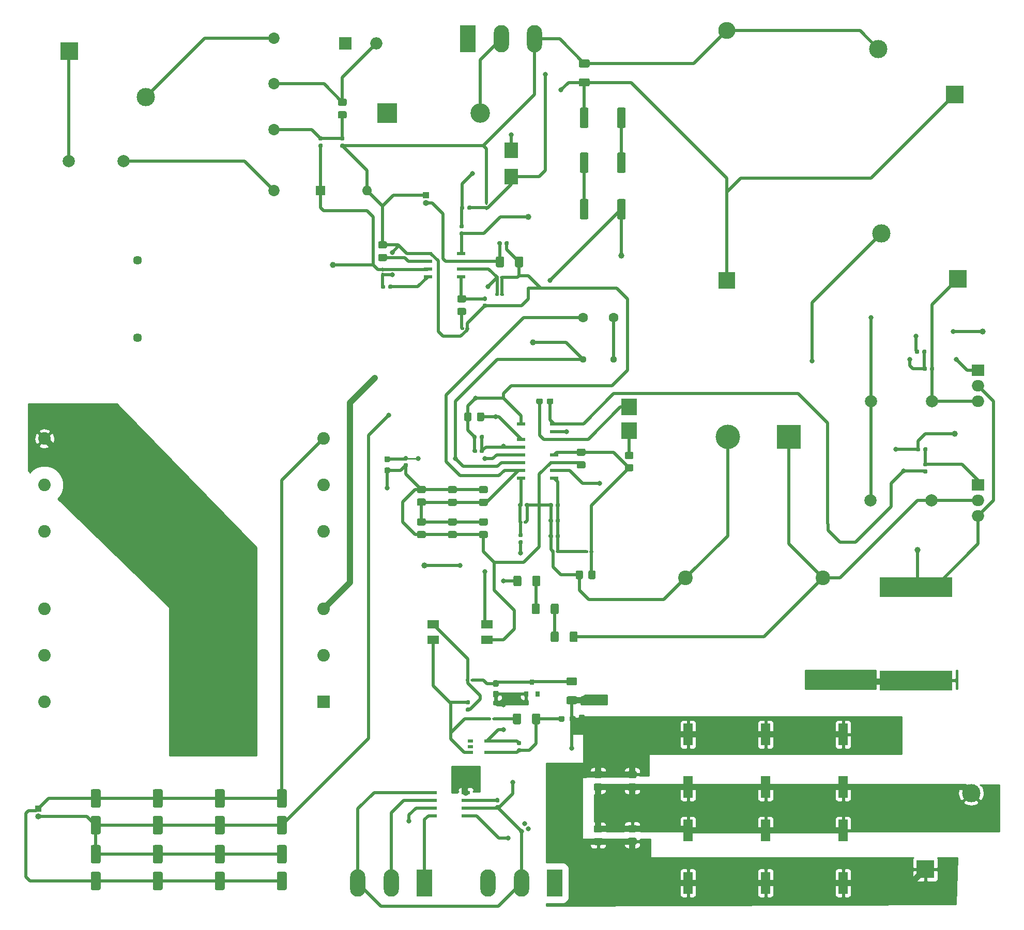
<source format=gbr>
%TF.GenerationSoftware,KiCad,Pcbnew,(5.1.8)-1*%
%TF.CreationDate,2021-03-07T20:35:29-08:00*%
%TF.ProjectId,KiCAD Simulations,4b694341-4420-4536-996d-756c6174696f,rev?*%
%TF.SameCoordinates,Original*%
%TF.FileFunction,Copper,L1,Top*%
%TF.FilePolarity,Positive*%
%FSLAX46Y46*%
G04 Gerber Fmt 4.6, Leading zero omitted, Abs format (unit mm)*
G04 Created by KiCad (PCBNEW (5.1.8)-1) date 2021-03-07 20:35:29*
%MOMM*%
%LPD*%
G01*
G04 APERTURE LIST*
%TA.AperFunction,ComponentPad*%
%ADD10C,2.049999*%
%TD*%
%TA.AperFunction,ComponentPad*%
%ADD11R,2.049999X2.049999*%
%TD*%
%TA.AperFunction,SMDPad,CuDef*%
%ADD12C,1.000000*%
%TD*%
%TA.AperFunction,ComponentPad*%
%ADD13O,1.600000X1.600000*%
%TD*%
%TA.AperFunction,ComponentPad*%
%ADD14R,1.600000X1.600000*%
%TD*%
%TA.AperFunction,ComponentPad*%
%ADD15C,2.000000*%
%TD*%
%TA.AperFunction,SMDPad,CuDef*%
%ADD16R,11.912600X3.240799*%
%TD*%
%TA.AperFunction,ComponentPad*%
%ADD17O,2.000000X2.000000*%
%TD*%
%TA.AperFunction,ComponentPad*%
%ADD18R,2.000000X2.000000*%
%TD*%
%TA.AperFunction,ComponentPad*%
%ADD19O,3.200000X3.200000*%
%TD*%
%TA.AperFunction,ComponentPad*%
%ADD20R,3.200000X3.200000*%
%TD*%
%TA.AperFunction,ComponentPad*%
%ADD21O,2.800000X2.800000*%
%TD*%
%TA.AperFunction,ComponentPad*%
%ADD22R,2.800000X2.800000*%
%TD*%
%TA.AperFunction,ComponentPad*%
%ADD23C,3.000000*%
%TD*%
%TA.AperFunction,ComponentPad*%
%ADD24R,3.000000X3.000000*%
%TD*%
%TA.AperFunction,ComponentPad*%
%ADD25O,1.000000X1.000000*%
%TD*%
%TA.AperFunction,ComponentPad*%
%ADD26R,1.000000X1.000000*%
%TD*%
%TA.AperFunction,ComponentPad*%
%ADD27C,1.447800*%
%TD*%
%TA.AperFunction,SMDPad,CuDef*%
%ADD28R,1.492199X3.600399*%
%TD*%
%TA.AperFunction,SMDPad,CuDef*%
%ADD29R,0.972299X0.508000*%
%TD*%
%TA.AperFunction,SMDPad,CuDef*%
%ADD30R,1.842999X1.447000*%
%TD*%
%TA.AperFunction,SMDPad,CuDef*%
%ADD31R,1.454899X0.558000*%
%TD*%
%TA.AperFunction,SMDPad,CuDef*%
%ADD32R,2.500000X2.710000*%
%TD*%
%TA.AperFunction,ComponentPad*%
%ADD33C,1.117600*%
%TD*%
%TA.AperFunction,ComponentPad*%
%ADD34C,2.400000*%
%TD*%
%TA.AperFunction,ComponentPad*%
%ADD35C,4.000000*%
%TD*%
%TA.AperFunction,ComponentPad*%
%ADD36R,4.000000X4.000000*%
%TD*%
%TA.AperFunction,ComponentPad*%
%ADD37O,2.500000X4.500000*%
%TD*%
%TA.AperFunction,ComponentPad*%
%ADD38R,2.500000X4.500000*%
%TD*%
%TA.AperFunction,ComponentPad*%
%ADD39O,2.000000X1.905000*%
%TD*%
%TA.AperFunction,ComponentPad*%
%ADD40R,2.000000X1.905000*%
%TD*%
%TA.AperFunction,SMDPad,CuDef*%
%ADD41R,0.800000X0.900000*%
%TD*%
%TA.AperFunction,ComponentPad*%
%ADD42C,1.600000*%
%TD*%
%TA.AperFunction,ComponentPad*%
%ADD43C,1.854200*%
%TD*%
%TA.AperFunction,SMDPad,CuDef*%
%ADD44R,2.300000X2.500000*%
%TD*%
%TA.AperFunction,ViaPad*%
%ADD45C,0.800000*%
%TD*%
%TA.AperFunction,Conductor*%
%ADD46C,0.500000*%
%TD*%
%TA.AperFunction,Conductor*%
%ADD47C,0.250000*%
%TD*%
%TA.AperFunction,Conductor*%
%ADD48C,1.000000*%
%TD*%
%TA.AperFunction,Conductor*%
%ADD49C,0.254000*%
%TD*%
%TA.AperFunction,Conductor*%
%ADD50C,0.100000*%
%TD*%
G04 APERTURE END LIST*
D10*
%TO.P,TR1,5*%
%TO.N,Net-(QM3-Pad3)*%
X55626000Y-86614000D03*
%TO.P,TR1,*%
%TO.N,*%
X55626000Y-94234000D03*
%TO.P,TR1,6*%
%TO.N,Net-(Cout21-Pad1)*%
X55626000Y-101854000D03*
%TO.P,TR1,7*%
X55626000Y-114554000D03*
%TO.P,TR1,*%
%TO.N,*%
X55626000Y-122174000D03*
%TO.P,TR1,8*%
%TO.N,Net-(QM4-Pad2)*%
X55626000Y-129794000D03*
D11*
%TO.P,TR1,1*%
%TO.N,Net-(Lr1-Pad1)*%
X101346000Y-129794000D03*
D10*
%TO.P,TR1,*%
%TO.N,*%
X101346000Y-122174000D03*
%TO.P,TR1,2*%
%TO.N,Net-(Cisns2-Pad2)*%
X101346000Y-114554000D03*
%TO.P,TR1,3*%
%TO.N,Net-(Rbw1-Pad1)*%
X101346000Y-101854000D03*
%TO.P,TR1,*%
%TO.N,*%
X101346000Y-94234000D03*
%TO.P,TR1,4*%
%TO.N,GND*%
X101346000Y-86614000D03*
%TD*%
D12*
%TO.P,TPvsense1,1*%
%TO.N,Net-(Cvsense1-Pad1)*%
X150114000Y-56642000D03*
%TD*%
%TO.P,TPlo1,1*%
%TO.N,/LLC/LO*%
X209296000Y-69088000D03*
%TD*%
%TO.P,TPisns1,1*%
%TO.N,Net-(Cisns1-Pad1)*%
X135636000Y-70866000D03*
%TD*%
%TO.P,TPisense1,1*%
%TO.N,Net-(Cisense1-Pad1)*%
X102870000Y-58166000D03*
%TD*%
%TO.P,TPhs1,1*%
%TO.N,/LLC/HS*%
X198628000Y-104902000D03*
%TD*%
%TO.P,TPho1,1*%
%TO.N,/LLC/HO*%
X204724000Y-85852000D03*
%TD*%
%TO.P,TPgate1,1*%
%TO.N,Net-(Rgate3-Pad2)*%
X134874000Y-50292000D03*
%TD*%
%TO.P,TPblk1,1*%
%TO.N,/LLC/BLK*%
X117856000Y-107442000D03*
%TD*%
D13*
%TO.P,Disense1,2*%
%TO.N,GND*%
X108458000Y-45974000D03*
D14*
%TO.P,Disense1,1*%
%TO.N,Net-(Cisense1-Pad1)*%
X100838000Y-45974000D03*
%TD*%
D15*
%TO.P,Cr1,2*%
%TO.N,Net-(Cisns2-Pad2)*%
X190914000Y-96774000D03*
%TO.P,Cr1,1*%
%TO.N,Net-(Cin2-Pad1)*%
X200914000Y-96774000D03*
%TD*%
D16*
%TO.P,Lr1,2*%
%TO.N,/LLC/HS*%
X198374000Y-110944399D03*
%TO.P,Lr1,1*%
%TO.N,Net-(Lr1-Pad1)*%
X198374000Y-126291601D03*
%TD*%
D17*
%TO.P,Dstart1,2*%
%TO.N,Net-(Cin1-Pad1)*%
X109982000Y-21844000D03*
D18*
%TO.P,Dstart1,1*%
%TO.N,Net-(Cout1-Pad1)*%
X104902000Y-21844000D03*
%TD*%
D19*
%TO.P,Dboost1,2*%
%TO.N,Net-(Dboost1-Pad2)*%
X127000000Y-33274000D03*
D20*
%TO.P,Dboost1,1*%
%TO.N,Net-(Cout1-Pad1)*%
X111760000Y-33274000D03*
%TD*%
D21*
%TO.P,Coutx1,2*%
%TO.N,GND*%
X167386000Y-19706000D03*
D22*
%TO.P,Coutx1,1*%
%TO.N,Net-(Cout1-Pad1)*%
X167386000Y-60706000D03*
%TD*%
%TO.P,Cout1,2*%
%TO.N,GND*%
%TA.AperFunction,SMDPad,CuDef*%
G36*
G01*
X144668001Y-25770000D02*
X143367999Y-25770000D01*
G75*
G02*
X143118000Y-25520001I0J249999D01*
G01*
X143118000Y-24694999D01*
G75*
G02*
X143367999Y-24445000I249999J0D01*
G01*
X144668001Y-24445000D01*
G75*
G02*
X144918000Y-24694999I0J-249999D01*
G01*
X144918000Y-25520001D01*
G75*
G02*
X144668001Y-25770000I-249999J0D01*
G01*
G37*
%TD.AperFunction*%
%TO.P,Cout1,1*%
%TO.N,Net-(Cout1-Pad1)*%
%TA.AperFunction,SMDPad,CuDef*%
G36*
G01*
X144668001Y-28895000D02*
X143367999Y-28895000D01*
G75*
G02*
X143118000Y-28645001I0J249999D01*
G01*
X143118000Y-27819999D01*
G75*
G02*
X143367999Y-27570000I249999J0D01*
G01*
X144668001Y-27570000D01*
G75*
G02*
X144918000Y-27819999I0J-249999D01*
G01*
X144918000Y-28645001D01*
G75*
G02*
X144668001Y-28895000I-249999J0D01*
G01*
G37*
%TD.AperFunction*%
%TD*%
D23*
%TO.P,J6,2*%
%TO.N,GND1*%
X207398000Y-144726000D03*
D24*
%TO.P,J6,1*%
%TO.N,Net-(Cout21-Pad1)*%
X199898000Y-157226000D03*
%TD*%
D25*
%TO.P,J5,2*%
%TO.N,Net-(Cvcc21-Pad1)*%
X54610000Y-148590000D03*
D26*
%TO.P,J5,1*%
%TO.N,GND*%
X54610000Y-147320000D03*
%TD*%
D23*
%TO.P,J4,2*%
%TO.N,Net-(Cin2-Pad1)*%
X192732000Y-52952000D03*
D24*
%TO.P,J4,1*%
%TO.N,GND*%
X205232000Y-60452000D03*
%TD*%
D23*
%TO.P,J3,2*%
%TO.N,GND*%
X192224000Y-22726000D03*
D24*
%TO.P,J3,1*%
%TO.N,Net-(Cout1-Pad1)*%
X204724000Y-30226000D03*
%TD*%
D25*
%TO.P,J2,2*%
%TO.N,Net-(Cvcc1-Pad1)*%
X118110000Y-48006000D03*
D26*
%TO.P,J2,1*%
%TO.N,GND*%
X118110000Y-46736000D03*
%TD*%
D23*
%TO.P,J1,2*%
%TO.N,Net-(J1-Pad2)*%
X72190000Y-30614000D03*
D24*
%TO.P,J1,1*%
%TO.N,Net-(J1-Pad1)*%
X59690000Y-23114000D03*
%TD*%
D27*
%TO.P,L1,2*%
%TO.N,Net-(Dboost1-Pad2)*%
X70866000Y-70104000D03*
%TO.P,L1,1*%
%TO.N,Net-(Cin1-Pad1)*%
X70866000Y-57404000D03*
%TD*%
D15*
%TO.P,Rntc1,2*%
%TO.N,Net-(J1-Pad1)*%
X59580000Y-41148000D03*
%TO.P,Rntc1,1*%
%TO.N,Net-(Rntc1-Pad1)*%
X68580000Y-41148000D03*
%TD*%
%TO.P,Rdrv2,2*%
%TO.N,GND*%
%TA.AperFunction,SMDPad,CuDef*%
G36*
G01*
X200646000Y-75344000D02*
X200646000Y-75024000D01*
G75*
G02*
X200806000Y-74864000I160000J0D01*
G01*
X201201000Y-74864000D01*
G75*
G02*
X201361000Y-75024000I0J-160000D01*
G01*
X201361000Y-75344000D01*
G75*
G02*
X201201000Y-75504000I-160000J0D01*
G01*
X200806000Y-75504000D01*
G75*
G02*
X200646000Y-75344000I0J160000D01*
G01*
G37*
%TD.AperFunction*%
%TO.P,Rdrv2,1*%
%TO.N,Net-(QM2-Pad1)*%
%TA.AperFunction,SMDPad,CuDef*%
G36*
G01*
X199451000Y-75344000D02*
X199451000Y-75024000D01*
G75*
G02*
X199611000Y-74864000I160000J0D01*
G01*
X200006000Y-74864000D01*
G75*
G02*
X200166000Y-75024000I0J-160000D01*
G01*
X200166000Y-75344000D01*
G75*
G02*
X200006000Y-75504000I-160000J0D01*
G01*
X199611000Y-75504000D01*
G75*
G02*
X199451000Y-75344000I0J160000D01*
G01*
G37*
%TD.AperFunction*%
%TD*%
%TO.P,Cvcr26,2*%
%TO.N,GND*%
%TA.AperFunction,SMDPad,CuDef*%
G36*
G01*
X127983000Y-95583500D02*
X127033000Y-95583500D01*
G75*
G02*
X126783000Y-95333500I0J250000D01*
G01*
X126783000Y-94658500D01*
G75*
G02*
X127033000Y-94408500I250000J0D01*
G01*
X127983000Y-94408500D01*
G75*
G02*
X128233000Y-94658500I0J-250000D01*
G01*
X128233000Y-95333500D01*
G75*
G02*
X127983000Y-95583500I-250000J0D01*
G01*
G37*
%TD.AperFunction*%
%TO.P,Cvcr26,1*%
%TO.N,Net-(Cvcr1-Pad2)*%
%TA.AperFunction,SMDPad,CuDef*%
G36*
G01*
X127983000Y-97658500D02*
X127033000Y-97658500D01*
G75*
G02*
X126783000Y-97408500I0J250000D01*
G01*
X126783000Y-96733500D01*
G75*
G02*
X127033000Y-96483500I250000J0D01*
G01*
X127983000Y-96483500D01*
G75*
G02*
X128233000Y-96733500I0J-250000D01*
G01*
X128233000Y-97408500D01*
G75*
G02*
X127983000Y-97658500I-250000J0D01*
G01*
G37*
%TD.AperFunction*%
%TD*%
%TO.P,Cvcr25,2*%
%TO.N,GND*%
%TA.AperFunction,SMDPad,CuDef*%
G36*
G01*
X122903000Y-95583500D02*
X121953000Y-95583500D01*
G75*
G02*
X121703000Y-95333500I0J250000D01*
G01*
X121703000Y-94658500D01*
G75*
G02*
X121953000Y-94408500I250000J0D01*
G01*
X122903000Y-94408500D01*
G75*
G02*
X123153000Y-94658500I0J-250000D01*
G01*
X123153000Y-95333500D01*
G75*
G02*
X122903000Y-95583500I-250000J0D01*
G01*
G37*
%TD.AperFunction*%
%TO.P,Cvcr25,1*%
%TO.N,Net-(Cvcr1-Pad2)*%
%TA.AperFunction,SMDPad,CuDef*%
G36*
G01*
X122903000Y-97658500D02*
X121953000Y-97658500D01*
G75*
G02*
X121703000Y-97408500I0J250000D01*
G01*
X121703000Y-96733500D01*
G75*
G02*
X121953000Y-96483500I250000J0D01*
G01*
X122903000Y-96483500D01*
G75*
G02*
X123153000Y-96733500I0J-250000D01*
G01*
X123153000Y-97408500D01*
G75*
G02*
X122903000Y-97658500I-250000J0D01*
G01*
G37*
%TD.AperFunction*%
%TD*%
%TO.P,Cvcr24,2*%
%TO.N,GND*%
%TA.AperFunction,SMDPad,CuDef*%
G36*
G01*
X117823000Y-95562000D02*
X116873000Y-95562000D01*
G75*
G02*
X116623000Y-95312000I0J250000D01*
G01*
X116623000Y-94637000D01*
G75*
G02*
X116873000Y-94387000I250000J0D01*
G01*
X117823000Y-94387000D01*
G75*
G02*
X118073000Y-94637000I0J-250000D01*
G01*
X118073000Y-95312000D01*
G75*
G02*
X117823000Y-95562000I-250000J0D01*
G01*
G37*
%TD.AperFunction*%
%TO.P,Cvcr24,1*%
%TO.N,Net-(Cvcr1-Pad2)*%
%TA.AperFunction,SMDPad,CuDef*%
G36*
G01*
X117823000Y-97637000D02*
X116873000Y-97637000D01*
G75*
G02*
X116623000Y-97387000I0J250000D01*
G01*
X116623000Y-96712000D01*
G75*
G02*
X116873000Y-96462000I250000J0D01*
G01*
X117823000Y-96462000D01*
G75*
G02*
X118073000Y-96712000I0J-250000D01*
G01*
X118073000Y-97387000D01*
G75*
G02*
X117823000Y-97637000I-250000J0D01*
G01*
G37*
%TD.AperFunction*%
%TD*%
%TO.P,Cvcr23,2*%
%TO.N,GND*%
%TA.AperFunction,SMDPad,CuDef*%
G36*
G01*
X116873000Y-101774500D02*
X117823000Y-101774500D01*
G75*
G02*
X118073000Y-102024500I0J-250000D01*
G01*
X118073000Y-102699500D01*
G75*
G02*
X117823000Y-102949500I-250000J0D01*
G01*
X116873000Y-102949500D01*
G75*
G02*
X116623000Y-102699500I0J250000D01*
G01*
X116623000Y-102024500D01*
G75*
G02*
X116873000Y-101774500I250000J0D01*
G01*
G37*
%TD.AperFunction*%
%TO.P,Cvcr23,1*%
%TO.N,Net-(Cvcr1-Pad2)*%
%TA.AperFunction,SMDPad,CuDef*%
G36*
G01*
X116873000Y-99699500D02*
X117823000Y-99699500D01*
G75*
G02*
X118073000Y-99949500I0J-250000D01*
G01*
X118073000Y-100624500D01*
G75*
G02*
X117823000Y-100874500I-250000J0D01*
G01*
X116873000Y-100874500D01*
G75*
G02*
X116623000Y-100624500I0J250000D01*
G01*
X116623000Y-99949500D01*
G75*
G02*
X116873000Y-99699500I250000J0D01*
G01*
G37*
%TD.AperFunction*%
%TD*%
%TO.P,Cvcr22,2*%
%TO.N,GND*%
%TA.AperFunction,SMDPad,CuDef*%
G36*
G01*
X121953000Y-101774500D02*
X122903000Y-101774500D01*
G75*
G02*
X123153000Y-102024500I0J-250000D01*
G01*
X123153000Y-102699500D01*
G75*
G02*
X122903000Y-102949500I-250000J0D01*
G01*
X121953000Y-102949500D01*
G75*
G02*
X121703000Y-102699500I0J250000D01*
G01*
X121703000Y-102024500D01*
G75*
G02*
X121953000Y-101774500I250000J0D01*
G01*
G37*
%TD.AperFunction*%
%TO.P,Cvcr22,1*%
%TO.N,Net-(Cvcr1-Pad2)*%
%TA.AperFunction,SMDPad,CuDef*%
G36*
G01*
X121953000Y-99699500D02*
X122903000Y-99699500D01*
G75*
G02*
X123153000Y-99949500I0J-250000D01*
G01*
X123153000Y-100624500D01*
G75*
G02*
X122903000Y-100874500I-250000J0D01*
G01*
X121953000Y-100874500D01*
G75*
G02*
X121703000Y-100624500I0J250000D01*
G01*
X121703000Y-99949500D01*
G75*
G02*
X121953000Y-99699500I250000J0D01*
G01*
G37*
%TD.AperFunction*%
%TD*%
%TO.P,Cvcr21,2*%
%TO.N,GND*%
%TA.AperFunction,SMDPad,CuDef*%
G36*
G01*
X127033000Y-101774500D02*
X127983000Y-101774500D01*
G75*
G02*
X128233000Y-102024500I0J-250000D01*
G01*
X128233000Y-102699500D01*
G75*
G02*
X127983000Y-102949500I-250000J0D01*
G01*
X127033000Y-102949500D01*
G75*
G02*
X126783000Y-102699500I0J250000D01*
G01*
X126783000Y-102024500D01*
G75*
G02*
X127033000Y-101774500I250000J0D01*
G01*
G37*
%TD.AperFunction*%
%TO.P,Cvcr21,1*%
%TO.N,Net-(Cvcr1-Pad2)*%
%TA.AperFunction,SMDPad,CuDef*%
G36*
G01*
X127033000Y-99699500D02*
X127983000Y-99699500D01*
G75*
G02*
X128233000Y-99949500I0J-250000D01*
G01*
X128233000Y-100624500D01*
G75*
G02*
X127983000Y-100874500I-250000J0D01*
G01*
X127033000Y-100874500D01*
G75*
G02*
X126783000Y-100624500I0J250000D01*
G01*
X126783000Y-99949500D01*
G75*
G02*
X127033000Y-99699500I250000J0D01*
G01*
G37*
%TD.AperFunction*%
%TD*%
%TO.P,Cvcc28,2*%
%TO.N,GND*%
%TA.AperFunction,SMDPad,CuDef*%
G36*
G01*
X63458000Y-157672000D02*
X64558000Y-157672000D01*
G75*
G02*
X64808000Y-157922000I0J-250000D01*
G01*
X64808000Y-160422000D01*
G75*
G02*
X64558000Y-160672000I-250000J0D01*
G01*
X63458000Y-160672000D01*
G75*
G02*
X63208000Y-160422000I0J250000D01*
G01*
X63208000Y-157922000D01*
G75*
G02*
X63458000Y-157672000I250000J0D01*
G01*
G37*
%TD.AperFunction*%
%TO.P,Cvcc28,1*%
%TO.N,Net-(Cvcc21-Pad1)*%
%TA.AperFunction,SMDPad,CuDef*%
G36*
G01*
X63458000Y-153272000D02*
X64558000Y-153272000D01*
G75*
G02*
X64808000Y-153522000I0J-250000D01*
G01*
X64808000Y-156022000D01*
G75*
G02*
X64558000Y-156272000I-250000J0D01*
G01*
X63458000Y-156272000D01*
G75*
G02*
X63208000Y-156022000I0J250000D01*
G01*
X63208000Y-153522000D01*
G75*
G02*
X63458000Y-153272000I250000J0D01*
G01*
G37*
%TD.AperFunction*%
%TD*%
%TO.P,Cvcc27,2*%
%TO.N,GND*%
%TA.AperFunction,SMDPad,CuDef*%
G36*
G01*
X73618000Y-157672000D02*
X74718000Y-157672000D01*
G75*
G02*
X74968000Y-157922000I0J-250000D01*
G01*
X74968000Y-160422000D01*
G75*
G02*
X74718000Y-160672000I-250000J0D01*
G01*
X73618000Y-160672000D01*
G75*
G02*
X73368000Y-160422000I0J250000D01*
G01*
X73368000Y-157922000D01*
G75*
G02*
X73618000Y-157672000I250000J0D01*
G01*
G37*
%TD.AperFunction*%
%TO.P,Cvcc27,1*%
%TO.N,Net-(Cvcc21-Pad1)*%
%TA.AperFunction,SMDPad,CuDef*%
G36*
G01*
X73618000Y-153272000D02*
X74718000Y-153272000D01*
G75*
G02*
X74968000Y-153522000I0J-250000D01*
G01*
X74968000Y-156022000D01*
G75*
G02*
X74718000Y-156272000I-250000J0D01*
G01*
X73618000Y-156272000D01*
G75*
G02*
X73368000Y-156022000I0J250000D01*
G01*
X73368000Y-153522000D01*
G75*
G02*
X73618000Y-153272000I250000J0D01*
G01*
G37*
%TD.AperFunction*%
%TD*%
%TO.P,Cvcc26,2*%
%TO.N,GND*%
%TA.AperFunction,SMDPad,CuDef*%
G36*
G01*
X83778000Y-157672000D02*
X84878000Y-157672000D01*
G75*
G02*
X85128000Y-157922000I0J-250000D01*
G01*
X85128000Y-160422000D01*
G75*
G02*
X84878000Y-160672000I-250000J0D01*
G01*
X83778000Y-160672000D01*
G75*
G02*
X83528000Y-160422000I0J250000D01*
G01*
X83528000Y-157922000D01*
G75*
G02*
X83778000Y-157672000I250000J0D01*
G01*
G37*
%TD.AperFunction*%
%TO.P,Cvcc26,1*%
%TO.N,Net-(Cvcc21-Pad1)*%
%TA.AperFunction,SMDPad,CuDef*%
G36*
G01*
X83778000Y-153272000D02*
X84878000Y-153272000D01*
G75*
G02*
X85128000Y-153522000I0J-250000D01*
G01*
X85128000Y-156022000D01*
G75*
G02*
X84878000Y-156272000I-250000J0D01*
G01*
X83778000Y-156272000D01*
G75*
G02*
X83528000Y-156022000I0J250000D01*
G01*
X83528000Y-153522000D01*
G75*
G02*
X83778000Y-153272000I250000J0D01*
G01*
G37*
%TD.AperFunction*%
%TD*%
%TO.P,Cvcc25,2*%
%TO.N,GND*%
%TA.AperFunction,SMDPad,CuDef*%
G36*
G01*
X93938000Y-157672000D02*
X95038000Y-157672000D01*
G75*
G02*
X95288000Y-157922000I0J-250000D01*
G01*
X95288000Y-160422000D01*
G75*
G02*
X95038000Y-160672000I-250000J0D01*
G01*
X93938000Y-160672000D01*
G75*
G02*
X93688000Y-160422000I0J250000D01*
G01*
X93688000Y-157922000D01*
G75*
G02*
X93938000Y-157672000I250000J0D01*
G01*
G37*
%TD.AperFunction*%
%TO.P,Cvcc25,1*%
%TO.N,Net-(Cvcc21-Pad1)*%
%TA.AperFunction,SMDPad,CuDef*%
G36*
G01*
X93938000Y-153272000D02*
X95038000Y-153272000D01*
G75*
G02*
X95288000Y-153522000I0J-250000D01*
G01*
X95288000Y-156022000D01*
G75*
G02*
X95038000Y-156272000I-250000J0D01*
G01*
X93938000Y-156272000D01*
G75*
G02*
X93688000Y-156022000I0J250000D01*
G01*
X93688000Y-153522000D01*
G75*
G02*
X93938000Y-153272000I250000J0D01*
G01*
G37*
%TD.AperFunction*%
%TD*%
%TO.P,Cvcc24,2*%
%TO.N,GND*%
%TA.AperFunction,SMDPad,CuDef*%
G36*
G01*
X95038000Y-147128000D02*
X93938000Y-147128000D01*
G75*
G02*
X93688000Y-146878000I0J250000D01*
G01*
X93688000Y-144378000D01*
G75*
G02*
X93938000Y-144128000I250000J0D01*
G01*
X95038000Y-144128000D01*
G75*
G02*
X95288000Y-144378000I0J-250000D01*
G01*
X95288000Y-146878000D01*
G75*
G02*
X95038000Y-147128000I-250000J0D01*
G01*
G37*
%TD.AperFunction*%
%TO.P,Cvcc24,1*%
%TO.N,Net-(Cvcc21-Pad1)*%
%TA.AperFunction,SMDPad,CuDef*%
G36*
G01*
X95038000Y-151528000D02*
X93938000Y-151528000D01*
G75*
G02*
X93688000Y-151278000I0J250000D01*
G01*
X93688000Y-148778000D01*
G75*
G02*
X93938000Y-148528000I250000J0D01*
G01*
X95038000Y-148528000D01*
G75*
G02*
X95288000Y-148778000I0J-250000D01*
G01*
X95288000Y-151278000D01*
G75*
G02*
X95038000Y-151528000I-250000J0D01*
G01*
G37*
%TD.AperFunction*%
%TD*%
%TO.P,Cvcc23,2*%
%TO.N,GND*%
%TA.AperFunction,SMDPad,CuDef*%
G36*
G01*
X84878000Y-147128000D02*
X83778000Y-147128000D01*
G75*
G02*
X83528000Y-146878000I0J250000D01*
G01*
X83528000Y-144378000D01*
G75*
G02*
X83778000Y-144128000I250000J0D01*
G01*
X84878000Y-144128000D01*
G75*
G02*
X85128000Y-144378000I0J-250000D01*
G01*
X85128000Y-146878000D01*
G75*
G02*
X84878000Y-147128000I-250000J0D01*
G01*
G37*
%TD.AperFunction*%
%TO.P,Cvcc23,1*%
%TO.N,Net-(Cvcc21-Pad1)*%
%TA.AperFunction,SMDPad,CuDef*%
G36*
G01*
X84878000Y-151528000D02*
X83778000Y-151528000D01*
G75*
G02*
X83528000Y-151278000I0J250000D01*
G01*
X83528000Y-148778000D01*
G75*
G02*
X83778000Y-148528000I250000J0D01*
G01*
X84878000Y-148528000D01*
G75*
G02*
X85128000Y-148778000I0J-250000D01*
G01*
X85128000Y-151278000D01*
G75*
G02*
X84878000Y-151528000I-250000J0D01*
G01*
G37*
%TD.AperFunction*%
%TD*%
%TO.P,Cvcc22,2*%
%TO.N,GND*%
%TA.AperFunction,SMDPad,CuDef*%
G36*
G01*
X74718000Y-147128000D02*
X73618000Y-147128000D01*
G75*
G02*
X73368000Y-146878000I0J250000D01*
G01*
X73368000Y-144378000D01*
G75*
G02*
X73618000Y-144128000I250000J0D01*
G01*
X74718000Y-144128000D01*
G75*
G02*
X74968000Y-144378000I0J-250000D01*
G01*
X74968000Y-146878000D01*
G75*
G02*
X74718000Y-147128000I-250000J0D01*
G01*
G37*
%TD.AperFunction*%
%TO.P,Cvcc22,1*%
%TO.N,Net-(Cvcc21-Pad1)*%
%TA.AperFunction,SMDPad,CuDef*%
G36*
G01*
X74718000Y-151528000D02*
X73618000Y-151528000D01*
G75*
G02*
X73368000Y-151278000I0J250000D01*
G01*
X73368000Y-148778000D01*
G75*
G02*
X73618000Y-148528000I250000J0D01*
G01*
X74718000Y-148528000D01*
G75*
G02*
X74968000Y-148778000I0J-250000D01*
G01*
X74968000Y-151278000D01*
G75*
G02*
X74718000Y-151528000I-250000J0D01*
G01*
G37*
%TD.AperFunction*%
%TD*%
%TO.P,Cvcc21,2*%
%TO.N,GND*%
%TA.AperFunction,SMDPad,CuDef*%
G36*
G01*
X64558000Y-147128000D02*
X63458000Y-147128000D01*
G75*
G02*
X63208000Y-146878000I0J250000D01*
G01*
X63208000Y-144378000D01*
G75*
G02*
X63458000Y-144128000I250000J0D01*
G01*
X64558000Y-144128000D01*
G75*
G02*
X64808000Y-144378000I0J-250000D01*
G01*
X64808000Y-146878000D01*
G75*
G02*
X64558000Y-147128000I-250000J0D01*
G01*
G37*
%TD.AperFunction*%
%TO.P,Cvcc21,1*%
%TO.N,Net-(Cvcc21-Pad1)*%
%TA.AperFunction,SMDPad,CuDef*%
G36*
G01*
X64558000Y-151528000D02*
X63458000Y-151528000D01*
G75*
G02*
X63208000Y-151278000I0J250000D01*
G01*
X63208000Y-148778000D01*
G75*
G02*
X63458000Y-148528000I250000J0D01*
G01*
X64558000Y-148528000D01*
G75*
G02*
X64808000Y-148778000I0J-250000D01*
G01*
X64808000Y-151278000D01*
G75*
G02*
X64558000Y-151528000I-250000J0D01*
G01*
G37*
%TD.AperFunction*%
%TD*%
%TO.P,Css13,2*%
%TO.N,GND*%
%TA.AperFunction,SMDPad,CuDef*%
G36*
G01*
X138932500Y-102461000D02*
X138932500Y-102771000D01*
G75*
G02*
X138777500Y-102926000I-155000J0D01*
G01*
X138352500Y-102926000D01*
G75*
G02*
X138197500Y-102771000I0J155000D01*
G01*
X138197500Y-102461000D01*
G75*
G02*
X138352500Y-102306000I155000J0D01*
G01*
X138777500Y-102306000D01*
G75*
G02*
X138932500Y-102461000I0J-155000D01*
G01*
G37*
%TD.AperFunction*%
%TO.P,Css13,1*%
%TO.N,Net-(Css11-Pad1)*%
%TA.AperFunction,SMDPad,CuDef*%
G36*
G01*
X140067500Y-102461000D02*
X140067500Y-102771000D01*
G75*
G02*
X139912500Y-102926000I-155000J0D01*
G01*
X139487500Y-102926000D01*
G75*
G02*
X139332500Y-102771000I0J155000D01*
G01*
X139332500Y-102461000D01*
G75*
G02*
X139487500Y-102306000I155000J0D01*
G01*
X139912500Y-102306000D01*
G75*
G02*
X140067500Y-102461000I0J-155000D01*
G01*
G37*
%TD.AperFunction*%
%TD*%
%TO.P,Css12,2*%
%TO.N,GND*%
%TA.AperFunction,SMDPad,CuDef*%
G36*
G01*
X138932500Y-99921000D02*
X138932500Y-100231000D01*
G75*
G02*
X138777500Y-100386000I-155000J0D01*
G01*
X138352500Y-100386000D01*
G75*
G02*
X138197500Y-100231000I0J155000D01*
G01*
X138197500Y-99921000D01*
G75*
G02*
X138352500Y-99766000I155000J0D01*
G01*
X138777500Y-99766000D01*
G75*
G02*
X138932500Y-99921000I0J-155000D01*
G01*
G37*
%TD.AperFunction*%
%TO.P,Css12,1*%
%TO.N,Net-(Css11-Pad1)*%
%TA.AperFunction,SMDPad,CuDef*%
G36*
G01*
X140067500Y-99921000D02*
X140067500Y-100231000D01*
G75*
G02*
X139912500Y-100386000I-155000J0D01*
G01*
X139487500Y-100386000D01*
G75*
G02*
X139332500Y-100231000I0J155000D01*
G01*
X139332500Y-99921000D01*
G75*
G02*
X139487500Y-99766000I155000J0D01*
G01*
X139912500Y-99766000D01*
G75*
G02*
X140067500Y-99921000I0J-155000D01*
G01*
G37*
%TD.AperFunction*%
%TD*%
%TO.P,Css11,2*%
%TO.N,GND*%
%TA.AperFunction,SMDPad,CuDef*%
G36*
G01*
X138932500Y-97381000D02*
X138932500Y-97691000D01*
G75*
G02*
X138777500Y-97846000I-155000J0D01*
G01*
X138352500Y-97846000D01*
G75*
G02*
X138197500Y-97691000I0J155000D01*
G01*
X138197500Y-97381000D01*
G75*
G02*
X138352500Y-97226000I155000J0D01*
G01*
X138777500Y-97226000D01*
G75*
G02*
X138932500Y-97381000I0J-155000D01*
G01*
G37*
%TD.AperFunction*%
%TO.P,Css11,1*%
%TO.N,Net-(Css11-Pad1)*%
%TA.AperFunction,SMDPad,CuDef*%
G36*
G01*
X140067500Y-97381000D02*
X140067500Y-97691000D01*
G75*
G02*
X139912500Y-97846000I-155000J0D01*
G01*
X139487500Y-97846000D01*
G75*
G02*
X139332500Y-97691000I0J155000D01*
G01*
X139332500Y-97381000D01*
G75*
G02*
X139487500Y-97226000I155000J0D01*
G01*
X139912500Y-97226000D01*
G75*
G02*
X140067500Y-97381000I0J-155000D01*
G01*
G37*
%TD.AperFunction*%
%TD*%
%TO.P,Coutx24,2*%
%TO.N,GND1*%
%TA.AperFunction,SMDPad,CuDef*%
G36*
G01*
X146779000Y-151209500D02*
X145829000Y-151209500D01*
G75*
G02*
X145579000Y-150959500I0J250000D01*
G01*
X145579000Y-150284500D01*
G75*
G02*
X145829000Y-150034500I250000J0D01*
G01*
X146779000Y-150034500D01*
G75*
G02*
X147029000Y-150284500I0J-250000D01*
G01*
X147029000Y-150959500D01*
G75*
G02*
X146779000Y-151209500I-250000J0D01*
G01*
G37*
%TD.AperFunction*%
%TO.P,Coutx24,1*%
%TO.N,Net-(Cout21-Pad1)*%
%TA.AperFunction,SMDPad,CuDef*%
G36*
G01*
X146779000Y-153284500D02*
X145829000Y-153284500D01*
G75*
G02*
X145579000Y-153034500I0J250000D01*
G01*
X145579000Y-152359500D01*
G75*
G02*
X145829000Y-152109500I250000J0D01*
G01*
X146779000Y-152109500D01*
G75*
G02*
X147029000Y-152359500I0J-250000D01*
G01*
X147029000Y-153034500D01*
G75*
G02*
X146779000Y-153284500I-250000J0D01*
G01*
G37*
%TD.AperFunction*%
%TD*%
%TO.P,Coutx23,2*%
%TO.N,GND1*%
%TA.AperFunction,SMDPad,CuDef*%
G36*
G01*
X145829000Y-143176500D02*
X146779000Y-143176500D01*
G75*
G02*
X147029000Y-143426500I0J-250000D01*
G01*
X147029000Y-144101500D01*
G75*
G02*
X146779000Y-144351500I-250000J0D01*
G01*
X145829000Y-144351500D01*
G75*
G02*
X145579000Y-144101500I0J250000D01*
G01*
X145579000Y-143426500D01*
G75*
G02*
X145829000Y-143176500I250000J0D01*
G01*
G37*
%TD.AperFunction*%
%TO.P,Coutx23,1*%
%TO.N,Net-(Cout21-Pad1)*%
%TA.AperFunction,SMDPad,CuDef*%
G36*
G01*
X145829000Y-141101500D02*
X146779000Y-141101500D01*
G75*
G02*
X147029000Y-141351500I0J-250000D01*
G01*
X147029000Y-142026500D01*
G75*
G02*
X146779000Y-142276500I-250000J0D01*
G01*
X145829000Y-142276500D01*
G75*
G02*
X145579000Y-142026500I0J250000D01*
G01*
X145579000Y-141351500D01*
G75*
G02*
X145829000Y-141101500I250000J0D01*
G01*
G37*
%TD.AperFunction*%
%TD*%
%TO.P,Coutx21,2*%
%TO.N,GND1*%
%TA.AperFunction,SMDPad,CuDef*%
G36*
G01*
X152367000Y-151166500D02*
X151417000Y-151166500D01*
G75*
G02*
X151167000Y-150916500I0J250000D01*
G01*
X151167000Y-150241500D01*
G75*
G02*
X151417000Y-149991500I250000J0D01*
G01*
X152367000Y-149991500D01*
G75*
G02*
X152617000Y-150241500I0J-250000D01*
G01*
X152617000Y-150916500D01*
G75*
G02*
X152367000Y-151166500I-250000J0D01*
G01*
G37*
%TD.AperFunction*%
%TO.P,Coutx21,1*%
%TO.N,Net-(Cout21-Pad1)*%
%TA.AperFunction,SMDPad,CuDef*%
G36*
G01*
X152367000Y-153241500D02*
X151417000Y-153241500D01*
G75*
G02*
X151167000Y-152991500I0J250000D01*
G01*
X151167000Y-152316500D01*
G75*
G02*
X151417000Y-152066500I250000J0D01*
G01*
X152367000Y-152066500D01*
G75*
G02*
X152617000Y-152316500I0J-250000D01*
G01*
X152617000Y-152991500D01*
G75*
G02*
X152367000Y-153241500I-250000J0D01*
G01*
G37*
%TD.AperFunction*%
%TD*%
D28*
%TO.P,Cout26,2*%
%TO.N,GND1*%
X161036000Y-150893500D03*
%TO.P,Cout26,1*%
%TO.N,Net-(Cout21-Pad1)*%
X161036000Y-159494500D03*
%TD*%
%TO.P,Cout25,2*%
%TO.N,GND1*%
X186436000Y-150893500D03*
%TO.P,Cout25,1*%
%TO.N,Net-(Cout21-Pad1)*%
X186436000Y-159494500D03*
%TD*%
%TO.P,Cout24,2*%
%TO.N,GND1*%
X173736000Y-150893500D03*
%TO.P,Cout24,1*%
%TO.N,Net-(Cout21-Pad1)*%
X173736000Y-159494500D03*
%TD*%
%TO.P,Cout23,2*%
%TO.N,GND1*%
X161036000Y-143746500D03*
%TO.P,Cout23,1*%
%TO.N,Net-(Cout21-Pad1)*%
X161036000Y-135145500D03*
%TD*%
%TO.P,Cout22,2*%
%TO.N,GND1*%
X173736000Y-143746500D03*
%TO.P,Cout22,1*%
%TO.N,Net-(Cout21-Pad1)*%
X173736000Y-135145500D03*
%TD*%
%TO.P,Cout21,2*%
%TO.N,GND1*%
X186436000Y-143746500D03*
%TO.P,Cout21,1*%
%TO.N,Net-(Cout21-Pad1)*%
X186436000Y-135145500D03*
%TD*%
D29*
%TO.P,UVR1,5*%
%TO.N,GND1*%
X128108451Y-136209999D03*
%TO.P,UVR1,4*%
%TO.N,Net-(Ccomp3-Pad1)*%
X128108451Y-138110001D03*
%TO.P,UVR1,3*%
%TO.N,Net-(Rbias1-Pad2)*%
X125383549Y-138110001D03*
%TO.P,UVR1,2*%
%TO.N,Net-(UVR1-Pad2)*%
X125383549Y-137160000D03*
%TO.P,UVR1,1*%
%TO.N,Net-(UVR1-Pad1)*%
X125383549Y-136209999D03*
%TD*%
D30*
%TO.P,UO1,4*%
%TO.N,Net-(U1LLC1-Pad5)*%
X128130300Y-117094000D03*
%TO.P,UO1,3*%
%TO.N,GND*%
X128130300Y-119634000D03*
%TO.P,UO1,2*%
%TO.N,Net-(Rbias1-Pad2)*%
X119265700Y-119634000D03*
%TO.P,UO1,1*%
%TO.N,Net-(Rbias1-Pad1)*%
X119265700Y-117094000D03*
%TD*%
D31*
%TO.P,U2LLC1,8*%
%TO.N,Net-(QM4-Pad1)*%
X119198652Y-148463000D03*
%TO.P,U2LLC1,7*%
%TO.N,Net-(Cout21-Pad1)*%
X119198652Y-147193000D03*
%TO.P,U2LLC1,6*%
%TO.N,Net-(QM4-Pad2)*%
X119198652Y-145923000D03*
%TO.P,U2LLC1,5*%
%TO.N,GND1*%
X119198652Y-144653000D03*
%TO.P,U2LLC1,4*%
%TO.N,Net-(QM3-Pad3)*%
X124641348Y-144653000D03*
%TO.P,U2LLC1,3*%
%TO.N,Net-(Creg1-Pad1)*%
X124641348Y-145923000D03*
%TO.P,U2LLC1,2*%
%TO.N,GND1*%
X124641348Y-147193000D03*
%TO.P,U2LLC1,1*%
%TO.N,Net-(QM3-Pad1)*%
X124641348Y-148463000D03*
%TD*%
%TO.P,U1LLC1,16*%
%TO.N,/LLC/HS*%
X139119348Y-84201000D03*
%TO.P,U1LLC1,15*%
%TO.N,/LLC/HO*%
X139119348Y-85471000D03*
%TO.P,U1LLC1,14*%
%TO.N,Net-(Cboot1-Pad2)*%
X139119348Y-86741000D03*
%TO.P,U1LLC1,12*%
%TO.N,Net-(Crvcc2-Pad1)*%
X139119348Y-89281000D03*
%TO.P,U1LLC1,11*%
%TO.N,GND*%
X139119348Y-90551000D03*
%TO.P,U1LLC1,10*%
%TO.N,/LLC/LO*%
X139119348Y-91821000D03*
%TO.P,U1LLC1,9*%
%TO.N,Net-(Css11-Pad1)*%
X139119348Y-93091000D03*
%TO.P,U1LLC1,8*%
%TO.N,Net-(Cbw1-Pad1)*%
X133676652Y-93091000D03*
%TO.P,U1LLC1,7*%
%TO.N,Net-(Cvcr1-Pad2)*%
X133676652Y-91821000D03*
%TO.P,U1LLC1,6*%
%TO.N,Net-(Cisns1-Pad1)*%
X133676652Y-90551000D03*
%TO.P,U1LLC1,5*%
%TO.N,Net-(U1LLC1-Pad5)*%
X133676652Y-89281000D03*
%TO.P,U1LLC1,4*%
%TO.N,/LLC/BLK*%
X133676652Y-88011000D03*
%TO.P,U1LLC1,3*%
%TO.N,Net-(Cvcc21-Pad1)*%
X133676652Y-86741000D03*
%TO.P,U1LLC1,1*%
%TO.N,GND*%
X133676652Y-84201000D03*
%TD*%
%TO.P,Rlimit1,2*%
%TO.N,Net-(Cz1-Pad1)*%
%TA.AperFunction,SMDPad,CuDef*%
G36*
G01*
X142611000Y-127090000D02*
X141361000Y-127090000D01*
G75*
G02*
X141111000Y-126840000I0J250000D01*
G01*
X141111000Y-126040000D01*
G75*
G02*
X141361000Y-125790000I250000J0D01*
G01*
X142611000Y-125790000D01*
G75*
G02*
X142861000Y-126040000I0J-250000D01*
G01*
X142861000Y-126840000D01*
G75*
G02*
X142611000Y-127090000I-250000J0D01*
G01*
G37*
%TD.AperFunction*%
%TO.P,Rlimit1,1*%
%TO.N,Net-(Cout21-Pad1)*%
%TA.AperFunction,SMDPad,CuDef*%
G36*
G01*
X142611000Y-130190000D02*
X141361000Y-130190000D01*
G75*
G02*
X141111000Y-129940000I0J250000D01*
G01*
X141111000Y-129140000D01*
G75*
G02*
X141361000Y-128890000I250000J0D01*
G01*
X142611000Y-128890000D01*
G75*
G02*
X142861000Y-129140000I0J-250000D01*
G01*
X142861000Y-129940000D01*
G75*
G02*
X142611000Y-130190000I-250000J0D01*
G01*
G37*
%TD.AperFunction*%
%TD*%
%TO.P,Rled1,2*%
%TO.N,Net-(Rbias1-Pad1)*%
%TA.AperFunction,SMDPad,CuDef*%
G36*
G01*
X125232500Y-126138000D02*
X125232500Y-126338000D01*
G75*
G02*
X125132500Y-126438000I-100000J0D01*
G01*
X124697500Y-126438000D01*
G75*
G02*
X124597500Y-126338000I0J100000D01*
G01*
X124597500Y-126138000D01*
G75*
G02*
X124697500Y-126038000I100000J0D01*
G01*
X125132500Y-126038000D01*
G75*
G02*
X125232500Y-126138000I0J-100000D01*
G01*
G37*
%TD.AperFunction*%
%TO.P,Rled1,1*%
%TO.N,Net-(Cz1-Pad1)*%
%TA.AperFunction,SMDPad,CuDef*%
G36*
G01*
X126047500Y-126138000D02*
X126047500Y-126338000D01*
G75*
G02*
X125947500Y-126438000I-100000J0D01*
G01*
X125512500Y-126438000D01*
G75*
G02*
X125412500Y-126338000I0J100000D01*
G01*
X125412500Y-126138000D01*
G75*
G02*
X125512500Y-126038000I100000J0D01*
G01*
X125947500Y-126038000D01*
G75*
G02*
X126047500Y-126138000I0J-100000D01*
G01*
G37*
%TD.AperFunction*%
%TD*%
%TO.P,Risns1,2*%
%TO.N,GND*%
%TA.AperFunction,SMDPad,CuDef*%
G36*
G01*
X111522500Y-91357000D02*
X111997500Y-91357000D01*
G75*
G02*
X112235000Y-91594500I0J-237500D01*
G01*
X112235000Y-92094500D01*
G75*
G02*
X111997500Y-92332000I-237500J0D01*
G01*
X111522500Y-92332000D01*
G75*
G02*
X111285000Y-92094500I0J237500D01*
G01*
X111285000Y-91594500D01*
G75*
G02*
X111522500Y-91357000I237500J0D01*
G01*
G37*
%TD.AperFunction*%
%TO.P,Risns1,1*%
%TO.N,Net-(Cisns1-Pad1)*%
%TA.AperFunction,SMDPad,CuDef*%
G36*
G01*
X111522500Y-89532000D02*
X111997500Y-89532000D01*
G75*
G02*
X112235000Y-89769500I0J-237500D01*
G01*
X112235000Y-90269500D01*
G75*
G02*
X111997500Y-90507000I-237500J0D01*
G01*
X111522500Y-90507000D01*
G75*
G02*
X111285000Y-90269500I0J237500D01*
G01*
X111285000Y-89769500D01*
G75*
G02*
X111522500Y-89532000I237500J0D01*
G01*
G37*
%TD.AperFunction*%
%TD*%
%TO.P,Rfbt4,2*%
%TO.N,Net-(Ccomp3-Pad1)*%
%TA.AperFunction,SMDPad,CuDef*%
G36*
G01*
X140799000Y-132350500D02*
X140799000Y-132825500D01*
G75*
G02*
X140561500Y-133063000I-237500J0D01*
G01*
X140061500Y-133063000D01*
G75*
G02*
X139824000Y-132825500I0J237500D01*
G01*
X139824000Y-132350500D01*
G75*
G02*
X140061500Y-132113000I237500J0D01*
G01*
X140561500Y-132113000D01*
G75*
G02*
X140799000Y-132350500I0J-237500D01*
G01*
G37*
%TD.AperFunction*%
%TO.P,Rfbt4,1*%
%TO.N,Net-(Cout21-Pad1)*%
%TA.AperFunction,SMDPad,CuDef*%
G36*
G01*
X142624000Y-132350500D02*
X142624000Y-132825500D01*
G75*
G02*
X142386500Y-133063000I-237500J0D01*
G01*
X141886500Y-133063000D01*
G75*
G02*
X141649000Y-132825500I0J237500D01*
G01*
X141649000Y-132350500D01*
G75*
G02*
X141886500Y-132113000I237500J0D01*
G01*
X142386500Y-132113000D01*
G75*
G02*
X142624000Y-132350500I0J-237500D01*
G01*
G37*
%TD.AperFunction*%
%TD*%
%TO.P,Rfbb2,2*%
%TO.N,GND1*%
%TA.AperFunction,SMDPad,CuDef*%
G36*
G01*
X133510000Y-136920000D02*
X133190000Y-136920000D01*
G75*
G02*
X133030000Y-136760000I0J160000D01*
G01*
X133030000Y-136365000D01*
G75*
G02*
X133190000Y-136205000I160000J0D01*
G01*
X133510000Y-136205000D01*
G75*
G02*
X133670000Y-136365000I0J-160000D01*
G01*
X133670000Y-136760000D01*
G75*
G02*
X133510000Y-136920000I-160000J0D01*
G01*
G37*
%TD.AperFunction*%
%TO.P,Rfbb2,1*%
%TO.N,Net-(Ccomp3-Pad1)*%
%TA.AperFunction,SMDPad,CuDef*%
G36*
G01*
X133510000Y-138115000D02*
X133190000Y-138115000D01*
G75*
G02*
X133030000Y-137955000I0J160000D01*
G01*
X133030000Y-137560000D01*
G75*
G02*
X133190000Y-137400000I160000J0D01*
G01*
X133510000Y-137400000D01*
G75*
G02*
X133670000Y-137560000I0J-160000D01*
G01*
X133670000Y-137955000D01*
G75*
G02*
X133510000Y-138115000I-160000J0D01*
G01*
G37*
%TD.AperFunction*%
%TD*%
%TO.P,Rcomp2,2*%
%TO.N,Net-(Rbias1-Pad2)*%
%TA.AperFunction,SMDPad,CuDef*%
G36*
G01*
X128788500Y-132488000D02*
X128788500Y-132688000D01*
G75*
G02*
X128688500Y-132788000I-100000J0D01*
G01*
X128253500Y-132788000D01*
G75*
G02*
X128153500Y-132688000I0J100000D01*
G01*
X128153500Y-132488000D01*
G75*
G02*
X128253500Y-132388000I100000J0D01*
G01*
X128688500Y-132388000D01*
G75*
G02*
X128788500Y-132488000I0J-100000D01*
G01*
G37*
%TD.AperFunction*%
%TO.P,Rcomp2,1*%
%TO.N,Net-(Ccomp3-Pad2)*%
%TA.AperFunction,SMDPad,CuDef*%
G36*
G01*
X129603500Y-132488000D02*
X129603500Y-132688000D01*
G75*
G02*
X129503500Y-132788000I-100000J0D01*
G01*
X129068500Y-132788000D01*
G75*
G02*
X128968500Y-132688000I0J100000D01*
G01*
X128968500Y-132488000D01*
G75*
G02*
X129068500Y-132388000I100000J0D01*
G01*
X129503500Y-132388000D01*
G75*
G02*
X129603500Y-132488000I0J-100000D01*
G01*
G37*
%TD.AperFunction*%
%TD*%
%TO.P,Rbias1,2*%
%TO.N,Net-(Rbias1-Pad2)*%
%TA.AperFunction,SMDPad,CuDef*%
G36*
G01*
X125128000Y-130226500D02*
X124808000Y-130226500D01*
G75*
G02*
X124648000Y-130066500I0J160000D01*
G01*
X124648000Y-129671500D01*
G75*
G02*
X124808000Y-129511500I160000J0D01*
G01*
X125128000Y-129511500D01*
G75*
G02*
X125288000Y-129671500I0J-160000D01*
G01*
X125288000Y-130066500D01*
G75*
G02*
X125128000Y-130226500I-160000J0D01*
G01*
G37*
%TD.AperFunction*%
%TO.P,Rbias1,1*%
%TO.N,Net-(Rbias1-Pad1)*%
%TA.AperFunction,SMDPad,CuDef*%
G36*
G01*
X125128000Y-131421500D02*
X124808000Y-131421500D01*
G75*
G02*
X124648000Y-131261500I0J160000D01*
G01*
X124648000Y-130866500D01*
G75*
G02*
X124808000Y-130706500I160000J0D01*
G01*
X125128000Y-130706500D01*
G75*
G02*
X125288000Y-130866500I0J-160000D01*
G01*
X125288000Y-131261500D01*
G75*
G02*
X125128000Y-131421500I-160000J0D01*
G01*
G37*
%TD.AperFunction*%
%TD*%
D32*
%TO.P,Dboot1,1*%
%TO.N,Net-(Dboot1-Pad1)*%
X151384000Y-85344000D03*
%TO.P,Dboot1,2*%
%TO.N,Net-(Cboot1-Pad2)*%
X151384000Y-81464000D03*
%TD*%
%TO.P,Cz1,2*%
%TO.N,GND1*%
%TA.AperFunction,SMDPad,CuDef*%
G36*
G01*
X129302500Y-127986500D02*
X129777500Y-127986500D01*
G75*
G02*
X130015000Y-128224000I0J-237500D01*
G01*
X130015000Y-128824000D01*
G75*
G02*
X129777500Y-129061500I-237500J0D01*
G01*
X129302500Y-129061500D01*
G75*
G02*
X129065000Y-128824000I0J237500D01*
G01*
X129065000Y-128224000D01*
G75*
G02*
X129302500Y-127986500I237500J0D01*
G01*
G37*
%TD.AperFunction*%
%TO.P,Cz1,1*%
%TO.N,Net-(Cz1-Pad1)*%
%TA.AperFunction,SMDPad,CuDef*%
G36*
G01*
X129302500Y-126261500D02*
X129777500Y-126261500D01*
G75*
G02*
X130015000Y-126499000I0J-237500D01*
G01*
X130015000Y-127099000D01*
G75*
G02*
X129777500Y-127336500I-237500J0D01*
G01*
X129302500Y-127336500D01*
G75*
G02*
X129065000Y-127099000I0J237500D01*
G01*
X129065000Y-126499000D01*
G75*
G02*
X129302500Y-126261500I237500J0D01*
G01*
G37*
%TD.AperFunction*%
%TD*%
D15*
%TO.P,Cr2,2*%
%TO.N,GND*%
X201008000Y-80518000D03*
%TO.P,Cr2,1*%
%TO.N,Net-(Cisns2-Pad2)*%
X191008000Y-80518000D03*
%TD*%
%TO.P,Coutx22,2*%
%TO.N,GND1*%
%TA.AperFunction,SMDPad,CuDef*%
G36*
G01*
X151417000Y-143198000D02*
X152367000Y-143198000D01*
G75*
G02*
X152617000Y-143448000I0J-250000D01*
G01*
X152617000Y-144123000D01*
G75*
G02*
X152367000Y-144373000I-250000J0D01*
G01*
X151417000Y-144373000D01*
G75*
G02*
X151167000Y-144123000I0J250000D01*
G01*
X151167000Y-143448000D01*
G75*
G02*
X151417000Y-143198000I250000J0D01*
G01*
G37*
%TD.AperFunction*%
%TO.P,Coutx22,1*%
%TO.N,Net-(Cout21-Pad1)*%
%TA.AperFunction,SMDPad,CuDef*%
G36*
G01*
X151417000Y-141123000D02*
X152367000Y-141123000D01*
G75*
G02*
X152617000Y-141373000I0J-250000D01*
G01*
X152617000Y-142048000D01*
G75*
G02*
X152367000Y-142298000I-250000J0D01*
G01*
X151417000Y-142298000D01*
G75*
G02*
X151167000Y-142048000I0J250000D01*
G01*
X151167000Y-141373000D01*
G75*
G02*
X151417000Y-141123000I250000J0D01*
G01*
G37*
%TD.AperFunction*%
%TD*%
D33*
%TO.P,Cisns2,2*%
%TO.N,Net-(Cisns2-Pad2)*%
X148804000Y-73660000D03*
%TO.P,Cisns2,1*%
%TO.N,Net-(Cisns1-Pad1)*%
X143804000Y-73660000D03*
%TD*%
D34*
%TO.P,Cinx1,2*%
%TO.N,GND*%
X160634000Y-109474000D03*
%TO.P,Cinx1,1*%
%TO.N,Net-(Cin2-Pad1)*%
X183134000Y-109474000D03*
%TD*%
D35*
%TO.P,Cin2,2*%
%TO.N,GND*%
X167546000Y-86360000D03*
D36*
%TO.P,Cin2,1*%
%TO.N,Net-(Cin2-Pad1)*%
X177546000Y-86360000D03*
%TD*%
%TO.P,Ccomp3,2*%
%TO.N,Net-(Ccomp3-Pad2)*%
%TA.AperFunction,SMDPad,CuDef*%
G36*
G01*
X133681500Y-131937999D02*
X133681500Y-133238001D01*
G75*
G02*
X133431501Y-133488000I-249999J0D01*
G01*
X132606499Y-133488000D01*
G75*
G02*
X132356500Y-133238001I0J249999D01*
G01*
X132356500Y-131937999D01*
G75*
G02*
X132606499Y-131688000I249999J0D01*
G01*
X133431501Y-131688000D01*
G75*
G02*
X133681500Y-131937999I0J-249999D01*
G01*
G37*
%TD.AperFunction*%
%TO.P,Ccomp3,1*%
%TO.N,Net-(Ccomp3-Pad1)*%
%TA.AperFunction,SMDPad,CuDef*%
G36*
G01*
X136806500Y-131937999D02*
X136806500Y-133238001D01*
G75*
G02*
X136556501Y-133488000I-249999J0D01*
G01*
X135731499Y-133488000D01*
G75*
G02*
X135481500Y-133238001I0J249999D01*
G01*
X135481500Y-131937999D01*
G75*
G02*
X135731499Y-131688000I249999J0D01*
G01*
X136556501Y-131688000D01*
G75*
G02*
X136806500Y-131937999I0J-249999D01*
G01*
G37*
%TD.AperFunction*%
%TD*%
%TO.P,Cboot1,2*%
%TO.N,Net-(Cboot1-Pad2)*%
%TA.AperFunction,SMDPad,CuDef*%
G36*
G01*
X137242500Y-80280500D02*
X137242500Y-80755500D01*
G75*
G02*
X137005000Y-80993000I-237500J0D01*
G01*
X136405000Y-80993000D01*
G75*
G02*
X136167500Y-80755500I0J237500D01*
G01*
X136167500Y-80280500D01*
G75*
G02*
X136405000Y-80043000I237500J0D01*
G01*
X137005000Y-80043000D01*
G75*
G02*
X137242500Y-80280500I0J-237500D01*
G01*
G37*
%TD.AperFunction*%
%TO.P,Cboot1,1*%
%TO.N,/LLC/HS*%
%TA.AperFunction,SMDPad,CuDef*%
G36*
G01*
X138967500Y-80280500D02*
X138967500Y-80755500D01*
G75*
G02*
X138730000Y-80993000I-237500J0D01*
G01*
X138130000Y-80993000D01*
G75*
G02*
X137892500Y-80755500I0J237500D01*
G01*
X137892500Y-80280500D01*
G75*
G02*
X138130000Y-80043000I237500J0D01*
G01*
X138730000Y-80043000D01*
G75*
G02*
X138967500Y-80280500I0J-237500D01*
G01*
G37*
%TD.AperFunction*%
%TD*%
%TO.P,Rvcc2,2*%
%TO.N,GND*%
%TA.AperFunction,SMDPad,CuDef*%
G36*
G01*
X139202500Y-105056000D02*
X139202500Y-105256000D01*
G75*
G02*
X139102500Y-105356000I-100000J0D01*
G01*
X138667500Y-105356000D01*
G75*
G02*
X138567500Y-105256000I0J100000D01*
G01*
X138567500Y-105056000D01*
G75*
G02*
X138667500Y-104956000I100000J0D01*
G01*
X139102500Y-104956000D01*
G75*
G02*
X139202500Y-105056000I0J-100000D01*
G01*
G37*
%TD.AperFunction*%
%TO.P,Rvcc2,1*%
%TO.N,Net-(Css11-Pad1)*%
%TA.AperFunction,SMDPad,CuDef*%
G36*
G01*
X140017500Y-105056000D02*
X140017500Y-105256000D01*
G75*
G02*
X139917500Y-105356000I-100000J0D01*
G01*
X139482500Y-105356000D01*
G75*
G02*
X139382500Y-105256000I0J100000D01*
G01*
X139382500Y-105056000D01*
G75*
G02*
X139482500Y-104956000I100000J0D01*
G01*
X139917500Y-104956000D01*
G75*
G02*
X140017500Y-105056000I0J-100000D01*
G01*
G37*
%TD.AperFunction*%
%TD*%
%TO.P,Rvcc1,2*%
%TO.N,Net-(Css11-Pad1)*%
%TA.AperFunction,SMDPad,CuDef*%
G36*
G01*
X144690000Y-105056000D02*
X144690000Y-105256000D01*
G75*
G02*
X144590000Y-105356000I-100000J0D01*
G01*
X144155000Y-105356000D01*
G75*
G02*
X144055000Y-105256000I0J100000D01*
G01*
X144055000Y-105056000D01*
G75*
G02*
X144155000Y-104956000I100000J0D01*
G01*
X144590000Y-104956000D01*
G75*
G02*
X144690000Y-105056000I0J-100000D01*
G01*
G37*
%TD.AperFunction*%
%TO.P,Rvcc1,1*%
%TO.N,Net-(Crvcc2-Pad1)*%
%TA.AperFunction,SMDPad,CuDef*%
G36*
G01*
X145505000Y-105056000D02*
X145505000Y-105256000D01*
G75*
G02*
X145405000Y-105356000I-100000J0D01*
G01*
X144970000Y-105356000D01*
G75*
G02*
X144870000Y-105256000I0J100000D01*
G01*
X144870000Y-105056000D01*
G75*
G02*
X144970000Y-104956000I100000J0D01*
G01*
X145405000Y-104956000D01*
G75*
G02*
X145505000Y-105056000I0J-100000D01*
G01*
G37*
%TD.AperFunction*%
%TD*%
%TO.P,Rho1,2*%
%TO.N,Net-(QM1-Pad1)*%
%TA.AperFunction,SMDPad,CuDef*%
G36*
G01*
X199540500Y-88552000D02*
X199540500Y-88232000D01*
G75*
G02*
X199700500Y-88072000I160000J0D01*
G01*
X200095500Y-88072000D01*
G75*
G02*
X200255500Y-88232000I0J-160000D01*
G01*
X200255500Y-88552000D01*
G75*
G02*
X200095500Y-88712000I-160000J0D01*
G01*
X199700500Y-88712000D01*
G75*
G02*
X199540500Y-88552000I0J160000D01*
G01*
G37*
%TD.AperFunction*%
%TO.P,Rho1,1*%
%TO.N,/LLC/HO*%
%TA.AperFunction,SMDPad,CuDef*%
G36*
G01*
X198345500Y-88552000D02*
X198345500Y-88232000D01*
G75*
G02*
X198505500Y-88072000I160000J0D01*
G01*
X198900500Y-88072000D01*
G75*
G02*
X199060500Y-88232000I0J-160000D01*
G01*
X199060500Y-88552000D01*
G75*
G02*
X198900500Y-88712000I-160000J0D01*
G01*
X198505500Y-88712000D01*
G75*
G02*
X198345500Y-88552000I0J160000D01*
G01*
G37*
%TD.AperFunction*%
%TD*%
%TO.P,Rlo1,2*%
%TO.N,Net-(QM2-Pad1)*%
%TA.AperFunction,SMDPad,CuDef*%
G36*
G01*
X199376000Y-72550000D02*
X199376000Y-72230000D01*
G75*
G02*
X199536000Y-72070000I160000J0D01*
G01*
X199931000Y-72070000D01*
G75*
G02*
X200091000Y-72230000I0J-160000D01*
G01*
X200091000Y-72550000D01*
G75*
G02*
X199931000Y-72710000I-160000J0D01*
G01*
X199536000Y-72710000D01*
G75*
G02*
X199376000Y-72550000I0J160000D01*
G01*
G37*
%TD.AperFunction*%
%TO.P,Rlo1,1*%
%TO.N,/LLC/LO*%
%TA.AperFunction,SMDPad,CuDef*%
G36*
G01*
X198181000Y-72550000D02*
X198181000Y-72230000D01*
G75*
G02*
X198341000Y-72070000I160000J0D01*
G01*
X198736000Y-72070000D01*
G75*
G02*
X198896000Y-72230000I0J-160000D01*
G01*
X198896000Y-72550000D01*
G75*
G02*
X198736000Y-72710000I-160000J0D01*
G01*
X198341000Y-72710000D01*
G75*
G02*
X198181000Y-72550000I0J160000D01*
G01*
G37*
%TD.AperFunction*%
%TD*%
%TO.P,Rdrv1,2*%
%TO.N,/LLC/HS*%
%TA.AperFunction,SMDPad,CuDef*%
G36*
G01*
X199738000Y-91680000D02*
X200058000Y-91680000D01*
G75*
G02*
X200218000Y-91840000I0J-160000D01*
G01*
X200218000Y-92235000D01*
G75*
G02*
X200058000Y-92395000I-160000J0D01*
G01*
X199738000Y-92395000D01*
G75*
G02*
X199578000Y-92235000I0J160000D01*
G01*
X199578000Y-91840000D01*
G75*
G02*
X199738000Y-91680000I160000J0D01*
G01*
G37*
%TD.AperFunction*%
%TO.P,Rdrv1,1*%
%TO.N,Net-(QM1-Pad1)*%
%TA.AperFunction,SMDPad,CuDef*%
G36*
G01*
X199738000Y-90485000D02*
X200058000Y-90485000D01*
G75*
G02*
X200218000Y-90645000I0J-160000D01*
G01*
X200218000Y-91040000D01*
G75*
G02*
X200058000Y-91200000I-160000J0D01*
G01*
X199738000Y-91200000D01*
G75*
G02*
X199578000Y-91040000I0J160000D01*
G01*
X199578000Y-90645000D01*
G75*
G02*
X199738000Y-90485000I160000J0D01*
G01*
G37*
%TD.AperFunction*%
%TD*%
%TO.P,Rbw2,2*%
%TO.N,GND*%
%TA.AperFunction,SMDPad,CuDef*%
G36*
G01*
X134101500Y-100430000D02*
X134101500Y-100230000D01*
G75*
G02*
X134201500Y-100130000I100000J0D01*
G01*
X134636500Y-100130000D01*
G75*
G02*
X134736500Y-100230000I0J-100000D01*
G01*
X134736500Y-100430000D01*
G75*
G02*
X134636500Y-100530000I-100000J0D01*
G01*
X134201500Y-100530000D01*
G75*
G02*
X134101500Y-100430000I0J100000D01*
G01*
G37*
%TD.AperFunction*%
%TO.P,Rbw2,1*%
%TO.N,Net-(Cbw1-Pad1)*%
%TA.AperFunction,SMDPad,CuDef*%
G36*
G01*
X133286500Y-100430000D02*
X133286500Y-100230000D01*
G75*
G02*
X133386500Y-100130000I100000J0D01*
G01*
X133821500Y-100130000D01*
G75*
G02*
X133921500Y-100230000I0J-100000D01*
G01*
X133921500Y-100430000D01*
G75*
G02*
X133821500Y-100530000I-100000J0D01*
G01*
X133386500Y-100530000D01*
G75*
G02*
X133286500Y-100430000I0J100000D01*
G01*
G37*
%TD.AperFunction*%
%TD*%
%TO.P,Rbw1,2*%
%TO.N,Net-(Cbw1-Pad1)*%
%TA.AperFunction,SMDPad,CuDef*%
G36*
G01*
X133764000Y-102794500D02*
X133444000Y-102794500D01*
G75*
G02*
X133284000Y-102634500I0J160000D01*
G01*
X133284000Y-102239500D01*
G75*
G02*
X133444000Y-102079500I160000J0D01*
G01*
X133764000Y-102079500D01*
G75*
G02*
X133924000Y-102239500I0J-160000D01*
G01*
X133924000Y-102634500D01*
G75*
G02*
X133764000Y-102794500I-160000J0D01*
G01*
G37*
%TD.AperFunction*%
%TO.P,Rbw1,1*%
%TO.N,Net-(Rbw1-Pad1)*%
%TA.AperFunction,SMDPad,CuDef*%
G36*
G01*
X133764000Y-103989500D02*
X133444000Y-103989500D01*
G75*
G02*
X133284000Y-103829500I0J160000D01*
G01*
X133284000Y-103434500D01*
G75*
G02*
X133444000Y-103274500I160000J0D01*
G01*
X133764000Y-103274500D01*
G75*
G02*
X133924000Y-103434500I0J-160000D01*
G01*
X133924000Y-103829500D01*
G75*
G02*
X133764000Y-103989500I-160000J0D01*
G01*
G37*
%TD.AperFunction*%
%TD*%
%TO.P,Rboot1,2*%
%TO.N,Net-(Crvcc2-Pad1)*%
%TA.AperFunction,SMDPad,CuDef*%
G36*
G01*
X150933999Y-90808000D02*
X151834001Y-90808000D01*
G75*
G02*
X152084000Y-91057999I0J-249999D01*
G01*
X152084000Y-91758001D01*
G75*
G02*
X151834001Y-92008000I-249999J0D01*
G01*
X150933999Y-92008000D01*
G75*
G02*
X150684000Y-91758001I0J249999D01*
G01*
X150684000Y-91057999D01*
G75*
G02*
X150933999Y-90808000I249999J0D01*
G01*
G37*
%TD.AperFunction*%
%TO.P,Rboot1,1*%
%TO.N,Net-(Dboot1-Pad1)*%
%TA.AperFunction,SMDPad,CuDef*%
G36*
G01*
X150933999Y-88808000D02*
X151834001Y-88808000D01*
G75*
G02*
X152084000Y-89057999I0J-249999D01*
G01*
X152084000Y-89758001D01*
G75*
G02*
X151834001Y-90008000I-249999J0D01*
G01*
X150933999Y-90008000D01*
G75*
G02*
X150684000Y-89758001I0J249999D01*
G01*
X150684000Y-89057999D01*
G75*
G02*
X150933999Y-88808000I249999J0D01*
G01*
G37*
%TD.AperFunction*%
%TD*%
%TO.P,R28,2*%
%TO.N,Net-(R27-Pad1)*%
%TA.AperFunction,SMDPad,CuDef*%
G36*
G01*
X136742000Y-113929000D02*
X136742000Y-115179000D01*
G75*
G02*
X136492000Y-115429000I-250000J0D01*
G01*
X135692000Y-115429000D01*
G75*
G02*
X135442000Y-115179000I0J250000D01*
G01*
X135442000Y-113929000D01*
G75*
G02*
X135692000Y-113679000I250000J0D01*
G01*
X136492000Y-113679000D01*
G75*
G02*
X136742000Y-113929000I0J-250000D01*
G01*
G37*
%TD.AperFunction*%
%TO.P,R28,1*%
%TO.N,Net-(R20-Pad2)*%
%TA.AperFunction,SMDPad,CuDef*%
G36*
G01*
X139842000Y-113929000D02*
X139842000Y-115179000D01*
G75*
G02*
X139592000Y-115429000I-250000J0D01*
G01*
X138792000Y-115429000D01*
G75*
G02*
X138542000Y-115179000I0J250000D01*
G01*
X138542000Y-113929000D01*
G75*
G02*
X138792000Y-113679000I250000J0D01*
G01*
X139592000Y-113679000D01*
G75*
G02*
X139842000Y-113929000I0J-250000D01*
G01*
G37*
%TD.AperFunction*%
%TD*%
%TO.P,R27,2*%
%TO.N,/LLC/BLK*%
%TA.AperFunction,SMDPad,CuDef*%
G36*
G01*
X133720000Y-109357000D02*
X133720000Y-110607000D01*
G75*
G02*
X133470000Y-110857000I-250000J0D01*
G01*
X132670000Y-110857000D01*
G75*
G02*
X132420000Y-110607000I0J250000D01*
G01*
X132420000Y-109357000D01*
G75*
G02*
X132670000Y-109107000I250000J0D01*
G01*
X133470000Y-109107000D01*
G75*
G02*
X133720000Y-109357000I0J-250000D01*
G01*
G37*
%TD.AperFunction*%
%TO.P,R27,1*%
%TO.N,Net-(R27-Pad1)*%
%TA.AperFunction,SMDPad,CuDef*%
G36*
G01*
X136820000Y-109357000D02*
X136820000Y-110607000D01*
G75*
G02*
X136570000Y-110857000I-250000J0D01*
G01*
X135770000Y-110857000D01*
G75*
G02*
X135520000Y-110607000I0J250000D01*
G01*
X135520000Y-109357000D01*
G75*
G02*
X135770000Y-109107000I250000J0D01*
G01*
X136570000Y-109107000D01*
G75*
G02*
X136820000Y-109357000I0J-250000D01*
G01*
G37*
%TD.AperFunction*%
%TD*%
%TO.P,R20,2*%
%TO.N,Net-(R20-Pad2)*%
%TA.AperFunction,SMDPad,CuDef*%
G36*
G01*
X139842000Y-118501000D02*
X139842000Y-119751000D01*
G75*
G02*
X139592000Y-120001000I-250000J0D01*
G01*
X138792000Y-120001000D01*
G75*
G02*
X138542000Y-119751000I0J250000D01*
G01*
X138542000Y-118501000D01*
G75*
G02*
X138792000Y-118251000I250000J0D01*
G01*
X139592000Y-118251000D01*
G75*
G02*
X139842000Y-118501000I0J-250000D01*
G01*
G37*
%TD.AperFunction*%
%TO.P,R20,1*%
%TO.N,Net-(Cin2-Pad1)*%
%TA.AperFunction,SMDPad,CuDef*%
G36*
G01*
X142942000Y-118501000D02*
X142942000Y-119751000D01*
G75*
G02*
X142692000Y-120001000I-250000J0D01*
G01*
X141892000Y-120001000D01*
G75*
G02*
X141642000Y-119751000I0J250000D01*
G01*
X141642000Y-118501000D01*
G75*
G02*
X141892000Y-118251000I250000J0D01*
G01*
X142692000Y-118251000D01*
G75*
G02*
X142942000Y-118501000I0J-250000D01*
G01*
G37*
%TD.AperFunction*%
%TD*%
%TO.P,R19,2*%
%TO.N,GND*%
%TA.AperFunction,SMDPad,CuDef*%
G36*
G01*
X126416500Y-86200000D02*
X126416500Y-86520000D01*
G75*
G02*
X126256500Y-86680000I-160000J0D01*
G01*
X125861500Y-86680000D01*
G75*
G02*
X125701500Y-86520000I0J160000D01*
G01*
X125701500Y-86200000D01*
G75*
G02*
X125861500Y-86040000I160000J0D01*
G01*
X126256500Y-86040000D01*
G75*
G02*
X126416500Y-86200000I0J-160000D01*
G01*
G37*
%TD.AperFunction*%
%TO.P,R19,1*%
%TO.N,/LLC/BLK*%
%TA.AperFunction,SMDPad,CuDef*%
G36*
G01*
X127611500Y-86200000D02*
X127611500Y-86520000D01*
G75*
G02*
X127451500Y-86680000I-160000J0D01*
G01*
X127056500Y-86680000D01*
G75*
G02*
X126896500Y-86520000I0J160000D01*
G01*
X126896500Y-86200000D01*
G75*
G02*
X127056500Y-86040000I160000J0D01*
G01*
X127451500Y-86040000D01*
G75*
G02*
X127611500Y-86200000I0J-160000D01*
G01*
G37*
%TD.AperFunction*%
%TD*%
D37*
%TO.P,QM4,3*%
%TO.N,GND1*%
X106956000Y-159512000D03*
%TO.P,QM4,2*%
%TO.N,Net-(QM4-Pad2)*%
X112406000Y-159512000D03*
D38*
%TO.P,QM4,1*%
%TO.N,Net-(QM4-Pad1)*%
X117856000Y-159512000D03*
%TD*%
D37*
%TO.P,QM3,3*%
%TO.N,Net-(QM3-Pad3)*%
X128292000Y-159512000D03*
%TO.P,QM3,2*%
%TO.N,GND1*%
X133742000Y-159512000D03*
D38*
%TO.P,QM3,1*%
%TO.N,Net-(QM3-Pad1)*%
X139192000Y-159512000D03*
%TD*%
D39*
%TO.P,QM2,3*%
%TO.N,GND*%
X208534000Y-80518000D03*
%TO.P,QM2,2*%
%TO.N,/LLC/HS*%
X208534000Y-77978000D03*
D40*
%TO.P,QM2,1*%
%TO.N,Net-(QM2-Pad1)*%
X208534000Y-75438000D03*
%TD*%
D39*
%TO.P,QM1,3*%
%TO.N,/LLC/HS*%
X208534000Y-99314000D03*
%TO.P,QM1,2*%
%TO.N,Net-(Cin2-Pad1)*%
X208534000Y-96774000D03*
D40*
%TO.P,QM1,1*%
%TO.N,Net-(QM1-Pad1)*%
X208534000Y-94234000D03*
%TD*%
D41*
%TO.P,Dz1,1*%
%TO.N,Net-(Cz1-Pad1)*%
X135448000Y-126524000D03*
%TO.P,Dz1,*%
%TO.N,*%
X136398000Y-128524000D03*
%TO.P,Dz1,2*%
%TO.N,GND1*%
X134498000Y-128524000D03*
%TD*%
%TO.P,Cvrcc1,2*%
%TO.N,GND*%
%TA.AperFunction,SMDPad,CuDef*%
G36*
G01*
X143035000Y-90344500D02*
X143985000Y-90344500D01*
G75*
G02*
X144235000Y-90594500I0J-250000D01*
G01*
X144235000Y-91269500D01*
G75*
G02*
X143985000Y-91519500I-250000J0D01*
G01*
X143035000Y-91519500D01*
G75*
G02*
X142785000Y-91269500I0J250000D01*
G01*
X142785000Y-90594500D01*
G75*
G02*
X143035000Y-90344500I250000J0D01*
G01*
G37*
%TD.AperFunction*%
%TO.P,Cvrcc1,1*%
%TO.N,Net-(Crvcc2-Pad1)*%
%TA.AperFunction,SMDPad,CuDef*%
G36*
G01*
X143035000Y-88269500D02*
X143985000Y-88269500D01*
G75*
G02*
X144235000Y-88519500I0J-250000D01*
G01*
X144235000Y-89194500D01*
G75*
G02*
X143985000Y-89444500I-250000J0D01*
G01*
X143035000Y-89444500D01*
G75*
G02*
X142785000Y-89194500I0J250000D01*
G01*
X142785000Y-88519500D01*
G75*
G02*
X143035000Y-88269500I250000J0D01*
G01*
G37*
%TD.AperFunction*%
%TD*%
D42*
%TO.P,Cvcr1,2*%
%TO.N,Net-(Cvcr1-Pad2)*%
X143844000Y-66802000D03*
%TO.P,Cvcr1,1*%
%TO.N,Net-(Cisns2-Pad2)*%
X148844000Y-66802000D03*
%TD*%
%TO.P,Cvcc3,2*%
%TO.N,GND*%
%TA.AperFunction,SMDPad,CuDef*%
G36*
G01*
X125555500Y-82583000D02*
X125555500Y-83533000D01*
G75*
G02*
X125305500Y-83783000I-250000J0D01*
G01*
X124630500Y-83783000D01*
G75*
G02*
X124380500Y-83533000I0J250000D01*
G01*
X124380500Y-82583000D01*
G75*
G02*
X124630500Y-82333000I250000J0D01*
G01*
X125305500Y-82333000D01*
G75*
G02*
X125555500Y-82583000I0J-250000D01*
G01*
G37*
%TD.AperFunction*%
%TO.P,Cvcc3,1*%
%TO.N,Net-(Cvcc21-Pad1)*%
%TA.AperFunction,SMDPad,CuDef*%
G36*
G01*
X127630500Y-82583000D02*
X127630500Y-83533000D01*
G75*
G02*
X127380500Y-83783000I-250000J0D01*
G01*
X126705500Y-83783000D01*
G75*
G02*
X126455500Y-83533000I0J250000D01*
G01*
X126455500Y-82583000D01*
G75*
G02*
X126705500Y-82333000I250000J0D01*
G01*
X127380500Y-82333000D01*
G75*
G02*
X127630500Y-82583000I0J-250000D01*
G01*
G37*
%TD.AperFunction*%
%TD*%
%TO.P,Crvcc2,2*%
%TO.N,GND*%
%TA.AperFunction,SMDPad,CuDef*%
G36*
G01*
X143800500Y-108491000D02*
X143800500Y-109441000D01*
G75*
G02*
X143550500Y-109691000I-250000J0D01*
G01*
X142875500Y-109691000D01*
G75*
G02*
X142625500Y-109441000I0J250000D01*
G01*
X142625500Y-108491000D01*
G75*
G02*
X142875500Y-108241000I250000J0D01*
G01*
X143550500Y-108241000D01*
G75*
G02*
X143800500Y-108491000I0J-250000D01*
G01*
G37*
%TD.AperFunction*%
%TO.P,Crvcc2,1*%
%TO.N,Net-(Crvcc2-Pad1)*%
%TA.AperFunction,SMDPad,CuDef*%
G36*
G01*
X145875500Y-108491000D02*
X145875500Y-109441000D01*
G75*
G02*
X145625500Y-109691000I-250000J0D01*
G01*
X144950500Y-109691000D01*
G75*
G02*
X144700500Y-109441000I0J250000D01*
G01*
X144700500Y-108491000D01*
G75*
G02*
X144950500Y-108241000I250000J0D01*
G01*
X145625500Y-108241000D01*
G75*
G02*
X145875500Y-108491000I0J-250000D01*
G01*
G37*
%TD.AperFunction*%
%TD*%
%TO.P,Creg1,2*%
%TO.N,GND1*%
%TA.AperFunction,SMDPad,CuDef*%
G36*
G01*
X129639000Y-146698500D02*
X129949000Y-146698500D01*
G75*
G02*
X130104000Y-146853500I0J-155000D01*
G01*
X130104000Y-147278500D01*
G75*
G02*
X129949000Y-147433500I-155000J0D01*
G01*
X129639000Y-147433500D01*
G75*
G02*
X129484000Y-147278500I0J155000D01*
G01*
X129484000Y-146853500D01*
G75*
G02*
X129639000Y-146698500I155000J0D01*
G01*
G37*
%TD.AperFunction*%
%TO.P,Creg1,1*%
%TO.N,Net-(Creg1-Pad1)*%
%TA.AperFunction,SMDPad,CuDef*%
G36*
G01*
X129639000Y-145563500D02*
X129949000Y-145563500D01*
G75*
G02*
X130104000Y-145718500I0J-155000D01*
G01*
X130104000Y-146143500D01*
G75*
G02*
X129949000Y-146298500I-155000J0D01*
G01*
X129639000Y-146298500D01*
G75*
G02*
X129484000Y-146143500I0J155000D01*
G01*
X129484000Y-145718500D01*
G75*
G02*
X129639000Y-145563500I155000J0D01*
G01*
G37*
%TD.AperFunction*%
%TD*%
%TO.P,Cisns1,2*%
%TO.N,GND*%
%TA.AperFunction,SMDPad,CuDef*%
G36*
G01*
X114653000Y-90624000D02*
X114963000Y-90624000D01*
G75*
G02*
X115118000Y-90779000I0J-155000D01*
G01*
X115118000Y-91204000D01*
G75*
G02*
X114963000Y-91359000I-155000J0D01*
G01*
X114653000Y-91359000D01*
G75*
G02*
X114498000Y-91204000I0J155000D01*
G01*
X114498000Y-90779000D01*
G75*
G02*
X114653000Y-90624000I155000J0D01*
G01*
G37*
%TD.AperFunction*%
%TO.P,Cisns1,1*%
%TO.N,Net-(Cisns1-Pad1)*%
%TA.AperFunction,SMDPad,CuDef*%
G36*
G01*
X114653000Y-89489000D02*
X114963000Y-89489000D01*
G75*
G02*
X115118000Y-89644000I0J-155000D01*
G01*
X115118000Y-90069000D01*
G75*
G02*
X114963000Y-90224000I-155000J0D01*
G01*
X114653000Y-90224000D01*
G75*
G02*
X114498000Y-90069000I0J155000D01*
G01*
X114498000Y-89644000D01*
G75*
G02*
X114653000Y-89489000I155000J0D01*
G01*
G37*
%TD.AperFunction*%
%TD*%
%TO.P,Cbw1,2*%
%TO.N,GND*%
%TA.AperFunction,SMDPad,CuDef*%
G36*
G01*
X134312000Y-97691000D02*
X134312000Y-97381000D01*
G75*
G02*
X134467000Y-97226000I155000J0D01*
G01*
X134892000Y-97226000D01*
G75*
G02*
X135047000Y-97381000I0J-155000D01*
G01*
X135047000Y-97691000D01*
G75*
G02*
X134892000Y-97846000I-155000J0D01*
G01*
X134467000Y-97846000D01*
G75*
G02*
X134312000Y-97691000I0J155000D01*
G01*
G37*
%TD.AperFunction*%
%TO.P,Cbw1,1*%
%TO.N,Net-(Cbw1-Pad1)*%
%TA.AperFunction,SMDPad,CuDef*%
G36*
G01*
X133177000Y-97691000D02*
X133177000Y-97381000D01*
G75*
G02*
X133332000Y-97226000I155000J0D01*
G01*
X133757000Y-97226000D01*
G75*
G02*
X133912000Y-97381000I0J-155000D01*
G01*
X133912000Y-97691000D01*
G75*
G02*
X133757000Y-97846000I-155000J0D01*
G01*
X133332000Y-97846000D01*
G75*
G02*
X133177000Y-97691000I0J155000D01*
G01*
G37*
%TD.AperFunction*%
%TD*%
%TO.P,C16,2*%
%TO.N,GND*%
%TA.AperFunction,SMDPad,CuDef*%
G36*
G01*
X126486500Y-88491000D02*
X126486500Y-88801000D01*
G75*
G02*
X126331500Y-88956000I-155000J0D01*
G01*
X125906500Y-88956000D01*
G75*
G02*
X125751500Y-88801000I0J155000D01*
G01*
X125751500Y-88491000D01*
G75*
G02*
X125906500Y-88336000I155000J0D01*
G01*
X126331500Y-88336000D01*
G75*
G02*
X126486500Y-88491000I0J-155000D01*
G01*
G37*
%TD.AperFunction*%
%TO.P,C16,1*%
%TO.N,/LLC/BLK*%
%TA.AperFunction,SMDPad,CuDef*%
G36*
G01*
X127621500Y-88491000D02*
X127621500Y-88801000D01*
G75*
G02*
X127466500Y-88956000I-155000J0D01*
G01*
X127041500Y-88956000D01*
G75*
G02*
X126886500Y-88801000I0J155000D01*
G01*
X126886500Y-88491000D01*
G75*
G02*
X127041500Y-88336000I155000J0D01*
G01*
X127466500Y-88336000D01*
G75*
G02*
X127621500Y-88491000I0J-155000D01*
G01*
G37*
%TD.AperFunction*%
%TD*%
D43*
%TO.P,Uac1,4*%
%TO.N,Net-(J1-Pad2)*%
X93218000Y-20973999D03*
%TO.P,Uac1,3*%
%TO.N,Net-(Cin1-Pad1)*%
X93218000Y-28474000D03*
%TO.P,Uac1,2*%
%TO.N,Net-(Cin1-Pad2)*%
X93218000Y-35974000D03*
%TO.P,Uac1,1*%
%TO.N,Net-(Rntc1-Pad1)*%
X93218000Y-45974000D03*
%TD*%
D31*
%TO.P,U1,8*%
%TO.N,Net-(Rgate3-Pad2)*%
X123879348Y-56261000D03*
%TO.P,U1,7*%
%TO.N,Net-(Cvcc1-Pad1)*%
X123879348Y-57531000D03*
%TO.P,U1,6*%
%TO.N,Net-(Cvsense1-Pad1)*%
X123879348Y-58801000D03*
%TO.P,U1,5*%
%TO.N,Net-(Ccomp1-Pad1)*%
X123879348Y-60071000D03*
%TO.P,U1,4*%
%TO.N,Net-(Rfreq1-Pad1)*%
X118436652Y-60071000D03*
%TO.P,U1,3*%
%TO.N,Net-(Cisense1-Pad1)*%
X118436652Y-58801000D03*
%TO.P,U1,2*%
%TO.N,Net-(Cicomp1-Pad1)*%
X118436652Y-57531000D03*
%TO.P,U1,1*%
%TO.N,GND*%
X118436652Y-56261000D03*
%TD*%
%TO.P,Risense1,2*%
%TO.N,Net-(Cin1-Pad2)*%
%TA.AperFunction,SMDPad,CuDef*%
G36*
G01*
X100998000Y-37770500D02*
X100678000Y-37770500D01*
G75*
G02*
X100518000Y-37610500I0J160000D01*
G01*
X100518000Y-37215500D01*
G75*
G02*
X100678000Y-37055500I160000J0D01*
G01*
X100998000Y-37055500D01*
G75*
G02*
X101158000Y-37215500I0J-160000D01*
G01*
X101158000Y-37610500D01*
G75*
G02*
X100998000Y-37770500I-160000J0D01*
G01*
G37*
%TD.AperFunction*%
%TO.P,Risense1,1*%
%TO.N,Net-(Cisense1-Pad1)*%
%TA.AperFunction,SMDPad,CuDef*%
G36*
G01*
X100998000Y-38965500D02*
X100678000Y-38965500D01*
G75*
G02*
X100518000Y-38805500I0J160000D01*
G01*
X100518000Y-38410500D01*
G75*
G02*
X100678000Y-38250500I160000J0D01*
G01*
X100998000Y-38250500D01*
G75*
G02*
X101158000Y-38410500I0J-160000D01*
G01*
X101158000Y-38805500D01*
G75*
G02*
X100998000Y-38965500I-160000J0D01*
G01*
G37*
%TD.AperFunction*%
%TD*%
%TO.P,Rgate3,2*%
%TO.N,Net-(Rgate3-Pad2)*%
%TA.AperFunction,SMDPad,CuDef*%
G36*
G01*
X123792000Y-52653500D02*
X124112000Y-52653500D01*
G75*
G02*
X124272000Y-52813500I0J-160000D01*
G01*
X124272000Y-53208500D01*
G75*
G02*
X124112000Y-53368500I-160000J0D01*
G01*
X123792000Y-53368500D01*
G75*
G02*
X123632000Y-53208500I0J160000D01*
G01*
X123632000Y-52813500D01*
G75*
G02*
X123792000Y-52653500I160000J0D01*
G01*
G37*
%TD.AperFunction*%
%TO.P,Rgate3,1*%
%TO.N,Net-(Dturnoff1-Pad1)*%
%TA.AperFunction,SMDPad,CuDef*%
G36*
G01*
X123792000Y-51458500D02*
X124112000Y-51458500D01*
G75*
G02*
X124272000Y-51618500I0J-160000D01*
G01*
X124272000Y-52013500D01*
G75*
G02*
X124112000Y-52173500I-160000J0D01*
G01*
X123792000Y-52173500D01*
G75*
G02*
X123632000Y-52013500I0J160000D01*
G01*
X123632000Y-51618500D01*
G75*
G02*
X123792000Y-51458500I160000J0D01*
G01*
G37*
%TD.AperFunction*%
%TD*%
%TO.P,Rgate2,2*%
%TO.N,GND*%
%TA.AperFunction,SMDPad,CuDef*%
G36*
G01*
X128116000Y-48323500D02*
X127916000Y-48323500D01*
G75*
G02*
X127816000Y-48223500I0J100000D01*
G01*
X127816000Y-47788500D01*
G75*
G02*
X127916000Y-47688500I100000J0D01*
G01*
X128116000Y-47688500D01*
G75*
G02*
X128216000Y-47788500I0J-100000D01*
G01*
X128216000Y-48223500D01*
G75*
G02*
X128116000Y-48323500I-100000J0D01*
G01*
G37*
%TD.AperFunction*%
%TO.P,Rgate2,1*%
%TO.N,Net-(Dturnoff1-Pad2)*%
%TA.AperFunction,SMDPad,CuDef*%
G36*
G01*
X128116000Y-49138500D02*
X127916000Y-49138500D01*
G75*
G02*
X127816000Y-49038500I0J100000D01*
G01*
X127816000Y-48603500D01*
G75*
G02*
X127916000Y-48503500I100000J0D01*
G01*
X128116000Y-48503500D01*
G75*
G02*
X128216000Y-48603500I0J-100000D01*
G01*
X128216000Y-49038500D01*
G75*
G02*
X128116000Y-49138500I-100000J0D01*
G01*
G37*
%TD.AperFunction*%
%TD*%
%TO.P,Rgate1,2*%
%TO.N,Net-(Dturnoff1-Pad2)*%
%TA.AperFunction,SMDPad,CuDef*%
G36*
G01*
X124864500Y-48928000D02*
X124864500Y-48608000D01*
G75*
G02*
X125024500Y-48448000I160000J0D01*
G01*
X125419500Y-48448000D01*
G75*
G02*
X125579500Y-48608000I0J-160000D01*
G01*
X125579500Y-48928000D01*
G75*
G02*
X125419500Y-49088000I-160000J0D01*
G01*
X125024500Y-49088000D01*
G75*
G02*
X124864500Y-48928000I0J160000D01*
G01*
G37*
%TD.AperFunction*%
%TO.P,Rgate1,1*%
%TO.N,Net-(Dturnoff1-Pad1)*%
%TA.AperFunction,SMDPad,CuDef*%
G36*
G01*
X123669500Y-48928000D02*
X123669500Y-48608000D01*
G75*
G02*
X123829500Y-48448000I160000J0D01*
G01*
X124224500Y-48448000D01*
G75*
G02*
X124384500Y-48608000I0J-160000D01*
G01*
X124384500Y-48928000D01*
G75*
G02*
X124224500Y-49088000I-160000J0D01*
G01*
X123829500Y-49088000D01*
G75*
G02*
X123669500Y-48928000I0J160000D01*
G01*
G37*
%TD.AperFunction*%
%TD*%
%TO.P,Rfreq1,2*%
%TO.N,GND*%
%TA.AperFunction,SMDPad,CuDef*%
G36*
G01*
X111430500Y-61562000D02*
X111430500Y-61882000D01*
G75*
G02*
X111270500Y-62042000I-160000J0D01*
G01*
X110875500Y-62042000D01*
G75*
G02*
X110715500Y-61882000I0J160000D01*
G01*
X110715500Y-61562000D01*
G75*
G02*
X110875500Y-61402000I160000J0D01*
G01*
X111270500Y-61402000D01*
G75*
G02*
X111430500Y-61562000I0J-160000D01*
G01*
G37*
%TD.AperFunction*%
%TO.P,Rfreq1,1*%
%TO.N,Net-(Rfreq1-Pad1)*%
%TA.AperFunction,SMDPad,CuDef*%
G36*
G01*
X112625500Y-61562000D02*
X112625500Y-61882000D01*
G75*
G02*
X112465500Y-62042000I-160000J0D01*
G01*
X112070500Y-62042000D01*
G75*
G02*
X111910500Y-61882000I0J160000D01*
G01*
X111910500Y-61562000D01*
G75*
G02*
X112070500Y-61402000I160000J0D01*
G01*
X112465500Y-61402000D01*
G75*
G02*
X112625500Y-61562000I0J-160000D01*
G01*
G37*
%TD.AperFunction*%
%TD*%
%TO.P,Rfbt3,2*%
%TO.N,Net-(Cvsense1-Pad1)*%
%TA.AperFunction,SMDPad,CuDef*%
G36*
G01*
X149416000Y-50447001D02*
X149416000Y-47596999D01*
G75*
G02*
X149665999Y-47347000I249999J0D01*
G01*
X150566001Y-47347000D01*
G75*
G02*
X150816000Y-47596999I0J-249999D01*
G01*
X150816000Y-50447001D01*
G75*
G02*
X150566001Y-50697000I-249999J0D01*
G01*
X149665999Y-50697000D01*
G75*
G02*
X149416000Y-50447001I0J249999D01*
G01*
G37*
%TD.AperFunction*%
%TO.P,Rfbt3,1*%
%TO.N,Net-(Rfbt1-Pad2)*%
%TA.AperFunction,SMDPad,CuDef*%
G36*
G01*
X143316000Y-50447001D02*
X143316000Y-47596999D01*
G75*
G02*
X143565999Y-47347000I249999J0D01*
G01*
X144466001Y-47347000D01*
G75*
G02*
X144716000Y-47596999I0J-249999D01*
G01*
X144716000Y-50447001D01*
G75*
G02*
X144466001Y-50697000I-249999J0D01*
G01*
X143565999Y-50697000D01*
G75*
G02*
X143316000Y-50447001I0J249999D01*
G01*
G37*
%TD.AperFunction*%
%TD*%
%TO.P,Rfbt2,2*%
%TO.N,Net-(Rfbt1-Pad1)*%
%TA.AperFunction,SMDPad,CuDef*%
G36*
G01*
X149414000Y-35461001D02*
X149414000Y-32610999D01*
G75*
G02*
X149663999Y-32361000I249999J0D01*
G01*
X150564001Y-32361000D01*
G75*
G02*
X150814000Y-32610999I0J-249999D01*
G01*
X150814000Y-35461001D01*
G75*
G02*
X150564001Y-35711000I-249999J0D01*
G01*
X149663999Y-35711000D01*
G75*
G02*
X149414000Y-35461001I0J249999D01*
G01*
G37*
%TD.AperFunction*%
%TO.P,Rfbt2,1*%
%TO.N,Net-(Cout1-Pad1)*%
%TA.AperFunction,SMDPad,CuDef*%
G36*
G01*
X143314000Y-35461001D02*
X143314000Y-32610999D01*
G75*
G02*
X143563999Y-32361000I249999J0D01*
G01*
X144464001Y-32361000D01*
G75*
G02*
X144714000Y-32610999I0J-249999D01*
G01*
X144714000Y-35461001D01*
G75*
G02*
X144464001Y-35711000I-249999J0D01*
G01*
X143563999Y-35711000D01*
G75*
G02*
X143314000Y-35461001I0J249999D01*
G01*
G37*
%TD.AperFunction*%
%TD*%
%TO.P,Rfbt1,2*%
%TO.N,Net-(Rfbt1-Pad2)*%
%TA.AperFunction,SMDPad,CuDef*%
G36*
G01*
X144714000Y-39976999D02*
X144714000Y-42827001D01*
G75*
G02*
X144464001Y-43077000I-249999J0D01*
G01*
X143563999Y-43077000D01*
G75*
G02*
X143314000Y-42827001I0J249999D01*
G01*
X143314000Y-39976999D01*
G75*
G02*
X143563999Y-39727000I249999J0D01*
G01*
X144464001Y-39727000D01*
G75*
G02*
X144714000Y-39976999I0J-249999D01*
G01*
G37*
%TD.AperFunction*%
%TO.P,Rfbt1,1*%
%TO.N,Net-(Rfbt1-Pad1)*%
%TA.AperFunction,SMDPad,CuDef*%
G36*
G01*
X150814000Y-39976999D02*
X150814000Y-42827001D01*
G75*
G02*
X150564001Y-43077000I-249999J0D01*
G01*
X149663999Y-43077000D01*
G75*
G02*
X149414000Y-42827001I0J249999D01*
G01*
X149414000Y-39976999D01*
G75*
G02*
X149663999Y-39727000I249999J0D01*
G01*
X150564001Y-39727000D01*
G75*
G02*
X150814000Y-39976999I0J-249999D01*
G01*
G37*
%TD.AperFunction*%
%TD*%
%TO.P,Rfbb1,2*%
%TO.N,GND*%
%TA.AperFunction,SMDPad,CuDef*%
G36*
G01*
X130238500Y-63092000D02*
X130238500Y-62892000D01*
G75*
G02*
X130338500Y-62792000I100000J0D01*
G01*
X130773500Y-62792000D01*
G75*
G02*
X130873500Y-62892000I0J-100000D01*
G01*
X130873500Y-63092000D01*
G75*
G02*
X130773500Y-63192000I-100000J0D01*
G01*
X130338500Y-63192000D01*
G75*
G02*
X130238500Y-63092000I0J100000D01*
G01*
G37*
%TD.AperFunction*%
%TO.P,Rfbb1,1*%
%TO.N,Net-(Cvsense1-Pad1)*%
%TA.AperFunction,SMDPad,CuDef*%
G36*
G01*
X129423500Y-63092000D02*
X129423500Y-62892000D01*
G75*
G02*
X129523500Y-62792000I100000J0D01*
G01*
X129958500Y-62792000D01*
G75*
G02*
X130058500Y-62892000I0J-100000D01*
G01*
X130058500Y-63092000D01*
G75*
G02*
X129958500Y-63192000I-100000J0D01*
G01*
X129523500Y-63192000D01*
G75*
G02*
X129423500Y-63092000I0J100000D01*
G01*
G37*
%TD.AperFunction*%
%TD*%
%TO.P,Rcomp1,2*%
%TO.N,GND*%
%TA.AperFunction,SMDPad,CuDef*%
G36*
G01*
X124550000Y-68680000D02*
X124550000Y-68480000D01*
G75*
G02*
X124650000Y-68380000I100000J0D01*
G01*
X125085000Y-68380000D01*
G75*
G02*
X125185000Y-68480000I0J-100000D01*
G01*
X125185000Y-68680000D01*
G75*
G02*
X125085000Y-68780000I-100000J0D01*
G01*
X124650000Y-68780000D01*
G75*
G02*
X124550000Y-68680000I0J100000D01*
G01*
G37*
%TD.AperFunction*%
%TO.P,Rcomp1,1*%
%TO.N,Net-(Ccomp1-Pad2)*%
%TA.AperFunction,SMDPad,CuDef*%
G36*
G01*
X123735000Y-68680000D02*
X123735000Y-68480000D01*
G75*
G02*
X123835000Y-68380000I100000J0D01*
G01*
X124270000Y-68380000D01*
G75*
G02*
X124370000Y-68480000I0J-100000D01*
G01*
X124370000Y-68680000D01*
G75*
G02*
X124270000Y-68780000I-100000J0D01*
G01*
X123835000Y-68780000D01*
G75*
G02*
X123735000Y-68680000I0J100000D01*
G01*
G37*
%TD.AperFunction*%
%TD*%
%TO.P,Cvsense1,2*%
%TO.N,GND*%
%TA.AperFunction,SMDPad,CuDef*%
G36*
G01*
X130238500Y-60298000D02*
X130238500Y-60098000D01*
G75*
G02*
X130338500Y-59998000I100000J0D01*
G01*
X130773500Y-59998000D01*
G75*
G02*
X130873500Y-60098000I0J-100000D01*
G01*
X130873500Y-60298000D01*
G75*
G02*
X130773500Y-60398000I-100000J0D01*
G01*
X130338500Y-60398000D01*
G75*
G02*
X130238500Y-60298000I0J100000D01*
G01*
G37*
%TD.AperFunction*%
%TO.P,Cvsense1,1*%
%TO.N,Net-(Cvsense1-Pad1)*%
%TA.AperFunction,SMDPad,CuDef*%
G36*
G01*
X129423500Y-60298000D02*
X129423500Y-60098000D01*
G75*
G02*
X129523500Y-59998000I100000J0D01*
G01*
X129958500Y-59998000D01*
G75*
G02*
X130058500Y-60098000I0J-100000D01*
G01*
X130058500Y-60298000D01*
G75*
G02*
X129958500Y-60398000I-100000J0D01*
G01*
X129523500Y-60398000D01*
G75*
G02*
X129423500Y-60298000I0J100000D01*
G01*
G37*
%TD.AperFunction*%
%TD*%
%TO.P,Cvccx1,2*%
%TO.N,GND*%
%TA.AperFunction,SMDPad,CuDef*%
G36*
G01*
X130950500Y-54765000D02*
X130950500Y-54455000D01*
G75*
G02*
X131105500Y-54300000I155000J0D01*
G01*
X131530500Y-54300000D01*
G75*
G02*
X131685500Y-54455000I0J-155000D01*
G01*
X131685500Y-54765000D01*
G75*
G02*
X131530500Y-54920000I-155000J0D01*
G01*
X131105500Y-54920000D01*
G75*
G02*
X130950500Y-54765000I0J155000D01*
G01*
G37*
%TD.AperFunction*%
%TO.P,Cvccx1,1*%
%TO.N,Net-(Cvcc1-Pad1)*%
%TA.AperFunction,SMDPad,CuDef*%
G36*
G01*
X129815500Y-54765000D02*
X129815500Y-54455000D01*
G75*
G02*
X129970500Y-54300000I155000J0D01*
G01*
X130395500Y-54300000D01*
G75*
G02*
X130550500Y-54455000I0J-155000D01*
G01*
X130550500Y-54765000D01*
G75*
G02*
X130395500Y-54920000I-155000J0D01*
G01*
X129970500Y-54920000D01*
G75*
G02*
X129815500Y-54765000I0J155000D01*
G01*
G37*
%TD.AperFunction*%
%TD*%
%TO.P,Cvcc1,2*%
%TO.N,GND*%
%TA.AperFunction,SMDPad,CuDef*%
G36*
G01*
X132687500Y-58308001D02*
X132687500Y-57007999D01*
G75*
G02*
X132937499Y-56758000I249999J0D01*
G01*
X133762501Y-56758000D01*
G75*
G02*
X134012500Y-57007999I0J-249999D01*
G01*
X134012500Y-58308001D01*
G75*
G02*
X133762501Y-58558000I-249999J0D01*
G01*
X132937499Y-58558000D01*
G75*
G02*
X132687500Y-58308001I0J249999D01*
G01*
G37*
%TD.AperFunction*%
%TO.P,Cvcc1,1*%
%TO.N,Net-(Cvcc1-Pad1)*%
%TA.AperFunction,SMDPad,CuDef*%
G36*
G01*
X129562500Y-58308001D02*
X129562500Y-57007999D01*
G75*
G02*
X129812499Y-56758000I249999J0D01*
G01*
X130637501Y-56758000D01*
G75*
G02*
X130887500Y-57007999I0J-249999D01*
G01*
X130887500Y-58308001D01*
G75*
G02*
X130637501Y-58558000I-249999J0D01*
G01*
X129812499Y-58558000D01*
G75*
G02*
X129562500Y-58308001I0J249999D01*
G01*
G37*
%TD.AperFunction*%
%TD*%
%TO.P,Cisense1,2*%
%TO.N,GND*%
%TA.AperFunction,SMDPad,CuDef*%
G36*
G01*
X110898000Y-59425500D02*
X111098000Y-59425500D01*
G75*
G02*
X111198000Y-59525500I0J-100000D01*
G01*
X111198000Y-59960500D01*
G75*
G02*
X111098000Y-60060500I-100000J0D01*
G01*
X110898000Y-60060500D01*
G75*
G02*
X110798000Y-59960500I0J100000D01*
G01*
X110798000Y-59525500D01*
G75*
G02*
X110898000Y-59425500I100000J0D01*
G01*
G37*
%TD.AperFunction*%
%TO.P,Cisense1,1*%
%TO.N,Net-(Cisense1-Pad1)*%
%TA.AperFunction,SMDPad,CuDef*%
G36*
G01*
X110898000Y-58610500D02*
X111098000Y-58610500D01*
G75*
G02*
X111198000Y-58710500I0J-100000D01*
G01*
X111198000Y-59145500D01*
G75*
G02*
X111098000Y-59245500I-100000J0D01*
G01*
X110898000Y-59245500D01*
G75*
G02*
X110798000Y-59145500I0J100000D01*
G01*
X110798000Y-58710500D01*
G75*
G02*
X110898000Y-58610500I100000J0D01*
G01*
G37*
%TD.AperFunction*%
%TD*%
%TO.P,Cin1,2*%
%TO.N,Net-(Cin1-Pad2)*%
%TA.AperFunction,SMDPad,CuDef*%
G36*
G01*
X103919000Y-32962000D02*
X104869000Y-32962000D01*
G75*
G02*
X105119000Y-33212000I0J-250000D01*
G01*
X105119000Y-33887000D01*
G75*
G02*
X104869000Y-34137000I-250000J0D01*
G01*
X103919000Y-34137000D01*
G75*
G02*
X103669000Y-33887000I0J250000D01*
G01*
X103669000Y-33212000D01*
G75*
G02*
X103919000Y-32962000I250000J0D01*
G01*
G37*
%TD.AperFunction*%
%TO.P,Cin1,1*%
%TO.N,Net-(Cin1-Pad1)*%
%TA.AperFunction,SMDPad,CuDef*%
G36*
G01*
X103919000Y-30887000D02*
X104869000Y-30887000D01*
G75*
G02*
X105119000Y-31137000I0J-250000D01*
G01*
X105119000Y-31812000D01*
G75*
G02*
X104869000Y-32062000I-250000J0D01*
G01*
X103919000Y-32062000D01*
G75*
G02*
X103669000Y-31812000I0J250000D01*
G01*
X103669000Y-31137000D01*
G75*
G02*
X103919000Y-30887000I250000J0D01*
G01*
G37*
%TD.AperFunction*%
%TD*%
%TO.P,Cicomp1,2*%
%TO.N,GND*%
%TA.AperFunction,SMDPad,CuDef*%
G36*
G01*
X111473000Y-55451500D02*
X110523000Y-55451500D01*
G75*
G02*
X110273000Y-55201500I0J250000D01*
G01*
X110273000Y-54526500D01*
G75*
G02*
X110523000Y-54276500I250000J0D01*
G01*
X111473000Y-54276500D01*
G75*
G02*
X111723000Y-54526500I0J-250000D01*
G01*
X111723000Y-55201500D01*
G75*
G02*
X111473000Y-55451500I-250000J0D01*
G01*
G37*
%TD.AperFunction*%
%TO.P,Cicomp1,1*%
%TO.N,Net-(Cicomp1-Pad1)*%
%TA.AperFunction,SMDPad,CuDef*%
G36*
G01*
X111473000Y-57526500D02*
X110523000Y-57526500D01*
G75*
G02*
X110273000Y-57276500I0J250000D01*
G01*
X110273000Y-56601500D01*
G75*
G02*
X110523000Y-56351500I250000J0D01*
G01*
X111473000Y-56351500D01*
G75*
G02*
X111723000Y-56601500I0J-250000D01*
G01*
X111723000Y-57276500D01*
G75*
G02*
X111473000Y-57526500I-250000J0D01*
G01*
G37*
%TD.AperFunction*%
%TD*%
%TO.P,Ccomp2,2*%
%TO.N,GND*%
%TA.AperFunction,SMDPad,CuDef*%
G36*
G01*
X127607000Y-64462000D02*
X127917000Y-64462000D01*
G75*
G02*
X128072000Y-64617000I0J-155000D01*
G01*
X128072000Y-65042000D01*
G75*
G02*
X127917000Y-65197000I-155000J0D01*
G01*
X127607000Y-65197000D01*
G75*
G02*
X127452000Y-65042000I0J155000D01*
G01*
X127452000Y-64617000D01*
G75*
G02*
X127607000Y-64462000I155000J0D01*
G01*
G37*
%TD.AperFunction*%
%TO.P,Ccomp2,1*%
%TO.N,Net-(Ccomp1-Pad1)*%
%TA.AperFunction,SMDPad,CuDef*%
G36*
G01*
X127607000Y-63327000D02*
X127917000Y-63327000D01*
G75*
G02*
X128072000Y-63482000I0J-155000D01*
G01*
X128072000Y-63907000D01*
G75*
G02*
X127917000Y-64062000I-155000J0D01*
G01*
X127607000Y-64062000D01*
G75*
G02*
X127452000Y-63907000I0J155000D01*
G01*
X127452000Y-63482000D01*
G75*
G02*
X127607000Y-63327000I155000J0D01*
G01*
G37*
%TD.AperFunction*%
%TD*%
%TO.P,Ccomp1,2*%
%TO.N,Net-(Ccomp1-Pad2)*%
%TA.AperFunction,SMDPad,CuDef*%
G36*
G01*
X123477000Y-65198500D02*
X124427000Y-65198500D01*
G75*
G02*
X124677000Y-65448500I0J-250000D01*
G01*
X124677000Y-66123500D01*
G75*
G02*
X124427000Y-66373500I-250000J0D01*
G01*
X123477000Y-66373500D01*
G75*
G02*
X123227000Y-66123500I0J250000D01*
G01*
X123227000Y-65448500D01*
G75*
G02*
X123477000Y-65198500I250000J0D01*
G01*
G37*
%TD.AperFunction*%
%TO.P,Ccomp1,1*%
%TO.N,Net-(Ccomp1-Pad1)*%
%TA.AperFunction,SMDPad,CuDef*%
G36*
G01*
X123477000Y-63123500D02*
X124427000Y-63123500D01*
G75*
G02*
X124677000Y-63373500I0J-250000D01*
G01*
X124677000Y-64048500D01*
G75*
G02*
X124427000Y-64298500I-250000J0D01*
G01*
X123477000Y-64298500D01*
G75*
G02*
X123227000Y-64048500I0J250000D01*
G01*
X123227000Y-63373500D01*
G75*
G02*
X123477000Y-63123500I250000J0D01*
G01*
G37*
%TD.AperFunction*%
%TD*%
%TO.P,Rsense1,2*%
%TO.N,GND*%
%TA.AperFunction,SMDPad,CuDef*%
G36*
G01*
X104234000Y-38250500D02*
X104554000Y-38250500D01*
G75*
G02*
X104714000Y-38410500I0J-160000D01*
G01*
X104714000Y-38805500D01*
G75*
G02*
X104554000Y-38965500I-160000J0D01*
G01*
X104234000Y-38965500D01*
G75*
G02*
X104074000Y-38805500I0J160000D01*
G01*
X104074000Y-38410500D01*
G75*
G02*
X104234000Y-38250500I160000J0D01*
G01*
G37*
%TD.AperFunction*%
%TO.P,Rsense1,1*%
%TO.N,Net-(Cin1-Pad2)*%
%TA.AperFunction,SMDPad,CuDef*%
G36*
G01*
X104234000Y-37055500D02*
X104554000Y-37055500D01*
G75*
G02*
X104714000Y-37215500I0J-160000D01*
G01*
X104714000Y-37610500D01*
G75*
G02*
X104554000Y-37770500I-160000J0D01*
G01*
X104234000Y-37770500D01*
G75*
G02*
X104074000Y-37610500I0J160000D01*
G01*
X104074000Y-37215500D01*
G75*
G02*
X104234000Y-37055500I160000J0D01*
G01*
G37*
%TD.AperFunction*%
%TD*%
D37*
%TO.P,Q1,3*%
%TO.N,GND*%
X135868000Y-21082000D03*
%TO.P,Q1,2*%
%TO.N,Net-(Dboost1-Pad2)*%
X130418000Y-21082000D03*
D38*
%TO.P,Q1,1*%
%TO.N,Net-(Dturnoff1-Pad2)*%
X124968000Y-21082000D03*
%TD*%
D44*
%TO.P,Dturnoff1,2*%
%TO.N,Net-(Dturnoff1-Pad2)*%
X132080000Y-43670000D03*
%TO.P,Dturnoff1,1*%
%TO.N,Net-(Dturnoff1-Pad1)*%
X132080000Y-39370000D03*
%TD*%
D45*
%TO.N,Net-(Cout1-Pad1)*%
X140208000Y-29464000D03*
%TO.N,Net-(Cvsense1-Pad1)*%
X138430000Y-60706000D03*
X128270000Y-61722000D03*
%TO.N,Net-(Dturnoff1-Pad2)*%
X137668000Y-26924000D03*
%TO.N,Net-(Dturnoff1-Pad1)*%
X125730000Y-43180000D03*
X132080000Y-36830000D03*
%TO.N,/LLC/BLK*%
X130810000Y-109982000D03*
X130810000Y-87884000D03*
X123698000Y-107442000D03*
%TO.N,GND*%
X126238000Y-80010000D03*
X112575000Y-59743000D03*
X112575000Y-56081000D03*
X111760000Y-94742000D03*
%TO.N,Net-(Cisns1-Pad1)*%
X122936000Y-89916000D03*
X116840000Y-89916000D03*
%TO.N,Net-(Cin2-Pad1)*%
X181356000Y-73914000D03*
%TO.N,/LLC/HS*%
X196342000Y-91948000D03*
%TO.N,Net-(QM2-Pad1)*%
X204978000Y-73660000D03*
X197358000Y-73660000D03*
%TO.N,Net-(QM3-Pad3)*%
X124460000Y-141986000D03*
X125730000Y-140970000D03*
X122936000Y-140970000D03*
X81788000Y-135636000D03*
X78994000Y-135890000D03*
X79502000Y-133858000D03*
X86106000Y-133604000D03*
X86614000Y-135890000D03*
X83820000Y-133604000D03*
X84836000Y-135382000D03*
X79756000Y-137160000D03*
X81788000Y-134112000D03*
X77724000Y-134366000D03*
X89408000Y-136652000D03*
X88900000Y-134366000D03*
X83566000Y-137414000D03*
%TO.N,Net-(QM3-Pad1)*%
X131572000Y-152146000D03*
%TO.N,Net-(Rbw1-Pad1)*%
X133604000Y-105410000D03*
%TO.N,/LLC/LO*%
X198374000Y-69850000D03*
X146558000Y-93980000D03*
X204470000Y-69088000D03*
%TO.N,/LLC/HO*%
X141097000Y-85471000D03*
X195072000Y-88392000D03*
%TO.N,Net-(Cisns2-Pad2)*%
X191008000Y-66802000D03*
X109728000Y-76708000D03*
%TO.N,Net-(U1LLC1-Pad5)*%
X127762000Y-89916000D03*
X127762000Y-108458000D03*
%TO.N,Net-(Cout21-Pad1)*%
X115316000Y-149352000D03*
X141986000Y-137414000D03*
X147066000Y-129540000D03*
%TO.N,Net-(Cvcc21-Pad1)*%
X129540000Y-83058000D03*
X112014000Y-82804000D03*
%TO.N,Net-(Lr1-Pad1)*%
X181864000Y-126492000D03*
X181102000Y-125222000D03*
X182880000Y-125222000D03*
X183388000Y-126492000D03*
X180594000Y-126492000D03*
%TO.N,GND1*%
X132334000Y-143002000D03*
X130810000Y-130302000D03*
X130810000Y-134366000D03*
X133731000Y-151003000D03*
X151892000Y-147066000D03*
X196088000Y-147066000D03*
X173736000Y-147066000D03*
X161036000Y-147066000D03*
X186436000Y-147066000D03*
X203708000Y-147066000D03*
X134239000Y-149733000D03*
X134874000Y-150622000D03*
X156210000Y-146812000D03*
X164084000Y-147066000D03*
X168402000Y-147066000D03*
X171196000Y-146812000D03*
X177292000Y-146558000D03*
X180340000Y-147320000D03*
X183642000Y-147066000D03*
X189230000Y-147066000D03*
X191770000Y-147066000D03*
X198882000Y-146812000D03*
X201930000Y-146812000D03*
%TD*%
D46*
%TO.N,Net-(Cin1-Pad2)*%
X100838000Y-37413000D02*
X104394000Y-37413000D01*
X104394000Y-33549500D02*
X104394000Y-37413000D01*
X99399000Y-35974000D02*
X100838000Y-37413000D01*
X93218000Y-35974000D02*
X99399000Y-35974000D01*
%TO.N,Net-(Cin1-Pad1)*%
X104394000Y-27432000D02*
X109982000Y-21844000D01*
X104394000Y-31474500D02*
X104394000Y-27432000D01*
X101393500Y-28474000D02*
X104394000Y-31474500D01*
X93218000Y-28474000D02*
X101393500Y-28474000D01*
%TO.N,Net-(Dboost1-Pad2)*%
X127000000Y-24500000D02*
X130418000Y-21082000D01*
X127000000Y-33274000D02*
X127000000Y-24500000D01*
%TO.N,Net-(Cout1-Pad1)*%
X144018000Y-34032000D02*
X144014000Y-34036000D01*
X144018000Y-28232500D02*
X144018000Y-34032000D01*
X144018000Y-28232500D02*
X151676500Y-28232500D01*
X151676500Y-28232500D02*
X167386000Y-43942000D01*
X191008000Y-43942000D02*
X204724000Y-30226000D01*
X167386000Y-46736000D02*
X167386000Y-46228000D01*
X167386000Y-46228000D02*
X169672000Y-43942000D01*
X169672000Y-43942000D02*
X191008000Y-43942000D01*
X167386000Y-46736000D02*
X167386000Y-60706000D01*
X167386000Y-46228000D02*
X167386000Y-43942000D01*
X141439500Y-28232500D02*
X140208000Y-29464000D01*
X144018000Y-28232500D02*
X141439500Y-28232500D01*
%TO.N,Net-(Cisense1-Pad1)*%
X118309652Y-58928000D02*
X118436652Y-58801000D01*
X110998000Y-58928000D02*
X118309652Y-58928000D01*
X100838000Y-38608000D02*
X100838000Y-45974000D01*
X100838000Y-48768000D02*
X100838000Y-45974000D01*
X108458000Y-49276000D02*
X101346000Y-49276000D01*
X109474000Y-50292000D02*
X108458000Y-49276000D01*
X109474000Y-58166000D02*
X109474000Y-50292000D01*
X101346000Y-49276000D02*
X100838000Y-48768000D01*
X110236000Y-58928000D02*
X109474000Y-58166000D01*
X110998000Y-58928000D02*
X110236000Y-58928000D01*
X102870000Y-58166000D02*
X109474000Y-58166000D01*
%TO.N,GND*%
X135868000Y-30248000D02*
X135868000Y-21082000D01*
X104394000Y-38608000D02*
X127508000Y-38608000D01*
X127508000Y-38608000D02*
X129286000Y-36830000D01*
X129286000Y-36830000D02*
X135868000Y-30248000D01*
X128925001Y-37190999D02*
X129286000Y-36830000D01*
X161984500Y-25107500D02*
X167386000Y-19706000D01*
X144018000Y-25107500D02*
X161984500Y-25107500D01*
X139992500Y-21082000D02*
X144018000Y-25107500D01*
X135868000Y-21082000D02*
X139992500Y-21082000D01*
X189204000Y-19706000D02*
X192224000Y-22726000D01*
X167386000Y-19706000D02*
X189204000Y-19706000D01*
X128016000Y-39116000D02*
X127508000Y-38608000D01*
X128016000Y-48006000D02*
X128016000Y-39116000D01*
%TO.N,Net-(Rgate3-Pad2)*%
X123952000Y-56188348D02*
X123879348Y-56261000D01*
X123952000Y-53011000D02*
X123952000Y-56188348D01*
X134874000Y-50292000D02*
X130302000Y-50292000D01*
X127583000Y-53011000D02*
X123952000Y-53011000D01*
X130302000Y-50292000D02*
X127583000Y-53011000D01*
%TO.N,Net-(Cvcc1-Pad1)*%
X130098000Y-57531000D02*
X130225000Y-57658000D01*
X123879348Y-57531000D02*
X130098000Y-57531000D01*
X130225000Y-54652000D02*
X130183000Y-54610000D01*
X130225000Y-57658000D02*
X130225000Y-54652000D01*
X121285000Y-57531000D02*
X123879348Y-57531000D01*
X120904000Y-57150000D02*
X121285000Y-57531000D01*
X120904000Y-49784000D02*
X120904000Y-57150000D01*
X119126000Y-48006000D02*
X120904000Y-49784000D01*
X118110000Y-48006000D02*
X119126000Y-48006000D01*
%TO.N,Net-(Cvsense1-Pad1)*%
X150116000Y-49022000D02*
X138414990Y-60723010D01*
X123879348Y-58801000D02*
X128344000Y-58801000D01*
X129741000Y-60198000D02*
X128344000Y-58801000D01*
X129741000Y-62992000D02*
X129741000Y-60198000D01*
X138414990Y-60721010D02*
X138430000Y-60706000D01*
X138414990Y-60723010D02*
X138414990Y-60721010D01*
X128270000Y-61669000D02*
X129741000Y-60198000D01*
X128270000Y-61722000D02*
X128270000Y-61669000D01*
X150116000Y-56640000D02*
X150114000Y-56642000D01*
X150116000Y-49022000D02*
X150116000Y-56640000D01*
%TO.N,Net-(Ccomp1-Pad1)*%
X127745500Y-63711000D02*
X127762000Y-63694500D01*
X123952000Y-63711000D02*
X127745500Y-63711000D01*
X123879348Y-63638348D02*
X123952000Y-63711000D01*
X123879348Y-60071000D02*
X123879348Y-63638348D01*
%TO.N,Net-(Rfreq1-Pad1)*%
X116785652Y-61722000D02*
X118436652Y-60071000D01*
X112268000Y-61722000D02*
X116785652Y-61722000D01*
%TO.N,Net-(Cicomp1-Pad1)*%
X110998000Y-56939000D02*
X114597000Y-56939000D01*
X115189000Y-57531000D02*
X118436652Y-57531000D01*
X114597000Y-56939000D02*
X115189000Y-57531000D01*
%TO.N,Net-(Ccomp1-Pad2)*%
X123952000Y-68479500D02*
X124052500Y-68580000D01*
X123952000Y-65786000D02*
X123952000Y-68479500D01*
%TO.N,Net-(Dturnoff1-Pad2)*%
X127963000Y-48768000D02*
X128016000Y-48821000D01*
X125222000Y-48768000D02*
X127963000Y-48768000D01*
X132080000Y-44957000D02*
X132080000Y-43670000D01*
X128216000Y-48821000D02*
X132080000Y-44957000D01*
X128016000Y-48821000D02*
X128216000Y-48821000D01*
X132080000Y-43670000D02*
X136670000Y-43670000D01*
X136670000Y-43670000D02*
X137668000Y-42672000D01*
X137668000Y-42672000D02*
X137668000Y-36576000D01*
X137668000Y-36576000D02*
X137668000Y-26924000D01*
%TO.N,Net-(Dturnoff1-Pad1)*%
X123952000Y-48843000D02*
X124027000Y-48768000D01*
X123952000Y-51816000D02*
X123952000Y-48843000D01*
X124027000Y-48768000D02*
X124027000Y-44883000D01*
X124027000Y-44883000D02*
X125730000Y-43180000D01*
X132080000Y-39370000D02*
X132080000Y-36830000D01*
%TO.N,Net-(Rfbt1-Pad2)*%
X144016000Y-41404000D02*
X144014000Y-41402000D01*
X144016000Y-49022000D02*
X144016000Y-41404000D01*
%TO.N,Net-(Rfbt1-Pad1)*%
X150114000Y-34036000D02*
X150114000Y-41402000D01*
%TO.N,/LLC/BLK*%
X127889000Y-88011000D02*
X127254000Y-88646000D01*
X133676652Y-88011000D02*
X127889000Y-88011000D01*
X127254000Y-86360000D02*
X127254000Y-88646000D01*
X130810000Y-109982000D02*
X133070000Y-109982000D01*
X123698000Y-107442000D02*
X117856000Y-107442000D01*
D47*
%TO.N,GND*%
X138598000Y-102649000D02*
X138565000Y-102616000D01*
D46*
X143129000Y-90551000D02*
X143510000Y-90932000D01*
X139119348Y-90551000D02*
X143129000Y-90551000D01*
X127508000Y-94996000D02*
X122428000Y-94996000D01*
X117369500Y-94996000D02*
X117348000Y-94974500D01*
X122428000Y-94996000D02*
X117369500Y-94996000D01*
X117348000Y-94974500D02*
X116353500Y-94974500D01*
X116353500Y-94974500D02*
X114300000Y-97028000D01*
X114300000Y-97028000D02*
X114300000Y-100330000D01*
X116332000Y-102362000D02*
X117348000Y-102362000D01*
X114300000Y-100330000D02*
X116332000Y-102362000D01*
X113955000Y-91844500D02*
X114808000Y-90991500D01*
X111760000Y-91844500D02*
X113955000Y-91844500D01*
X117348000Y-102362000D02*
X122428000Y-102362000D01*
X122428000Y-102362000D02*
X127508000Y-102362000D01*
X134679500Y-100069500D02*
X134419000Y-100330000D01*
X134679500Y-97536000D02*
X134679500Y-100069500D01*
X138565000Y-97536000D02*
X138565000Y-100076000D01*
X138565000Y-100076000D02*
X138565000Y-102616000D01*
X138565000Y-104836000D02*
X138885000Y-105156000D01*
X138565000Y-102616000D02*
X138565000Y-104836000D01*
X138885000Y-105156000D02*
X138885000Y-107643000D01*
X140208000Y-108966000D02*
X143213000Y-108966000D01*
X138885000Y-107643000D02*
X140208000Y-108966000D01*
X167546000Y-102562000D02*
X160634000Y-109474000D01*
X167546000Y-86360000D02*
X167546000Y-102562000D01*
X201003500Y-80513500D02*
X201008000Y-80518000D01*
X201003500Y-75184000D02*
X201003500Y-80513500D01*
X201003500Y-64680500D02*
X205232000Y-60452000D01*
X201003500Y-75184000D02*
X201003500Y-64680500D01*
X201008000Y-80518000D02*
X208534000Y-80518000D01*
X143213000Y-108966000D02*
X143213000Y-111463000D01*
X143213000Y-111463000D02*
X144780000Y-113030000D01*
X157078000Y-113030000D02*
X160634000Y-109474000D01*
X144780000Y-113030000D02*
X157078000Y-113030000D01*
X136652000Y-92471897D02*
X136652000Y-97536000D01*
X138572897Y-90551000D02*
X136652000Y-92471897D01*
X139119348Y-90551000D02*
X138572897Y-90551000D01*
X136652000Y-97536000D02*
X138565000Y-97536000D01*
X134679500Y-97536000D02*
X136652000Y-97536000D01*
X127508000Y-102362000D02*
X127508000Y-105156000D01*
X127508000Y-105156000D02*
X129286000Y-106934000D01*
X129286000Y-106934000D02*
X134112000Y-106934000D01*
X136652000Y-104394000D02*
X136652000Y-97536000D01*
X134112000Y-106934000D02*
X136652000Y-104394000D01*
X126059000Y-88586000D02*
X126119000Y-88646000D01*
X126059000Y-86360000D02*
X126059000Y-88586000D01*
X124968000Y-85269000D02*
X126059000Y-86360000D01*
X124968000Y-83058000D02*
X124968000Y-85269000D01*
X124968000Y-83058000D02*
X124968000Y-81280000D01*
X124968000Y-81280000D02*
X126238000Y-80010000D01*
X126238000Y-80010000D02*
X130810000Y-80010000D01*
X133676652Y-82876652D02*
X133676652Y-84201000D01*
X130810000Y-80010000D02*
X133676652Y-82876652D01*
X64008000Y-145628000D02*
X74168000Y-145628000D01*
X74168000Y-145628000D02*
X84328000Y-145628000D01*
X84328000Y-145628000D02*
X94488000Y-145628000D01*
X64008000Y-159172000D02*
X74168000Y-159172000D01*
X74168000Y-159172000D02*
X84328000Y-159172000D01*
X84328000Y-159172000D02*
X94488000Y-159172000D01*
X56302000Y-145628000D02*
X54610000Y-147320000D01*
X64008000Y-145628000D02*
X56302000Y-145628000D01*
X54290001Y-147639999D02*
X53020001Y-147639999D01*
X54610000Y-147320000D02*
X54290001Y-147639999D01*
X53020001Y-147639999D02*
X52578000Y-148082000D01*
X52578000Y-148082000D02*
X52578000Y-158496000D01*
X53254000Y-159172000D02*
X64008000Y-159172000D01*
X52578000Y-158496000D02*
X53254000Y-159172000D01*
X129286000Y-106934000D02*
X129286000Y-111506000D01*
X129286000Y-111506000D02*
X132588000Y-114808000D01*
X132588000Y-114808000D02*
X132588000Y-117856000D01*
X130810000Y-119634000D02*
X128130300Y-119634000D01*
X132588000Y-117856000D02*
X130810000Y-119634000D01*
X115824000Y-101854000D02*
X116332000Y-102362000D01*
X114808000Y-92434500D02*
X117348000Y-94974500D01*
X114808000Y-90991500D02*
X114808000Y-92434500D01*
X126238000Y-80010000D02*
X126238000Y-80010000D01*
X133350000Y-59944000D02*
X133350000Y-57658000D01*
X131318000Y-55626000D02*
X133350000Y-57658000D01*
X131318000Y-54610000D02*
X131318000Y-55626000D01*
X124867500Y-67724000D02*
X127762000Y-64829500D01*
X124867500Y-68580000D02*
X124867500Y-67724000D01*
X127902500Y-64829500D02*
X127762000Y-64829500D01*
X110998000Y-61647000D02*
X111073000Y-61722000D01*
X110998000Y-59743000D02*
X110998000Y-61647000D01*
X118436652Y-56261000D02*
X114935000Y-56261000D01*
X113538000Y-54864000D02*
X110998000Y-54864000D01*
X114935000Y-56261000D02*
X113538000Y-54864000D01*
X110998000Y-48514000D02*
X108458000Y-45974000D01*
X110998000Y-54864000D02*
X110998000Y-48514000D01*
X110998000Y-59743000D02*
X112575000Y-59743000D01*
X113538000Y-55118000D02*
X113538000Y-54864000D01*
X112575000Y-56081000D02*
X113538000Y-55118000D01*
X120904000Y-69850000D02*
X123797500Y-69850000D01*
X120142000Y-69088000D02*
X120904000Y-69850000D01*
X123797500Y-69850000D02*
X124867500Y-68780000D01*
X120142000Y-57517899D02*
X120142000Y-69088000D01*
X124867500Y-68780000D02*
X124867500Y-68580000D01*
X118885101Y-56261000D02*
X120142000Y-57517899D01*
X118436652Y-56261000D02*
X118885101Y-56261000D01*
X130810000Y-80010000D02*
X130810000Y-79248000D01*
X130810000Y-79248000D02*
X132080000Y-77978000D01*
X132080000Y-77978000D02*
X148590000Y-77978000D01*
X148590000Y-77978000D02*
X151130000Y-75438000D01*
X151130000Y-75438000D02*
X151130000Y-63754000D01*
X151130000Y-63754000D02*
X149352000Y-61976000D01*
X133350000Y-59944000D02*
X133096000Y-60198000D01*
X134874000Y-59944000D02*
X133350000Y-59944000D01*
X112776000Y-46736000D02*
X110998000Y-48514000D01*
X118110000Y-46736000D02*
X112776000Y-46736000D01*
X130556000Y-60198000D02*
X133096000Y-60198000D01*
X127762000Y-64829500D02*
X133798500Y-64829500D01*
X134874000Y-63754000D02*
X134874000Y-61976000D01*
X133798500Y-64829500D02*
X134874000Y-63754000D01*
X136906000Y-61976000D02*
X134874000Y-59944000D01*
X149352000Y-61976000D02*
X136906000Y-61976000D01*
X136906000Y-61976000D02*
X134874000Y-61976000D01*
X130556000Y-62992000D02*
X130556000Y-60198000D01*
X108458000Y-42672000D02*
X104394000Y-38608000D01*
X108458000Y-45974000D02*
X108458000Y-42672000D01*
X94488000Y-93472000D02*
X101346000Y-86614000D01*
X94488000Y-145628000D02*
X94488000Y-93472000D01*
X111760000Y-94742000D02*
X111760000Y-91844500D01*
%TO.N,Net-(Cbw1-Pad1)*%
X133676652Y-97403848D02*
X133544500Y-97536000D01*
X133676652Y-93091000D02*
X133676652Y-97403848D01*
X133544500Y-100270500D02*
X133604000Y-100330000D01*
X133544500Y-97536000D02*
X133544500Y-100270500D01*
X133604000Y-100330000D02*
X133604000Y-102437000D01*
%TO.N,Net-(Cisns1-Pad1)*%
X129794000Y-73660000D02*
X143804000Y-73660000D01*
X122936000Y-89916000D02*
X122936000Y-80518000D01*
X124206000Y-91186000D02*
X122936000Y-89916000D01*
X129794000Y-91186000D02*
X124206000Y-91186000D01*
X122936000Y-80518000D02*
X129794000Y-73660000D01*
X130429000Y-90551000D02*
X129794000Y-91186000D01*
X133676652Y-90551000D02*
X130429000Y-90551000D01*
X114645000Y-90019500D02*
X114808000Y-89856500D01*
X111760000Y-90019500D02*
X114645000Y-90019500D01*
X122936000Y-89916000D02*
X122936000Y-89916000D01*
D47*
X114867500Y-89916000D02*
X114808000Y-89856500D01*
X116840000Y-89916000D02*
X114867500Y-89916000D01*
D46*
X141010000Y-70866000D02*
X143804000Y-73660000D01*
X135636000Y-70866000D02*
X141010000Y-70866000D01*
%TO.N,Net-(Creg1-Pad1)*%
X129786000Y-145923000D02*
X129794000Y-145931000D01*
X124641348Y-145923000D02*
X129786000Y-145923000D01*
%TO.N,Net-(Crvcc2-Pad1)*%
X151384000Y-91408000D02*
X151352000Y-91408000D01*
X151352000Y-91408000D02*
X148801000Y-88857000D01*
X139543348Y-88857000D02*
X139119348Y-89281000D01*
X143510000Y-88857000D02*
X139543348Y-88857000D01*
X148801000Y-88857000D02*
X143510000Y-88857000D01*
X145187500Y-108865500D02*
X145288000Y-108966000D01*
X145187500Y-105156000D02*
X145187500Y-108865500D01*
X145187500Y-97604500D02*
X151384000Y-91408000D01*
X145187500Y-105156000D02*
X145187500Y-97604500D01*
D47*
%TO.N,Net-(Cvcr1-Pad2)*%
X122406500Y-97049500D02*
X122428000Y-97071000D01*
D46*
X127978203Y-97071000D02*
X127508000Y-97071000D01*
X133228203Y-91821000D02*
X127978203Y-97071000D01*
X133676652Y-91821000D02*
X133228203Y-91821000D01*
X122428000Y-97071000D02*
X127508000Y-97071000D01*
X117369500Y-97071000D02*
X117348000Y-97049500D01*
X122428000Y-97071000D02*
X117369500Y-97071000D01*
X117348000Y-97049500D02*
X117348000Y-100287000D01*
X117348000Y-100287000D02*
X122428000Y-100287000D01*
X122428000Y-100287000D02*
X127508000Y-100287000D01*
X133676652Y-91821000D02*
X130937000Y-91821000D01*
X130937000Y-91821000D02*
X130048000Y-92710000D01*
X130048000Y-92710000D02*
X123698000Y-92710000D01*
X123698000Y-92710000D02*
X121412000Y-90424000D01*
X121412000Y-90424000D02*
X121412000Y-79502000D01*
X134112000Y-66802000D02*
X143844000Y-66802000D01*
X121412000Y-79502000D02*
X134112000Y-66802000D01*
%TO.N,Net-(Cz1-Pad1)*%
X135532000Y-126440000D02*
X135448000Y-126524000D01*
X141986000Y-126440000D02*
X135532000Y-126440000D01*
X129815000Y-126524000D02*
X129540000Y-126799000D01*
X135448000Y-126524000D02*
X129815000Y-126524000D01*
X129540000Y-126799000D02*
X128069000Y-126799000D01*
X127508000Y-126238000D02*
X125730000Y-126238000D01*
X128069000Y-126799000D02*
X127508000Y-126238000D01*
%TO.N,Net-(Cin2-Pad1)*%
X177546000Y-103886000D02*
X183134000Y-109474000D01*
X177546000Y-86360000D02*
X177546000Y-103886000D01*
X208534000Y-96774000D02*
X200914000Y-96774000D01*
X181356000Y-64328000D02*
X192732000Y-52952000D01*
X181356000Y-73914000D02*
X181356000Y-64328000D01*
X183134000Y-109474000D02*
X185928000Y-109474000D01*
X198628000Y-96774000D02*
X200914000Y-96774000D01*
X185928000Y-109474000D02*
X198628000Y-96774000D01*
X173482000Y-119126000D02*
X183134000Y-109474000D01*
X142292000Y-119126000D02*
X173482000Y-119126000D01*
%TO.N,/LLC/HS*%
X138430000Y-83511652D02*
X139119348Y-84201000D01*
X138430000Y-80518000D02*
X138430000Y-83511652D01*
X208534000Y-77978000D02*
X211074000Y-80518000D01*
X211074000Y-96774000D02*
X208534000Y-99314000D01*
X211074000Y-80518000D02*
X211074000Y-96774000D01*
X199808500Y-91948000D02*
X199898000Y-92037500D01*
X196342000Y-91948000D02*
X199808500Y-91948000D01*
X139119348Y-84201000D02*
X143891000Y-84201000D01*
X143891000Y-84201000D02*
X148844000Y-79248000D01*
X148844000Y-79248000D02*
X179070000Y-79248000D01*
X179070000Y-79248000D02*
X183896000Y-84074000D01*
X183896000Y-84074000D02*
X183896000Y-100584000D01*
X183984001Y-100672001D02*
X183984001Y-101688001D01*
X183896000Y-100584000D02*
X183984001Y-100672001D01*
X183984001Y-101688001D02*
X185928000Y-103632000D01*
X185928000Y-103632000D02*
X188468000Y-103632000D01*
X188468000Y-103632000D02*
X194310000Y-97790000D01*
X194310000Y-93980000D02*
X196342000Y-91948000D01*
X194310000Y-97790000D02*
X194310000Y-93980000D01*
X198374000Y-110944399D02*
X201475601Y-110944399D01*
X208534000Y-103886000D02*
X208534000Y-99314000D01*
X201475601Y-110944399D02*
X208534000Y-103886000D01*
X198628000Y-110690399D02*
X198374000Y-110944399D01*
X198628000Y-104902000D02*
X198628000Y-110690399D01*
%TO.N,Net-(QM1-Pad1)*%
X208534000Y-94234000D02*
X208534000Y-93472000D01*
X205904500Y-90842500D02*
X199898000Y-90842500D01*
X208534000Y-93472000D02*
X205904500Y-90842500D01*
X199898000Y-90842500D02*
X199898000Y-88392000D01*
%TO.N,Net-(QM2-Pad1)*%
X199733500Y-75109000D02*
X199808500Y-75184000D01*
X199733500Y-72390000D02*
X199733500Y-75109000D01*
X208534000Y-75438000D02*
X206756000Y-75438000D01*
X206756000Y-75438000D02*
X204978000Y-73660000D01*
X204978000Y-73660000D02*
X204978000Y-73660000D01*
X197358000Y-73660000D02*
X197358000Y-74676000D01*
X197866000Y-75184000D02*
X199808500Y-75184000D01*
X197358000Y-74676000D02*
X197866000Y-75184000D01*
D48*
%TO.N,Net-(QM3-Pad3)*%
X124460000Y-144471652D02*
X124641348Y-144653000D01*
X124460000Y-141986000D02*
X124460000Y-144471652D01*
X81788000Y-112776000D02*
X55626000Y-86614000D01*
X81788000Y-135636000D02*
X81788000Y-134112000D01*
X81788000Y-134112000D02*
X81788000Y-112776000D01*
D46*
%TO.N,Net-(QM3-Pad1)*%
X131572000Y-152146000D02*
X130048000Y-152146000D01*
X126365000Y-148463000D02*
X124641348Y-148463000D01*
X130048000Y-152146000D02*
X126365000Y-148463000D01*
%TO.N,Net-(QM4-Pad2)*%
X119198652Y-145923000D02*
X114427000Y-145923000D01*
X112406000Y-147944000D02*
X112406000Y-159512000D01*
X114427000Y-145923000D02*
X112406000Y-147944000D01*
%TO.N,Net-(QM4-Pad1)*%
X119198652Y-148463000D02*
X118491000Y-148463000D01*
X117856000Y-149098000D02*
X117856000Y-159512000D01*
X118491000Y-148463000D02*
X117856000Y-149098000D01*
%TO.N,Net-(R20-Pad2)*%
X139192000Y-114554000D02*
X139192000Y-119126000D01*
%TO.N,Net-(R27-Pad1)*%
X136170000Y-114476000D02*
X136092000Y-114554000D01*
X136170000Y-109982000D02*
X136170000Y-114476000D01*
%TO.N,Net-(Dboot1-Pad1)*%
X151384000Y-85344000D02*
X151384000Y-89408000D01*
%TO.N,Net-(Rbw1-Pad1)*%
X133604000Y-105410000D02*
X133604000Y-103632000D01*
%TO.N,/LLC/LO*%
X198374000Y-72225500D02*
X198538500Y-72390000D01*
X198374000Y-69850000D02*
X198374000Y-72225500D01*
X139119348Y-91821000D02*
X141605000Y-91821000D01*
X141605000Y-91821000D02*
X143764000Y-93980000D01*
X143764000Y-93980000D02*
X146558000Y-93980000D01*
X146558000Y-93980000D02*
X146558000Y-93980000D01*
X204470000Y-69088000D02*
X209296000Y-69088000D01*
%TO.N,/LLC/HO*%
X139119348Y-85471000D02*
X141097000Y-85471000D01*
X141097000Y-85471000D02*
X141097000Y-85471000D01*
X195072000Y-88392000D02*
X198703000Y-88392000D01*
X204724000Y-85852000D02*
X199898000Y-85852000D01*
X198703000Y-87047000D02*
X198703000Y-88392000D01*
X199898000Y-85852000D02*
X198703000Y-87047000D01*
%TO.N,Net-(Cboot1-Pad2)*%
X137391899Y-86741000D02*
X139119348Y-86741000D01*
X136705000Y-86054101D02*
X137391899Y-86741000D01*
X136705000Y-80518000D02*
X136705000Y-86054101D01*
X139119348Y-86741000D02*
X144653000Y-86741000D01*
X149930000Y-81464000D02*
X151384000Y-81464000D01*
X144653000Y-86741000D02*
X149930000Y-81464000D01*
%TO.N,Net-(Ccomp3-Pad2)*%
X133019000Y-132588000D02*
X129286000Y-132588000D01*
%TO.N,Net-(Ccomp3-Pad1)*%
X132997499Y-138110001D02*
X133350000Y-137757500D01*
X128108451Y-138110001D02*
X132997499Y-138110001D01*
X133350000Y-137757500D02*
X135038500Y-137757500D01*
X136144000Y-136652000D02*
X136144000Y-132588000D01*
X135038500Y-137757500D02*
X136144000Y-136652000D01*
X136144000Y-132588000D02*
X140311500Y-132588000D01*
%TO.N,Net-(Cisns2-Pad2)*%
X148844000Y-73620000D02*
X148804000Y-73660000D01*
X148844000Y-66802000D02*
X148844000Y-73620000D01*
X191008000Y-96680000D02*
X190914000Y-96774000D01*
X191008000Y-80518000D02*
X191008000Y-96680000D01*
X191008000Y-80518000D02*
X191008000Y-66802000D01*
X191008000Y-66802000D02*
X191008000Y-66802000D01*
D48*
X109728000Y-76708000D02*
X105664000Y-80772000D01*
X105664000Y-110236000D02*
X101346000Y-114554000D01*
X105664000Y-80772000D02*
X105664000Y-110236000D01*
D46*
%TO.N,Net-(Rbias1-Pad2)*%
X128471000Y-132588000D02*
X124460000Y-132588000D01*
X124460000Y-132588000D02*
X122174000Y-134874000D01*
X124397400Y-138110001D02*
X125383549Y-138110001D01*
X122174000Y-135886601D02*
X124397400Y-138110001D01*
X122174000Y-134874000D02*
X122174000Y-135886601D01*
X124968000Y-129869000D02*
X121995000Y-129869000D01*
X119265700Y-127139700D02*
X119265700Y-119634000D01*
X121995000Y-129869000D02*
X119265700Y-127139700D01*
X122174000Y-130048000D02*
X121995000Y-129869000D01*
X122174000Y-134874000D02*
X122174000Y-130048000D01*
%TO.N,Net-(Rbias1-Pad1)*%
X124915000Y-126238000D02*
X124915000Y-126693000D01*
X124915000Y-126693000D02*
X127000000Y-128778000D01*
X125288000Y-131064000D02*
X124968000Y-131064000D01*
X127000000Y-129352000D02*
X125288000Y-131064000D01*
X127000000Y-128778000D02*
X127000000Y-129352000D01*
X124915000Y-122743300D02*
X124915000Y-126238000D01*
X119265700Y-117094000D02*
X124915000Y-122743300D01*
%TO.N,Net-(U1LLC1-Pad5)*%
X133676652Y-89281000D02*
X129667000Y-89281000D01*
X129032000Y-89916000D02*
X127762000Y-89916000D01*
X129667000Y-89281000D02*
X129032000Y-89916000D01*
X127762000Y-116725700D02*
X128130300Y-117094000D01*
X127762000Y-108458000D02*
X127762000Y-116725700D01*
%TO.N,Net-(Cout21-Pad1)*%
X141986000Y-132437500D02*
X142136500Y-132588000D01*
X141986000Y-129540000D02*
X141986000Y-132437500D01*
X119198652Y-147193000D02*
X116459000Y-147193000D01*
X116459000Y-147193000D02*
X115316000Y-148336000D01*
X115316000Y-148336000D02*
X115316000Y-149352000D01*
X115316000Y-149352000D02*
X115316000Y-149352000D01*
X141986000Y-132738500D02*
X142136500Y-132588000D01*
X141986000Y-137414000D02*
X141986000Y-132738500D01*
X145753000Y-141689000D02*
X146304000Y-141689000D01*
D48*
X161036000Y-135145500D02*
X173736000Y-135145500D01*
X173736000Y-135145500D02*
X186436000Y-135145500D01*
X161036000Y-159494500D02*
X173736000Y-159494500D01*
X173736000Y-159494500D02*
X186436000Y-159494500D01*
X151849000Y-152697000D02*
X151892000Y-152654000D01*
X146304000Y-152697000D02*
X151849000Y-152697000D01*
X151892000Y-152654000D02*
X151892000Y-157734000D01*
X153652500Y-159494500D02*
X161036000Y-159494500D01*
X151892000Y-157734000D02*
X153652500Y-159494500D01*
X151870500Y-141689000D02*
X151892000Y-141710500D01*
X146304000Y-141689000D02*
X151870500Y-141689000D01*
X151892000Y-141710500D02*
X151892000Y-136398000D01*
X153144500Y-135145500D02*
X161036000Y-135145500D01*
X151892000Y-136398000D02*
X153144500Y-135145500D01*
X197629500Y-159494500D02*
X199898000Y-157226000D01*
X186436000Y-159494500D02*
X197629500Y-159494500D01*
X145579000Y-141689000D02*
X145536000Y-141732000D01*
X146304000Y-141689000D02*
X145579000Y-141689000D01*
X145536000Y-141732000D02*
X142494000Y-141732000D01*
X142494000Y-141732000D02*
X140970000Y-143256000D01*
X140970000Y-143256000D02*
X140970000Y-151130000D01*
X142537000Y-152697000D02*
X146304000Y-152697000D01*
X140970000Y-151130000D02*
X142537000Y-152697000D01*
X147066000Y-129540000D02*
X141986000Y-129540000D01*
X146304000Y-136755500D02*
X142136500Y-132588000D01*
X146304000Y-141689000D02*
X146304000Y-136755500D01*
D46*
%TO.N,Net-(Css11-Pad1)*%
X139700000Y-93671652D02*
X139700000Y-97536000D01*
X139119348Y-93091000D02*
X139700000Y-93671652D01*
X139700000Y-97536000D02*
X139700000Y-100076000D01*
X139700000Y-100076000D02*
X139700000Y-102616000D01*
X139700000Y-102616000D02*
X139700000Y-105156000D01*
X139700000Y-105156000D02*
X144372500Y-105156000D01*
%TO.N,Net-(Cvcc21-Pad1)*%
X133676652Y-86741000D02*
X133676652Y-86686652D01*
X130048000Y-83058000D02*
X127043000Y-83058000D01*
X133676652Y-86686652D02*
X130048000Y-83058000D01*
X64008000Y-150028000D02*
X74168000Y-150028000D01*
X74168000Y-150028000D02*
X84328000Y-150028000D01*
X84328000Y-150028000D02*
X94488000Y-150028000D01*
X94488000Y-154772000D02*
X84328000Y-154772000D01*
X84328000Y-154772000D02*
X74168000Y-154772000D01*
X74168000Y-154772000D02*
X64008000Y-154772000D01*
X64008000Y-150028000D02*
X64008000Y-154772000D01*
X62570000Y-148590000D02*
X64008000Y-150028000D01*
X54610000Y-148590000D02*
X62570000Y-148590000D01*
X112014000Y-82804000D02*
X112014000Y-82804000D01*
X94488000Y-150028000D02*
X108712000Y-135804000D01*
X108712000Y-86106000D02*
X112014000Y-82804000D01*
X108712000Y-135804000D02*
X108712000Y-86106000D01*
%TO.N,Net-(Rntc1-Pad1)*%
X88392000Y-41148000D02*
X93218000Y-45974000D01*
X68580000Y-41148000D02*
X88392000Y-41148000D01*
%TO.N,Net-(Lr1-Pad1)*%
X198173601Y-126492000D02*
X198374000Y-126291601D01*
D48*
X181864000Y-126492000D02*
X183388000Y-126492000D01*
X183388000Y-126492000D02*
X198173601Y-126492000D01*
D46*
%TO.N,GND1*%
X132997499Y-136209999D02*
X133350000Y-136562500D01*
X128108451Y-136209999D02*
X132997499Y-136209999D01*
X129540000Y-128524000D02*
X134498000Y-128524000D01*
X106956000Y-159512000D02*
X106956000Y-147298000D01*
X109601000Y-144653000D02*
X119198652Y-144653000D01*
X106956000Y-147298000D02*
X109601000Y-144653000D01*
X129667000Y-147193000D02*
X129794000Y-147066000D01*
X124641348Y-147193000D02*
X129667000Y-147193000D01*
X133742000Y-151014000D02*
X133731000Y-151003000D01*
X133742000Y-159512000D02*
X133742000Y-151014000D01*
X106956000Y-159512000D02*
X110766000Y-163322000D01*
X129932000Y-163322000D02*
X133742000Y-159512000D01*
X110766000Y-163322000D02*
X129932000Y-163322000D01*
X130104000Y-147066000D02*
X132334000Y-144836000D01*
X129794000Y-147066000D02*
X130104000Y-147066000D01*
X132334000Y-144836000D02*
X132334000Y-143002000D01*
X132334000Y-143002000D02*
X132334000Y-143002000D01*
X130810000Y-130302000D02*
X129794000Y-130302000D01*
X129540000Y-130048000D02*
X129540000Y-128524000D01*
X129794000Y-130302000D02*
X129540000Y-130048000D01*
X129952450Y-134366000D02*
X128108451Y-136209999D01*
X130810000Y-134366000D02*
X129952450Y-134366000D01*
D48*
X151870500Y-143764000D02*
X151892000Y-143785500D01*
X161036000Y-143746500D02*
X173736000Y-143746500D01*
X173736000Y-143746500D02*
X186436000Y-143746500D01*
X161036000Y-150893500D02*
X173736000Y-150893500D01*
X186436000Y-150893500D02*
X173736000Y-150893500D01*
X160721500Y-150579000D02*
X161036000Y-150893500D01*
X151892000Y-150579000D02*
X160721500Y-150579000D01*
X151849000Y-150622000D02*
X151892000Y-150579000D01*
X146304000Y-150622000D02*
X151849000Y-150622000D01*
X160997000Y-143785500D02*
X161036000Y-143746500D01*
X151892000Y-143785500D02*
X160997000Y-143785500D01*
X146325500Y-143785500D02*
X146304000Y-143764000D01*
X151892000Y-143785500D02*
X146325500Y-143785500D01*
X146304000Y-143764000D02*
X146304000Y-150622000D01*
X206418500Y-143746500D02*
X207398000Y-144726000D01*
X186436000Y-143746500D02*
X206418500Y-143746500D01*
D46*
X133731000Y-151003000D02*
X129794000Y-147066000D01*
D48*
X151892000Y-147066000D02*
X151892000Y-143785500D01*
D46*
%TO.N,Net-(J1-Pad2)*%
X81830001Y-20973999D02*
X72190000Y-30614000D01*
X93218000Y-20973999D02*
X81830001Y-20973999D01*
%TO.N,Net-(J1-Pad1)*%
X59580000Y-23224000D02*
X59690000Y-23114000D01*
X59580000Y-41148000D02*
X59580000Y-23224000D01*
%TD*%
D49*
%TO.N,Net-(QM3-Pad3)*%
X126873000Y-144546000D02*
X126003797Y-144546000D01*
X126003797Y-144525998D01*
X125845049Y-144525998D01*
X126003797Y-144367250D01*
X125994203Y-144247498D01*
X125957507Y-144127918D01*
X125898187Y-144017795D01*
X125818522Y-143921360D01*
X125721575Y-143842320D01*
X125611071Y-143783713D01*
X125491257Y-143747790D01*
X125366736Y-143735931D01*
X124927098Y-143739000D01*
X124768348Y-143897750D01*
X124768348Y-144511547D01*
X124514348Y-144511547D01*
X124514348Y-143897750D01*
X124355598Y-143739000D01*
X123915960Y-143735931D01*
X123791439Y-143747790D01*
X123671625Y-143783713D01*
X123561121Y-143842320D01*
X123464174Y-143921360D01*
X123384509Y-144017795D01*
X123325189Y-144127918D01*
X123288493Y-144247498D01*
X123278899Y-144367250D01*
X123437647Y-144525998D01*
X123278899Y-144525998D01*
X123278899Y-144653000D01*
X122301000Y-144653000D01*
X122301000Y-140335000D01*
X126873000Y-140335000D01*
X126873000Y-144546000D01*
%TA.AperFunction,Conductor*%
D50*
G36*
X126873000Y-144546000D02*
G01*
X126003797Y-144546000D01*
X126003797Y-144525998D01*
X125845049Y-144525998D01*
X126003797Y-144367250D01*
X125994203Y-144247498D01*
X125957507Y-144127918D01*
X125898187Y-144017795D01*
X125818522Y-143921360D01*
X125721575Y-143842320D01*
X125611071Y-143783713D01*
X125491257Y-143747790D01*
X125366736Y-143735931D01*
X124927098Y-143739000D01*
X124768348Y-143897750D01*
X124768348Y-144511547D01*
X124514348Y-144511547D01*
X124514348Y-143897750D01*
X124355598Y-143739000D01*
X123915960Y-143735931D01*
X123791439Y-143747790D01*
X123671625Y-143783713D01*
X123561121Y-143842320D01*
X123464174Y-143921360D01*
X123384509Y-144017795D01*
X123325189Y-144127918D01*
X123288493Y-144247498D01*
X123278899Y-144367250D01*
X123437647Y-144525998D01*
X123278899Y-144525998D01*
X123278899Y-144653000D01*
X122301000Y-144653000D01*
X122301000Y-140335000D01*
X126873000Y-140335000D01*
X126873000Y-144546000D01*
G37*
%TD.AperFunction*%
%TD*%
D49*
%TO.N,GND1*%
X150532000Y-143499750D02*
X150690750Y-143658500D01*
X151765000Y-143658500D01*
X151765000Y-143638500D01*
X152019000Y-143638500D01*
X152019000Y-143658500D01*
X153093250Y-143658500D01*
X153252000Y-143499750D01*
X153253189Y-143383000D01*
X159654743Y-143383000D01*
X159654901Y-143460750D01*
X159813651Y-143619500D01*
X160909000Y-143619500D01*
X160909000Y-143599500D01*
X161163000Y-143599500D01*
X161163000Y-143619500D01*
X162258349Y-143619500D01*
X162417099Y-143460750D01*
X162417257Y-143383000D01*
X172354743Y-143383000D01*
X172354901Y-143460750D01*
X172513651Y-143619500D01*
X173609000Y-143619500D01*
X173609000Y-143599500D01*
X173863000Y-143599500D01*
X173863000Y-143619500D01*
X174958349Y-143619500D01*
X175117099Y-143460750D01*
X175117257Y-143383000D01*
X185054743Y-143383000D01*
X185054901Y-143460750D01*
X185213651Y-143619500D01*
X186309000Y-143619500D01*
X186309000Y-143599500D01*
X186563000Y-143599500D01*
X186563000Y-143619500D01*
X187658349Y-143619500D01*
X187817099Y-143460750D01*
X187817257Y-143383000D01*
X205875392Y-143383000D01*
X205906345Y-143413953D01*
X205590786Y-143569962D01*
X205399980Y-143944745D01*
X205285956Y-144349551D01*
X205253098Y-144768824D01*
X205302666Y-145186451D01*
X205432757Y-145586383D01*
X205590786Y-145882038D01*
X205906347Y-146038048D01*
X207218395Y-144726000D01*
X207204253Y-144711858D01*
X207383858Y-144532253D01*
X207398000Y-144546395D01*
X207412143Y-144532253D01*
X207591748Y-144711858D01*
X207577605Y-144726000D01*
X208889653Y-146038048D01*
X209205214Y-145882038D01*
X209396020Y-145507255D01*
X209510044Y-145102449D01*
X209542902Y-144683176D01*
X209493334Y-144265549D01*
X209363243Y-143865617D01*
X209205214Y-143569962D01*
X208889655Y-143413953D01*
X208920608Y-143383000D01*
X211963000Y-143383000D01*
X211963000Y-151003000D01*
X153253407Y-151003000D01*
X153252000Y-150864750D01*
X153093250Y-150706000D01*
X152019000Y-150706000D01*
X152019000Y-150726000D01*
X151765000Y-150726000D01*
X151765000Y-150706000D01*
X150690750Y-150706000D01*
X150532000Y-150864750D01*
X150530592Y-151003000D01*
X147664970Y-151003000D01*
X147664000Y-150907750D01*
X147505250Y-150749000D01*
X146431000Y-150749000D01*
X146431000Y-150769000D01*
X146177000Y-150769000D01*
X146177000Y-150749000D01*
X146157000Y-150749000D01*
X146157000Y-150495000D01*
X146177000Y-150495000D01*
X146177000Y-149558250D01*
X146431000Y-149558250D01*
X146431000Y-150495000D01*
X147505250Y-150495000D01*
X147664000Y-150336250D01*
X147667072Y-150034500D01*
X147662838Y-149991500D01*
X150528928Y-149991500D01*
X150532000Y-150293250D01*
X150690750Y-150452000D01*
X151765000Y-150452000D01*
X151765000Y-149515250D01*
X152019000Y-149515250D01*
X152019000Y-150452000D01*
X153093250Y-150452000D01*
X153252000Y-150293250D01*
X153255072Y-149991500D01*
X153242812Y-149867018D01*
X153206502Y-149747320D01*
X153147537Y-149637006D01*
X153068185Y-149540315D01*
X152971494Y-149460963D01*
X152861180Y-149401998D01*
X152741482Y-149365688D01*
X152617000Y-149353428D01*
X152177750Y-149356500D01*
X152019000Y-149515250D01*
X151765000Y-149515250D01*
X151606250Y-149356500D01*
X151167000Y-149353428D01*
X151042518Y-149365688D01*
X150922820Y-149401998D01*
X150812506Y-149460963D01*
X150715815Y-149540315D01*
X150636463Y-149637006D01*
X150577498Y-149747320D01*
X150541188Y-149867018D01*
X150528928Y-149991500D01*
X147662838Y-149991500D01*
X147654812Y-149910018D01*
X147618502Y-149790320D01*
X147559537Y-149680006D01*
X147480185Y-149583315D01*
X147383494Y-149503963D01*
X147273180Y-149444998D01*
X147153482Y-149408688D01*
X147029000Y-149396428D01*
X146589750Y-149399500D01*
X146431000Y-149558250D01*
X146177000Y-149558250D01*
X146018250Y-149399500D01*
X145669000Y-149397057D01*
X145669000Y-149093301D01*
X159651829Y-149093301D01*
X159654901Y-150607750D01*
X159813651Y-150766500D01*
X160909000Y-150766500D01*
X160909000Y-148617051D01*
X161163000Y-148617051D01*
X161163000Y-150766500D01*
X162258349Y-150766500D01*
X162417099Y-150607750D01*
X162420171Y-149093301D01*
X172351829Y-149093301D01*
X172354901Y-150607750D01*
X172513651Y-150766500D01*
X173609000Y-150766500D01*
X173609000Y-148617051D01*
X173863000Y-148617051D01*
X173863000Y-150766500D01*
X174958349Y-150766500D01*
X175117099Y-150607750D01*
X175120171Y-149093301D01*
X185051829Y-149093301D01*
X185054901Y-150607750D01*
X185213651Y-150766500D01*
X186309000Y-150766500D01*
X186309000Y-148617051D01*
X186563000Y-148617051D01*
X186563000Y-150766500D01*
X187658349Y-150766500D01*
X187817099Y-150607750D01*
X187820171Y-149093301D01*
X187807911Y-148968819D01*
X187771601Y-148849121D01*
X187712636Y-148738807D01*
X187633284Y-148642116D01*
X187536593Y-148562764D01*
X187426279Y-148503799D01*
X187306581Y-148467489D01*
X187182099Y-148455229D01*
X186721750Y-148458301D01*
X186563000Y-148617051D01*
X186309000Y-148617051D01*
X186150250Y-148458301D01*
X185689901Y-148455229D01*
X185565419Y-148467489D01*
X185445721Y-148503799D01*
X185335407Y-148562764D01*
X185238716Y-148642116D01*
X185159364Y-148738807D01*
X185100399Y-148849121D01*
X185064089Y-148968819D01*
X185051829Y-149093301D01*
X175120171Y-149093301D01*
X175107911Y-148968819D01*
X175071601Y-148849121D01*
X175012636Y-148738807D01*
X174933284Y-148642116D01*
X174836593Y-148562764D01*
X174726279Y-148503799D01*
X174606581Y-148467489D01*
X174482099Y-148455229D01*
X174021750Y-148458301D01*
X173863000Y-148617051D01*
X173609000Y-148617051D01*
X173450250Y-148458301D01*
X172989901Y-148455229D01*
X172865419Y-148467489D01*
X172745721Y-148503799D01*
X172635407Y-148562764D01*
X172538716Y-148642116D01*
X172459364Y-148738807D01*
X172400399Y-148849121D01*
X172364089Y-148968819D01*
X172351829Y-149093301D01*
X162420171Y-149093301D01*
X162407911Y-148968819D01*
X162371601Y-148849121D01*
X162312636Y-148738807D01*
X162233284Y-148642116D01*
X162136593Y-148562764D01*
X162026279Y-148503799D01*
X161906581Y-148467489D01*
X161782099Y-148455229D01*
X161321750Y-148458301D01*
X161163000Y-148617051D01*
X160909000Y-148617051D01*
X160750250Y-148458301D01*
X160289901Y-148455229D01*
X160165419Y-148467489D01*
X160045721Y-148503799D01*
X159935407Y-148562764D01*
X159838716Y-148642116D01*
X159759364Y-148738807D01*
X159700399Y-148849121D01*
X159664089Y-148968819D01*
X159651829Y-149093301D01*
X145669000Y-149093301D01*
X145669000Y-146217653D01*
X206085952Y-146217653D01*
X206241962Y-146533214D01*
X206616745Y-146724020D01*
X207021551Y-146838044D01*
X207440824Y-146870902D01*
X207858451Y-146821334D01*
X208258383Y-146691243D01*
X208554038Y-146533214D01*
X208710048Y-146217653D01*
X207398000Y-144905605D01*
X206085952Y-146217653D01*
X145669000Y-146217653D01*
X145669000Y-145546699D01*
X159651829Y-145546699D01*
X159664089Y-145671181D01*
X159700399Y-145790879D01*
X159759364Y-145901193D01*
X159838716Y-145997884D01*
X159935407Y-146077236D01*
X160045721Y-146136201D01*
X160165419Y-146172511D01*
X160289901Y-146184771D01*
X160750250Y-146181699D01*
X160909000Y-146022949D01*
X160909000Y-143873500D01*
X161163000Y-143873500D01*
X161163000Y-146022949D01*
X161321750Y-146181699D01*
X161782099Y-146184771D01*
X161906581Y-146172511D01*
X162026279Y-146136201D01*
X162136593Y-146077236D01*
X162233284Y-145997884D01*
X162312636Y-145901193D01*
X162371601Y-145790879D01*
X162407911Y-145671181D01*
X162420171Y-145546699D01*
X172351829Y-145546699D01*
X172364089Y-145671181D01*
X172400399Y-145790879D01*
X172459364Y-145901193D01*
X172538716Y-145997884D01*
X172635407Y-146077236D01*
X172745721Y-146136201D01*
X172865419Y-146172511D01*
X172989901Y-146184771D01*
X173450250Y-146181699D01*
X173609000Y-146022949D01*
X173609000Y-143873500D01*
X173863000Y-143873500D01*
X173863000Y-146022949D01*
X174021750Y-146181699D01*
X174482099Y-146184771D01*
X174606581Y-146172511D01*
X174726279Y-146136201D01*
X174836593Y-146077236D01*
X174933284Y-145997884D01*
X175012636Y-145901193D01*
X175071601Y-145790879D01*
X175107911Y-145671181D01*
X175120171Y-145546699D01*
X185051829Y-145546699D01*
X185064089Y-145671181D01*
X185100399Y-145790879D01*
X185159364Y-145901193D01*
X185238716Y-145997884D01*
X185335407Y-146077236D01*
X185445721Y-146136201D01*
X185565419Y-146172511D01*
X185689901Y-146184771D01*
X186150250Y-146181699D01*
X186309000Y-146022949D01*
X186309000Y-143873500D01*
X186563000Y-143873500D01*
X186563000Y-146022949D01*
X186721750Y-146181699D01*
X187182099Y-146184771D01*
X187306581Y-146172511D01*
X187426279Y-146136201D01*
X187536593Y-146077236D01*
X187633284Y-145997884D01*
X187712636Y-145901193D01*
X187771601Y-145790879D01*
X187807911Y-145671181D01*
X187820171Y-145546699D01*
X187817099Y-144032250D01*
X187658349Y-143873500D01*
X186563000Y-143873500D01*
X186309000Y-143873500D01*
X185213651Y-143873500D01*
X185054901Y-144032250D01*
X185051829Y-145546699D01*
X175120171Y-145546699D01*
X175117099Y-144032250D01*
X174958349Y-143873500D01*
X173863000Y-143873500D01*
X173609000Y-143873500D01*
X172513651Y-143873500D01*
X172354901Y-144032250D01*
X172351829Y-145546699D01*
X162420171Y-145546699D01*
X162417099Y-144032250D01*
X162258349Y-143873500D01*
X161163000Y-143873500D01*
X160909000Y-143873500D01*
X159813651Y-143873500D01*
X159654901Y-144032250D01*
X159651829Y-145546699D01*
X145669000Y-145546699D01*
X145669000Y-144988943D01*
X146018250Y-144986500D01*
X146177000Y-144827750D01*
X146177000Y-143891000D01*
X146431000Y-143891000D01*
X146431000Y-144827750D01*
X146589750Y-144986500D01*
X147029000Y-144989572D01*
X147153482Y-144977312D01*
X147273180Y-144941002D01*
X147383494Y-144882037D01*
X147480185Y-144802685D01*
X147559537Y-144705994D01*
X147618502Y-144595680D01*
X147654812Y-144475982D01*
X147664954Y-144373000D01*
X150528928Y-144373000D01*
X150541188Y-144497482D01*
X150577498Y-144617180D01*
X150636463Y-144727494D01*
X150715815Y-144824185D01*
X150812506Y-144903537D01*
X150922820Y-144962502D01*
X151042518Y-144998812D01*
X151167000Y-145011072D01*
X151606250Y-145008000D01*
X151765000Y-144849250D01*
X151765000Y-143912500D01*
X152019000Y-143912500D01*
X152019000Y-144849250D01*
X152177750Y-145008000D01*
X152617000Y-145011072D01*
X152741482Y-144998812D01*
X152861180Y-144962502D01*
X152971494Y-144903537D01*
X153068185Y-144824185D01*
X153147537Y-144727494D01*
X153206502Y-144617180D01*
X153242812Y-144497482D01*
X153255072Y-144373000D01*
X153252000Y-144071250D01*
X153093250Y-143912500D01*
X152019000Y-143912500D01*
X151765000Y-143912500D01*
X150690750Y-143912500D01*
X150532000Y-144071250D01*
X150528928Y-144373000D01*
X147664954Y-144373000D01*
X147667072Y-144351500D01*
X147664000Y-144049750D01*
X147505250Y-143891000D01*
X146431000Y-143891000D01*
X146177000Y-143891000D01*
X146157000Y-143891000D01*
X146157000Y-143637000D01*
X146177000Y-143637000D01*
X146177000Y-143617000D01*
X146431000Y-143617000D01*
X146431000Y-143637000D01*
X147505250Y-143637000D01*
X147664000Y-143478250D01*
X147664970Y-143383000D01*
X150530811Y-143383000D01*
X150532000Y-143499750D01*
%TA.AperFunction,Conductor*%
D50*
G36*
X150532000Y-143499750D02*
G01*
X150690750Y-143658500D01*
X151765000Y-143658500D01*
X151765000Y-143638500D01*
X152019000Y-143638500D01*
X152019000Y-143658500D01*
X153093250Y-143658500D01*
X153252000Y-143499750D01*
X153253189Y-143383000D01*
X159654743Y-143383000D01*
X159654901Y-143460750D01*
X159813651Y-143619500D01*
X160909000Y-143619500D01*
X160909000Y-143599500D01*
X161163000Y-143599500D01*
X161163000Y-143619500D01*
X162258349Y-143619500D01*
X162417099Y-143460750D01*
X162417257Y-143383000D01*
X172354743Y-143383000D01*
X172354901Y-143460750D01*
X172513651Y-143619500D01*
X173609000Y-143619500D01*
X173609000Y-143599500D01*
X173863000Y-143599500D01*
X173863000Y-143619500D01*
X174958349Y-143619500D01*
X175117099Y-143460750D01*
X175117257Y-143383000D01*
X185054743Y-143383000D01*
X185054901Y-143460750D01*
X185213651Y-143619500D01*
X186309000Y-143619500D01*
X186309000Y-143599500D01*
X186563000Y-143599500D01*
X186563000Y-143619500D01*
X187658349Y-143619500D01*
X187817099Y-143460750D01*
X187817257Y-143383000D01*
X205875392Y-143383000D01*
X205906345Y-143413953D01*
X205590786Y-143569962D01*
X205399980Y-143944745D01*
X205285956Y-144349551D01*
X205253098Y-144768824D01*
X205302666Y-145186451D01*
X205432757Y-145586383D01*
X205590786Y-145882038D01*
X205906347Y-146038048D01*
X207218395Y-144726000D01*
X207204253Y-144711858D01*
X207383858Y-144532253D01*
X207398000Y-144546395D01*
X207412143Y-144532253D01*
X207591748Y-144711858D01*
X207577605Y-144726000D01*
X208889653Y-146038048D01*
X209205214Y-145882038D01*
X209396020Y-145507255D01*
X209510044Y-145102449D01*
X209542902Y-144683176D01*
X209493334Y-144265549D01*
X209363243Y-143865617D01*
X209205214Y-143569962D01*
X208889655Y-143413953D01*
X208920608Y-143383000D01*
X211963000Y-143383000D01*
X211963000Y-151003000D01*
X153253407Y-151003000D01*
X153252000Y-150864750D01*
X153093250Y-150706000D01*
X152019000Y-150706000D01*
X152019000Y-150726000D01*
X151765000Y-150726000D01*
X151765000Y-150706000D01*
X150690750Y-150706000D01*
X150532000Y-150864750D01*
X150530592Y-151003000D01*
X147664970Y-151003000D01*
X147664000Y-150907750D01*
X147505250Y-150749000D01*
X146431000Y-150749000D01*
X146431000Y-150769000D01*
X146177000Y-150769000D01*
X146177000Y-150749000D01*
X146157000Y-150749000D01*
X146157000Y-150495000D01*
X146177000Y-150495000D01*
X146177000Y-149558250D01*
X146431000Y-149558250D01*
X146431000Y-150495000D01*
X147505250Y-150495000D01*
X147664000Y-150336250D01*
X147667072Y-150034500D01*
X147662838Y-149991500D01*
X150528928Y-149991500D01*
X150532000Y-150293250D01*
X150690750Y-150452000D01*
X151765000Y-150452000D01*
X151765000Y-149515250D01*
X152019000Y-149515250D01*
X152019000Y-150452000D01*
X153093250Y-150452000D01*
X153252000Y-150293250D01*
X153255072Y-149991500D01*
X153242812Y-149867018D01*
X153206502Y-149747320D01*
X153147537Y-149637006D01*
X153068185Y-149540315D01*
X152971494Y-149460963D01*
X152861180Y-149401998D01*
X152741482Y-149365688D01*
X152617000Y-149353428D01*
X152177750Y-149356500D01*
X152019000Y-149515250D01*
X151765000Y-149515250D01*
X151606250Y-149356500D01*
X151167000Y-149353428D01*
X151042518Y-149365688D01*
X150922820Y-149401998D01*
X150812506Y-149460963D01*
X150715815Y-149540315D01*
X150636463Y-149637006D01*
X150577498Y-149747320D01*
X150541188Y-149867018D01*
X150528928Y-149991500D01*
X147662838Y-149991500D01*
X147654812Y-149910018D01*
X147618502Y-149790320D01*
X147559537Y-149680006D01*
X147480185Y-149583315D01*
X147383494Y-149503963D01*
X147273180Y-149444998D01*
X147153482Y-149408688D01*
X147029000Y-149396428D01*
X146589750Y-149399500D01*
X146431000Y-149558250D01*
X146177000Y-149558250D01*
X146018250Y-149399500D01*
X145669000Y-149397057D01*
X145669000Y-149093301D01*
X159651829Y-149093301D01*
X159654901Y-150607750D01*
X159813651Y-150766500D01*
X160909000Y-150766500D01*
X160909000Y-148617051D01*
X161163000Y-148617051D01*
X161163000Y-150766500D01*
X162258349Y-150766500D01*
X162417099Y-150607750D01*
X162420171Y-149093301D01*
X172351829Y-149093301D01*
X172354901Y-150607750D01*
X172513651Y-150766500D01*
X173609000Y-150766500D01*
X173609000Y-148617051D01*
X173863000Y-148617051D01*
X173863000Y-150766500D01*
X174958349Y-150766500D01*
X175117099Y-150607750D01*
X175120171Y-149093301D01*
X185051829Y-149093301D01*
X185054901Y-150607750D01*
X185213651Y-150766500D01*
X186309000Y-150766500D01*
X186309000Y-148617051D01*
X186563000Y-148617051D01*
X186563000Y-150766500D01*
X187658349Y-150766500D01*
X187817099Y-150607750D01*
X187820171Y-149093301D01*
X187807911Y-148968819D01*
X187771601Y-148849121D01*
X187712636Y-148738807D01*
X187633284Y-148642116D01*
X187536593Y-148562764D01*
X187426279Y-148503799D01*
X187306581Y-148467489D01*
X187182099Y-148455229D01*
X186721750Y-148458301D01*
X186563000Y-148617051D01*
X186309000Y-148617051D01*
X186150250Y-148458301D01*
X185689901Y-148455229D01*
X185565419Y-148467489D01*
X185445721Y-148503799D01*
X185335407Y-148562764D01*
X185238716Y-148642116D01*
X185159364Y-148738807D01*
X185100399Y-148849121D01*
X185064089Y-148968819D01*
X185051829Y-149093301D01*
X175120171Y-149093301D01*
X175107911Y-148968819D01*
X175071601Y-148849121D01*
X175012636Y-148738807D01*
X174933284Y-148642116D01*
X174836593Y-148562764D01*
X174726279Y-148503799D01*
X174606581Y-148467489D01*
X174482099Y-148455229D01*
X174021750Y-148458301D01*
X173863000Y-148617051D01*
X173609000Y-148617051D01*
X173450250Y-148458301D01*
X172989901Y-148455229D01*
X172865419Y-148467489D01*
X172745721Y-148503799D01*
X172635407Y-148562764D01*
X172538716Y-148642116D01*
X172459364Y-148738807D01*
X172400399Y-148849121D01*
X172364089Y-148968819D01*
X172351829Y-149093301D01*
X162420171Y-149093301D01*
X162407911Y-148968819D01*
X162371601Y-148849121D01*
X162312636Y-148738807D01*
X162233284Y-148642116D01*
X162136593Y-148562764D01*
X162026279Y-148503799D01*
X161906581Y-148467489D01*
X161782099Y-148455229D01*
X161321750Y-148458301D01*
X161163000Y-148617051D01*
X160909000Y-148617051D01*
X160750250Y-148458301D01*
X160289901Y-148455229D01*
X160165419Y-148467489D01*
X160045721Y-148503799D01*
X159935407Y-148562764D01*
X159838716Y-148642116D01*
X159759364Y-148738807D01*
X159700399Y-148849121D01*
X159664089Y-148968819D01*
X159651829Y-149093301D01*
X145669000Y-149093301D01*
X145669000Y-146217653D01*
X206085952Y-146217653D01*
X206241962Y-146533214D01*
X206616745Y-146724020D01*
X207021551Y-146838044D01*
X207440824Y-146870902D01*
X207858451Y-146821334D01*
X208258383Y-146691243D01*
X208554038Y-146533214D01*
X208710048Y-146217653D01*
X207398000Y-144905605D01*
X206085952Y-146217653D01*
X145669000Y-146217653D01*
X145669000Y-145546699D01*
X159651829Y-145546699D01*
X159664089Y-145671181D01*
X159700399Y-145790879D01*
X159759364Y-145901193D01*
X159838716Y-145997884D01*
X159935407Y-146077236D01*
X160045721Y-146136201D01*
X160165419Y-146172511D01*
X160289901Y-146184771D01*
X160750250Y-146181699D01*
X160909000Y-146022949D01*
X160909000Y-143873500D01*
X161163000Y-143873500D01*
X161163000Y-146022949D01*
X161321750Y-146181699D01*
X161782099Y-146184771D01*
X161906581Y-146172511D01*
X162026279Y-146136201D01*
X162136593Y-146077236D01*
X162233284Y-145997884D01*
X162312636Y-145901193D01*
X162371601Y-145790879D01*
X162407911Y-145671181D01*
X162420171Y-145546699D01*
X172351829Y-145546699D01*
X172364089Y-145671181D01*
X172400399Y-145790879D01*
X172459364Y-145901193D01*
X172538716Y-145997884D01*
X172635407Y-146077236D01*
X172745721Y-146136201D01*
X172865419Y-146172511D01*
X172989901Y-146184771D01*
X173450250Y-146181699D01*
X173609000Y-146022949D01*
X173609000Y-143873500D01*
X173863000Y-143873500D01*
X173863000Y-146022949D01*
X174021750Y-146181699D01*
X174482099Y-146184771D01*
X174606581Y-146172511D01*
X174726279Y-146136201D01*
X174836593Y-146077236D01*
X174933284Y-145997884D01*
X175012636Y-145901193D01*
X175071601Y-145790879D01*
X175107911Y-145671181D01*
X175120171Y-145546699D01*
X185051829Y-145546699D01*
X185064089Y-145671181D01*
X185100399Y-145790879D01*
X185159364Y-145901193D01*
X185238716Y-145997884D01*
X185335407Y-146077236D01*
X185445721Y-146136201D01*
X185565419Y-146172511D01*
X185689901Y-146184771D01*
X186150250Y-146181699D01*
X186309000Y-146022949D01*
X186309000Y-143873500D01*
X186563000Y-143873500D01*
X186563000Y-146022949D01*
X186721750Y-146181699D01*
X187182099Y-146184771D01*
X187306581Y-146172511D01*
X187426279Y-146136201D01*
X187536593Y-146077236D01*
X187633284Y-145997884D01*
X187712636Y-145901193D01*
X187771601Y-145790879D01*
X187807911Y-145671181D01*
X187820171Y-145546699D01*
X187817099Y-144032250D01*
X187658349Y-143873500D01*
X186563000Y-143873500D01*
X186309000Y-143873500D01*
X185213651Y-143873500D01*
X185054901Y-144032250D01*
X185051829Y-145546699D01*
X175120171Y-145546699D01*
X175117099Y-144032250D01*
X174958349Y-143873500D01*
X173863000Y-143873500D01*
X173609000Y-143873500D01*
X172513651Y-143873500D01*
X172354901Y-144032250D01*
X172351829Y-145546699D01*
X162420171Y-145546699D01*
X162417099Y-144032250D01*
X162258349Y-143873500D01*
X161163000Y-143873500D01*
X160909000Y-143873500D01*
X159813651Y-143873500D01*
X159654901Y-144032250D01*
X159651829Y-145546699D01*
X145669000Y-145546699D01*
X145669000Y-144988943D01*
X146018250Y-144986500D01*
X146177000Y-144827750D01*
X146177000Y-143891000D01*
X146431000Y-143891000D01*
X146431000Y-144827750D01*
X146589750Y-144986500D01*
X147029000Y-144989572D01*
X147153482Y-144977312D01*
X147273180Y-144941002D01*
X147383494Y-144882037D01*
X147480185Y-144802685D01*
X147559537Y-144705994D01*
X147618502Y-144595680D01*
X147654812Y-144475982D01*
X147664954Y-144373000D01*
X150528928Y-144373000D01*
X150541188Y-144497482D01*
X150577498Y-144617180D01*
X150636463Y-144727494D01*
X150715815Y-144824185D01*
X150812506Y-144903537D01*
X150922820Y-144962502D01*
X151042518Y-144998812D01*
X151167000Y-145011072D01*
X151606250Y-145008000D01*
X151765000Y-144849250D01*
X151765000Y-143912500D01*
X152019000Y-143912500D01*
X152019000Y-144849250D01*
X152177750Y-145008000D01*
X152617000Y-145011072D01*
X152741482Y-144998812D01*
X152861180Y-144962502D01*
X152971494Y-144903537D01*
X153068185Y-144824185D01*
X153147537Y-144727494D01*
X153206502Y-144617180D01*
X153242812Y-144497482D01*
X153255072Y-144373000D01*
X153252000Y-144071250D01*
X153093250Y-143912500D01*
X152019000Y-143912500D01*
X151765000Y-143912500D01*
X150690750Y-143912500D01*
X150532000Y-144071250D01*
X150528928Y-144373000D01*
X147664954Y-144373000D01*
X147667072Y-144351500D01*
X147664000Y-144049750D01*
X147505250Y-143891000D01*
X146431000Y-143891000D01*
X146177000Y-143891000D01*
X146157000Y-143891000D01*
X146157000Y-143637000D01*
X146177000Y-143637000D01*
X146177000Y-143617000D01*
X146431000Y-143617000D01*
X146431000Y-143637000D01*
X147505250Y-143637000D01*
X147664000Y-143478250D01*
X147664970Y-143383000D01*
X150530811Y-143383000D01*
X150532000Y-143499750D01*
G37*
%TD.AperFunction*%
%TD*%
D49*
%TO.N,Net-(Cout21-Pad1)*%
X195961000Y-138303000D02*
X154686000Y-138303000D01*
X154661224Y-138305440D01*
X154637399Y-138312667D01*
X154615443Y-138324403D01*
X154596197Y-138340197D01*
X154580403Y-138359443D01*
X154568667Y-138381399D01*
X154561440Y-138405224D01*
X154559000Y-138430000D01*
X154559000Y-141861919D01*
X153150426Y-141894676D01*
X153093250Y-141837500D01*
X152019000Y-141837500D01*
X152019000Y-141857500D01*
X151765000Y-141857500D01*
X151765000Y-141837500D01*
X150690750Y-141837500D01*
X150573648Y-141954602D01*
X147664484Y-142022256D01*
X147664000Y-141974750D01*
X147505250Y-141816000D01*
X146431000Y-141816000D01*
X146431000Y-141836000D01*
X146177000Y-141836000D01*
X146177000Y-141816000D01*
X145102750Y-141816000D01*
X144944000Y-141974750D01*
X144942872Y-142085550D01*
X143761047Y-142113034D01*
X143736334Y-142116050D01*
X143712684Y-142123829D01*
X143691007Y-142136072D01*
X143672134Y-142152310D01*
X143656791Y-142171917D01*
X143645569Y-142194140D01*
X143638898Y-142218126D01*
X143637000Y-142240000D01*
X143637000Y-155194000D01*
X143639440Y-155218776D01*
X143646667Y-155242601D01*
X143658403Y-155264557D01*
X143674197Y-155283803D01*
X143693443Y-155299597D01*
X143715399Y-155311333D01*
X143739224Y-155318560D01*
X143764000Y-155321000D01*
X197908912Y-155321000D01*
X197867463Y-155371506D01*
X197808498Y-155481820D01*
X197772188Y-155601518D01*
X197759928Y-155726000D01*
X197763000Y-156940250D01*
X197921750Y-157099000D01*
X199771000Y-157099000D01*
X199771000Y-157079000D01*
X200025000Y-157079000D01*
X200025000Y-157099000D01*
X201874250Y-157099000D01*
X202033000Y-156940250D01*
X202036072Y-155726000D01*
X202023812Y-155601518D01*
X201987502Y-155481820D01*
X201928537Y-155371506D01*
X201887088Y-155321000D01*
X205100837Y-155321000D01*
X204855016Y-162941463D01*
X137795000Y-163194520D01*
X137795000Y-162879975D01*
X137942000Y-162894453D01*
X140442000Y-162894453D01*
X140662931Y-162872693D01*
X140875371Y-162808250D01*
X141071157Y-162703600D01*
X141242765Y-162562765D01*
X141383600Y-162391157D01*
X141488250Y-162195371D01*
X141552693Y-161982931D01*
X141574453Y-161762000D01*
X141574453Y-161294699D01*
X159651829Y-161294699D01*
X159664089Y-161419181D01*
X159700399Y-161538879D01*
X159759364Y-161649193D01*
X159838716Y-161745884D01*
X159935407Y-161825236D01*
X160045721Y-161884201D01*
X160165419Y-161920511D01*
X160289901Y-161932771D01*
X160750250Y-161929699D01*
X160909000Y-161770949D01*
X160909000Y-159621500D01*
X161163000Y-159621500D01*
X161163000Y-161770949D01*
X161321750Y-161929699D01*
X161782099Y-161932771D01*
X161906581Y-161920511D01*
X162026279Y-161884201D01*
X162136593Y-161825236D01*
X162233284Y-161745884D01*
X162312636Y-161649193D01*
X162371601Y-161538879D01*
X162407911Y-161419181D01*
X162420171Y-161294699D01*
X172351829Y-161294699D01*
X172364089Y-161419181D01*
X172400399Y-161538879D01*
X172459364Y-161649193D01*
X172538716Y-161745884D01*
X172635407Y-161825236D01*
X172745721Y-161884201D01*
X172865419Y-161920511D01*
X172989901Y-161932771D01*
X173450250Y-161929699D01*
X173609000Y-161770949D01*
X173609000Y-159621500D01*
X173863000Y-159621500D01*
X173863000Y-161770949D01*
X174021750Y-161929699D01*
X174482099Y-161932771D01*
X174606581Y-161920511D01*
X174726279Y-161884201D01*
X174836593Y-161825236D01*
X174933284Y-161745884D01*
X175012636Y-161649193D01*
X175071601Y-161538879D01*
X175107911Y-161419181D01*
X175120171Y-161294699D01*
X185051829Y-161294699D01*
X185064089Y-161419181D01*
X185100399Y-161538879D01*
X185159364Y-161649193D01*
X185238716Y-161745884D01*
X185335407Y-161825236D01*
X185445721Y-161884201D01*
X185565419Y-161920511D01*
X185689901Y-161932771D01*
X186150250Y-161929699D01*
X186309000Y-161770949D01*
X186309000Y-159621500D01*
X186563000Y-159621500D01*
X186563000Y-161770949D01*
X186721750Y-161929699D01*
X187182099Y-161932771D01*
X187306581Y-161920511D01*
X187426279Y-161884201D01*
X187536593Y-161825236D01*
X187633284Y-161745884D01*
X187712636Y-161649193D01*
X187771601Y-161538879D01*
X187807911Y-161419181D01*
X187820171Y-161294699D01*
X187817099Y-159780250D01*
X187658349Y-159621500D01*
X186563000Y-159621500D01*
X186309000Y-159621500D01*
X185213651Y-159621500D01*
X185054901Y-159780250D01*
X185051829Y-161294699D01*
X175120171Y-161294699D01*
X175117099Y-159780250D01*
X174958349Y-159621500D01*
X173863000Y-159621500D01*
X173609000Y-159621500D01*
X172513651Y-159621500D01*
X172354901Y-159780250D01*
X172351829Y-161294699D01*
X162420171Y-161294699D01*
X162417099Y-159780250D01*
X162258349Y-159621500D01*
X161163000Y-159621500D01*
X160909000Y-159621500D01*
X159813651Y-159621500D01*
X159654901Y-159780250D01*
X159651829Y-161294699D01*
X141574453Y-161294699D01*
X141574453Y-157694301D01*
X159651829Y-157694301D01*
X159654901Y-159208750D01*
X159813651Y-159367500D01*
X160909000Y-159367500D01*
X160909000Y-157218051D01*
X161163000Y-157218051D01*
X161163000Y-159367500D01*
X162258349Y-159367500D01*
X162417099Y-159208750D01*
X162420171Y-157694301D01*
X172351829Y-157694301D01*
X172354901Y-159208750D01*
X172513651Y-159367500D01*
X173609000Y-159367500D01*
X173609000Y-157218051D01*
X173863000Y-157218051D01*
X173863000Y-159367500D01*
X174958349Y-159367500D01*
X175117099Y-159208750D01*
X175120171Y-157694301D01*
X185051829Y-157694301D01*
X185054901Y-159208750D01*
X185213651Y-159367500D01*
X186309000Y-159367500D01*
X186309000Y-157218051D01*
X186563000Y-157218051D01*
X186563000Y-159367500D01*
X187658349Y-159367500D01*
X187817099Y-159208750D01*
X187818078Y-158726000D01*
X197759928Y-158726000D01*
X197772188Y-158850482D01*
X197808498Y-158970180D01*
X197867463Y-159080494D01*
X197946815Y-159177185D01*
X198043506Y-159256537D01*
X198153820Y-159315502D01*
X198273518Y-159351812D01*
X198398000Y-159364072D01*
X199612250Y-159361000D01*
X199771000Y-159202250D01*
X199771000Y-157353000D01*
X200025000Y-157353000D01*
X200025000Y-159202250D01*
X200183750Y-159361000D01*
X201398000Y-159364072D01*
X201522482Y-159351812D01*
X201642180Y-159315502D01*
X201752494Y-159256537D01*
X201849185Y-159177185D01*
X201928537Y-159080494D01*
X201987502Y-158970180D01*
X202023812Y-158850482D01*
X202036072Y-158726000D01*
X202033000Y-157511750D01*
X201874250Y-157353000D01*
X200025000Y-157353000D01*
X199771000Y-157353000D01*
X197921750Y-157353000D01*
X197763000Y-157511750D01*
X197759928Y-158726000D01*
X187818078Y-158726000D01*
X187820171Y-157694301D01*
X187807911Y-157569819D01*
X187771601Y-157450121D01*
X187712636Y-157339807D01*
X187633284Y-157243116D01*
X187536593Y-157163764D01*
X187426279Y-157104799D01*
X187306581Y-157068489D01*
X187182099Y-157056229D01*
X186721750Y-157059301D01*
X186563000Y-157218051D01*
X186309000Y-157218051D01*
X186150250Y-157059301D01*
X185689901Y-157056229D01*
X185565419Y-157068489D01*
X185445721Y-157104799D01*
X185335407Y-157163764D01*
X185238716Y-157243116D01*
X185159364Y-157339807D01*
X185100399Y-157450121D01*
X185064089Y-157569819D01*
X185051829Y-157694301D01*
X175120171Y-157694301D01*
X175107911Y-157569819D01*
X175071601Y-157450121D01*
X175012636Y-157339807D01*
X174933284Y-157243116D01*
X174836593Y-157163764D01*
X174726279Y-157104799D01*
X174606581Y-157068489D01*
X174482099Y-157056229D01*
X174021750Y-157059301D01*
X173863000Y-157218051D01*
X173609000Y-157218051D01*
X173450250Y-157059301D01*
X172989901Y-157056229D01*
X172865419Y-157068489D01*
X172745721Y-157104799D01*
X172635407Y-157163764D01*
X172538716Y-157243116D01*
X172459364Y-157339807D01*
X172400399Y-157450121D01*
X172364089Y-157569819D01*
X172351829Y-157694301D01*
X162420171Y-157694301D01*
X162407911Y-157569819D01*
X162371601Y-157450121D01*
X162312636Y-157339807D01*
X162233284Y-157243116D01*
X162136593Y-157163764D01*
X162026279Y-157104799D01*
X161906581Y-157068489D01*
X161782099Y-157056229D01*
X161321750Y-157059301D01*
X161163000Y-157218051D01*
X160909000Y-157218051D01*
X160750250Y-157059301D01*
X160289901Y-157056229D01*
X160165419Y-157068489D01*
X160045721Y-157104799D01*
X159935407Y-157163764D01*
X159838716Y-157243116D01*
X159759364Y-157339807D01*
X159700399Y-157450121D01*
X159664089Y-157569819D01*
X159651829Y-157694301D01*
X141574453Y-157694301D01*
X141574453Y-157262000D01*
X141552693Y-157041069D01*
X141488250Y-156828629D01*
X141383600Y-156632843D01*
X141242765Y-156461235D01*
X141071157Y-156320400D01*
X140875371Y-156215750D01*
X140662931Y-156151307D01*
X140442000Y-156129547D01*
X137942000Y-156129547D01*
X137795000Y-156144025D01*
X137795000Y-141101500D01*
X144940928Y-141101500D01*
X144944000Y-141403250D01*
X145102750Y-141562000D01*
X146177000Y-141562000D01*
X146177000Y-140625250D01*
X146431000Y-140625250D01*
X146431000Y-141562000D01*
X147505250Y-141562000D01*
X147664000Y-141403250D01*
X147666853Y-141123000D01*
X150528928Y-141123000D01*
X150532000Y-141424750D01*
X150690750Y-141583500D01*
X151765000Y-141583500D01*
X151765000Y-140646750D01*
X152019000Y-140646750D01*
X152019000Y-141583500D01*
X153093250Y-141583500D01*
X153252000Y-141424750D01*
X153255072Y-141123000D01*
X153242812Y-140998518D01*
X153206502Y-140878820D01*
X153147537Y-140768506D01*
X153068185Y-140671815D01*
X152971494Y-140592463D01*
X152861180Y-140533498D01*
X152741482Y-140497188D01*
X152617000Y-140484928D01*
X152177750Y-140488000D01*
X152019000Y-140646750D01*
X151765000Y-140646750D01*
X151606250Y-140488000D01*
X151167000Y-140484928D01*
X151042518Y-140497188D01*
X150922820Y-140533498D01*
X150812506Y-140592463D01*
X150715815Y-140671815D01*
X150636463Y-140768506D01*
X150577498Y-140878820D01*
X150541188Y-140998518D01*
X150528928Y-141123000D01*
X147666853Y-141123000D01*
X147667072Y-141101500D01*
X147654812Y-140977018D01*
X147618502Y-140857320D01*
X147559537Y-140747006D01*
X147480185Y-140650315D01*
X147383494Y-140570963D01*
X147273180Y-140511998D01*
X147153482Y-140475688D01*
X147029000Y-140463428D01*
X146589750Y-140466500D01*
X146431000Y-140625250D01*
X146177000Y-140625250D01*
X146018250Y-140466500D01*
X145579000Y-140463428D01*
X145454518Y-140475688D01*
X145334820Y-140511998D01*
X145224506Y-140570963D01*
X145127815Y-140650315D01*
X145048463Y-140747006D01*
X144989498Y-140857320D01*
X144953188Y-140977018D01*
X144940928Y-141101500D01*
X137795000Y-141101500D01*
X137795000Y-139827000D01*
X143764000Y-139827000D01*
X143788776Y-139824560D01*
X143812601Y-139817333D01*
X143834557Y-139805597D01*
X143853803Y-139789803D01*
X143869597Y-139770557D01*
X143881333Y-139748601D01*
X143888560Y-139724776D01*
X143891000Y-139700000D01*
X143891000Y-136945699D01*
X159651829Y-136945699D01*
X159664089Y-137070181D01*
X159700399Y-137189879D01*
X159759364Y-137300193D01*
X159838716Y-137396884D01*
X159935407Y-137476236D01*
X160045721Y-137535201D01*
X160165419Y-137571511D01*
X160289901Y-137583771D01*
X160750250Y-137580699D01*
X160909000Y-137421949D01*
X160909000Y-135272500D01*
X161163000Y-135272500D01*
X161163000Y-137421949D01*
X161321750Y-137580699D01*
X161782099Y-137583771D01*
X161906581Y-137571511D01*
X162026279Y-137535201D01*
X162136593Y-137476236D01*
X162233284Y-137396884D01*
X162312636Y-137300193D01*
X162371601Y-137189879D01*
X162407911Y-137070181D01*
X162420171Y-136945699D01*
X172351829Y-136945699D01*
X172364089Y-137070181D01*
X172400399Y-137189879D01*
X172459364Y-137300193D01*
X172538716Y-137396884D01*
X172635407Y-137476236D01*
X172745721Y-137535201D01*
X172865419Y-137571511D01*
X172989901Y-137583771D01*
X173450250Y-137580699D01*
X173609000Y-137421949D01*
X173609000Y-135272500D01*
X173863000Y-135272500D01*
X173863000Y-137421949D01*
X174021750Y-137580699D01*
X174482099Y-137583771D01*
X174606581Y-137571511D01*
X174726279Y-137535201D01*
X174836593Y-137476236D01*
X174933284Y-137396884D01*
X175012636Y-137300193D01*
X175071601Y-137189879D01*
X175107911Y-137070181D01*
X175120171Y-136945699D01*
X185051829Y-136945699D01*
X185064089Y-137070181D01*
X185100399Y-137189879D01*
X185159364Y-137300193D01*
X185238716Y-137396884D01*
X185335407Y-137476236D01*
X185445721Y-137535201D01*
X185565419Y-137571511D01*
X185689901Y-137583771D01*
X186150250Y-137580699D01*
X186309000Y-137421949D01*
X186309000Y-135272500D01*
X186563000Y-135272500D01*
X186563000Y-137421949D01*
X186721750Y-137580699D01*
X187182099Y-137583771D01*
X187306581Y-137571511D01*
X187426279Y-137535201D01*
X187536593Y-137476236D01*
X187633284Y-137396884D01*
X187712636Y-137300193D01*
X187771601Y-137189879D01*
X187807911Y-137070181D01*
X187820171Y-136945699D01*
X187817099Y-135431250D01*
X187658349Y-135272500D01*
X186563000Y-135272500D01*
X186309000Y-135272500D01*
X185213651Y-135272500D01*
X185054901Y-135431250D01*
X185051829Y-136945699D01*
X175120171Y-136945699D01*
X175117099Y-135431250D01*
X174958349Y-135272500D01*
X173863000Y-135272500D01*
X173609000Y-135272500D01*
X172513651Y-135272500D01*
X172354901Y-135431250D01*
X172351829Y-136945699D01*
X162420171Y-136945699D01*
X162417099Y-135431250D01*
X162258349Y-135272500D01*
X161163000Y-135272500D01*
X160909000Y-135272500D01*
X159813651Y-135272500D01*
X159654901Y-135431250D01*
X159651829Y-136945699D01*
X143891000Y-136945699D01*
X143891000Y-133345301D01*
X159651829Y-133345301D01*
X159654901Y-134859750D01*
X159813651Y-135018500D01*
X160909000Y-135018500D01*
X160909000Y-132869051D01*
X161163000Y-132869051D01*
X161163000Y-135018500D01*
X162258349Y-135018500D01*
X162417099Y-134859750D01*
X162420171Y-133345301D01*
X172351829Y-133345301D01*
X172354901Y-134859750D01*
X172513651Y-135018500D01*
X173609000Y-135018500D01*
X173609000Y-132869051D01*
X173863000Y-132869051D01*
X173863000Y-135018500D01*
X174958349Y-135018500D01*
X175117099Y-134859750D01*
X175120171Y-133345301D01*
X185051829Y-133345301D01*
X185054901Y-134859750D01*
X185213651Y-135018500D01*
X186309000Y-135018500D01*
X186309000Y-132869051D01*
X186563000Y-132869051D01*
X186563000Y-135018500D01*
X187658349Y-135018500D01*
X187817099Y-134859750D01*
X187820171Y-133345301D01*
X187807911Y-133220819D01*
X187771601Y-133101121D01*
X187712636Y-132990807D01*
X187633284Y-132894116D01*
X187536593Y-132814764D01*
X187426279Y-132755799D01*
X187306581Y-132719489D01*
X187182099Y-132707229D01*
X186721750Y-132710301D01*
X186563000Y-132869051D01*
X186309000Y-132869051D01*
X186150250Y-132710301D01*
X185689901Y-132707229D01*
X185565419Y-132719489D01*
X185445721Y-132755799D01*
X185335407Y-132814764D01*
X185238716Y-132894116D01*
X185159364Y-132990807D01*
X185100399Y-133101121D01*
X185064089Y-133220819D01*
X185051829Y-133345301D01*
X175120171Y-133345301D01*
X175107911Y-133220819D01*
X175071601Y-133101121D01*
X175012636Y-132990807D01*
X174933284Y-132894116D01*
X174836593Y-132814764D01*
X174726279Y-132755799D01*
X174606581Y-132719489D01*
X174482099Y-132707229D01*
X174021750Y-132710301D01*
X173863000Y-132869051D01*
X173609000Y-132869051D01*
X173450250Y-132710301D01*
X172989901Y-132707229D01*
X172865419Y-132719489D01*
X172745721Y-132755799D01*
X172635407Y-132814764D01*
X172538716Y-132894116D01*
X172459364Y-132990807D01*
X172400399Y-133101121D01*
X172364089Y-133220819D01*
X172351829Y-133345301D01*
X162420171Y-133345301D01*
X162407911Y-133220819D01*
X162371601Y-133101121D01*
X162312636Y-132990807D01*
X162233284Y-132894116D01*
X162136593Y-132814764D01*
X162026279Y-132755799D01*
X161906581Y-132719489D01*
X161782099Y-132707229D01*
X161321750Y-132710301D01*
X161163000Y-132869051D01*
X160909000Y-132869051D01*
X160750250Y-132710301D01*
X160289901Y-132707229D01*
X160165419Y-132719489D01*
X160045721Y-132755799D01*
X159935407Y-132814764D01*
X159838716Y-132894116D01*
X159759364Y-132990807D01*
X159700399Y-133101121D01*
X159664089Y-133220819D01*
X159651829Y-133345301D01*
X143891000Y-133345301D01*
X143891000Y-132207000D01*
X195961000Y-132207000D01*
X195961000Y-138303000D01*
%TA.AperFunction,Conductor*%
D50*
G36*
X195961000Y-138303000D02*
G01*
X154686000Y-138303000D01*
X154661224Y-138305440D01*
X154637399Y-138312667D01*
X154615443Y-138324403D01*
X154596197Y-138340197D01*
X154580403Y-138359443D01*
X154568667Y-138381399D01*
X154561440Y-138405224D01*
X154559000Y-138430000D01*
X154559000Y-141861919D01*
X153150426Y-141894676D01*
X153093250Y-141837500D01*
X152019000Y-141837500D01*
X152019000Y-141857500D01*
X151765000Y-141857500D01*
X151765000Y-141837500D01*
X150690750Y-141837500D01*
X150573648Y-141954602D01*
X147664484Y-142022256D01*
X147664000Y-141974750D01*
X147505250Y-141816000D01*
X146431000Y-141816000D01*
X146431000Y-141836000D01*
X146177000Y-141836000D01*
X146177000Y-141816000D01*
X145102750Y-141816000D01*
X144944000Y-141974750D01*
X144942872Y-142085550D01*
X143761047Y-142113034D01*
X143736334Y-142116050D01*
X143712684Y-142123829D01*
X143691007Y-142136072D01*
X143672134Y-142152310D01*
X143656791Y-142171917D01*
X143645569Y-142194140D01*
X143638898Y-142218126D01*
X143637000Y-142240000D01*
X143637000Y-155194000D01*
X143639440Y-155218776D01*
X143646667Y-155242601D01*
X143658403Y-155264557D01*
X143674197Y-155283803D01*
X143693443Y-155299597D01*
X143715399Y-155311333D01*
X143739224Y-155318560D01*
X143764000Y-155321000D01*
X197908912Y-155321000D01*
X197867463Y-155371506D01*
X197808498Y-155481820D01*
X197772188Y-155601518D01*
X197759928Y-155726000D01*
X197763000Y-156940250D01*
X197921750Y-157099000D01*
X199771000Y-157099000D01*
X199771000Y-157079000D01*
X200025000Y-157079000D01*
X200025000Y-157099000D01*
X201874250Y-157099000D01*
X202033000Y-156940250D01*
X202036072Y-155726000D01*
X202023812Y-155601518D01*
X201987502Y-155481820D01*
X201928537Y-155371506D01*
X201887088Y-155321000D01*
X205100837Y-155321000D01*
X204855016Y-162941463D01*
X137795000Y-163194520D01*
X137795000Y-162879975D01*
X137942000Y-162894453D01*
X140442000Y-162894453D01*
X140662931Y-162872693D01*
X140875371Y-162808250D01*
X141071157Y-162703600D01*
X141242765Y-162562765D01*
X141383600Y-162391157D01*
X141488250Y-162195371D01*
X141552693Y-161982931D01*
X141574453Y-161762000D01*
X141574453Y-161294699D01*
X159651829Y-161294699D01*
X159664089Y-161419181D01*
X159700399Y-161538879D01*
X159759364Y-161649193D01*
X159838716Y-161745884D01*
X159935407Y-161825236D01*
X160045721Y-161884201D01*
X160165419Y-161920511D01*
X160289901Y-161932771D01*
X160750250Y-161929699D01*
X160909000Y-161770949D01*
X160909000Y-159621500D01*
X161163000Y-159621500D01*
X161163000Y-161770949D01*
X161321750Y-161929699D01*
X161782099Y-161932771D01*
X161906581Y-161920511D01*
X162026279Y-161884201D01*
X162136593Y-161825236D01*
X162233284Y-161745884D01*
X162312636Y-161649193D01*
X162371601Y-161538879D01*
X162407911Y-161419181D01*
X162420171Y-161294699D01*
X172351829Y-161294699D01*
X172364089Y-161419181D01*
X172400399Y-161538879D01*
X172459364Y-161649193D01*
X172538716Y-161745884D01*
X172635407Y-161825236D01*
X172745721Y-161884201D01*
X172865419Y-161920511D01*
X172989901Y-161932771D01*
X173450250Y-161929699D01*
X173609000Y-161770949D01*
X173609000Y-159621500D01*
X173863000Y-159621500D01*
X173863000Y-161770949D01*
X174021750Y-161929699D01*
X174482099Y-161932771D01*
X174606581Y-161920511D01*
X174726279Y-161884201D01*
X174836593Y-161825236D01*
X174933284Y-161745884D01*
X175012636Y-161649193D01*
X175071601Y-161538879D01*
X175107911Y-161419181D01*
X175120171Y-161294699D01*
X185051829Y-161294699D01*
X185064089Y-161419181D01*
X185100399Y-161538879D01*
X185159364Y-161649193D01*
X185238716Y-161745884D01*
X185335407Y-161825236D01*
X185445721Y-161884201D01*
X185565419Y-161920511D01*
X185689901Y-161932771D01*
X186150250Y-161929699D01*
X186309000Y-161770949D01*
X186309000Y-159621500D01*
X186563000Y-159621500D01*
X186563000Y-161770949D01*
X186721750Y-161929699D01*
X187182099Y-161932771D01*
X187306581Y-161920511D01*
X187426279Y-161884201D01*
X187536593Y-161825236D01*
X187633284Y-161745884D01*
X187712636Y-161649193D01*
X187771601Y-161538879D01*
X187807911Y-161419181D01*
X187820171Y-161294699D01*
X187817099Y-159780250D01*
X187658349Y-159621500D01*
X186563000Y-159621500D01*
X186309000Y-159621500D01*
X185213651Y-159621500D01*
X185054901Y-159780250D01*
X185051829Y-161294699D01*
X175120171Y-161294699D01*
X175117099Y-159780250D01*
X174958349Y-159621500D01*
X173863000Y-159621500D01*
X173609000Y-159621500D01*
X172513651Y-159621500D01*
X172354901Y-159780250D01*
X172351829Y-161294699D01*
X162420171Y-161294699D01*
X162417099Y-159780250D01*
X162258349Y-159621500D01*
X161163000Y-159621500D01*
X160909000Y-159621500D01*
X159813651Y-159621500D01*
X159654901Y-159780250D01*
X159651829Y-161294699D01*
X141574453Y-161294699D01*
X141574453Y-157694301D01*
X159651829Y-157694301D01*
X159654901Y-159208750D01*
X159813651Y-159367500D01*
X160909000Y-159367500D01*
X160909000Y-157218051D01*
X161163000Y-157218051D01*
X161163000Y-159367500D01*
X162258349Y-159367500D01*
X162417099Y-159208750D01*
X162420171Y-157694301D01*
X172351829Y-157694301D01*
X172354901Y-159208750D01*
X172513651Y-159367500D01*
X173609000Y-159367500D01*
X173609000Y-157218051D01*
X173863000Y-157218051D01*
X173863000Y-159367500D01*
X174958349Y-159367500D01*
X175117099Y-159208750D01*
X175120171Y-157694301D01*
X185051829Y-157694301D01*
X185054901Y-159208750D01*
X185213651Y-159367500D01*
X186309000Y-159367500D01*
X186309000Y-157218051D01*
X186563000Y-157218051D01*
X186563000Y-159367500D01*
X187658349Y-159367500D01*
X187817099Y-159208750D01*
X187818078Y-158726000D01*
X197759928Y-158726000D01*
X197772188Y-158850482D01*
X197808498Y-158970180D01*
X197867463Y-159080494D01*
X197946815Y-159177185D01*
X198043506Y-159256537D01*
X198153820Y-159315502D01*
X198273518Y-159351812D01*
X198398000Y-159364072D01*
X199612250Y-159361000D01*
X199771000Y-159202250D01*
X199771000Y-157353000D01*
X200025000Y-157353000D01*
X200025000Y-159202250D01*
X200183750Y-159361000D01*
X201398000Y-159364072D01*
X201522482Y-159351812D01*
X201642180Y-159315502D01*
X201752494Y-159256537D01*
X201849185Y-159177185D01*
X201928537Y-159080494D01*
X201987502Y-158970180D01*
X202023812Y-158850482D01*
X202036072Y-158726000D01*
X202033000Y-157511750D01*
X201874250Y-157353000D01*
X200025000Y-157353000D01*
X199771000Y-157353000D01*
X197921750Y-157353000D01*
X197763000Y-157511750D01*
X197759928Y-158726000D01*
X187818078Y-158726000D01*
X187820171Y-157694301D01*
X187807911Y-157569819D01*
X187771601Y-157450121D01*
X187712636Y-157339807D01*
X187633284Y-157243116D01*
X187536593Y-157163764D01*
X187426279Y-157104799D01*
X187306581Y-157068489D01*
X187182099Y-157056229D01*
X186721750Y-157059301D01*
X186563000Y-157218051D01*
X186309000Y-157218051D01*
X186150250Y-157059301D01*
X185689901Y-157056229D01*
X185565419Y-157068489D01*
X185445721Y-157104799D01*
X185335407Y-157163764D01*
X185238716Y-157243116D01*
X185159364Y-157339807D01*
X185100399Y-157450121D01*
X185064089Y-157569819D01*
X185051829Y-157694301D01*
X175120171Y-157694301D01*
X175107911Y-157569819D01*
X175071601Y-157450121D01*
X175012636Y-157339807D01*
X174933284Y-157243116D01*
X174836593Y-157163764D01*
X174726279Y-157104799D01*
X174606581Y-157068489D01*
X174482099Y-157056229D01*
X174021750Y-157059301D01*
X173863000Y-157218051D01*
X173609000Y-157218051D01*
X173450250Y-157059301D01*
X172989901Y-157056229D01*
X172865419Y-157068489D01*
X172745721Y-157104799D01*
X172635407Y-157163764D01*
X172538716Y-157243116D01*
X172459364Y-157339807D01*
X172400399Y-157450121D01*
X172364089Y-157569819D01*
X172351829Y-157694301D01*
X162420171Y-157694301D01*
X162407911Y-157569819D01*
X162371601Y-157450121D01*
X162312636Y-157339807D01*
X162233284Y-157243116D01*
X162136593Y-157163764D01*
X162026279Y-157104799D01*
X161906581Y-157068489D01*
X161782099Y-157056229D01*
X161321750Y-157059301D01*
X161163000Y-157218051D01*
X160909000Y-157218051D01*
X160750250Y-157059301D01*
X160289901Y-157056229D01*
X160165419Y-157068489D01*
X160045721Y-157104799D01*
X159935407Y-157163764D01*
X159838716Y-157243116D01*
X159759364Y-157339807D01*
X159700399Y-157450121D01*
X159664089Y-157569819D01*
X159651829Y-157694301D01*
X141574453Y-157694301D01*
X141574453Y-157262000D01*
X141552693Y-157041069D01*
X141488250Y-156828629D01*
X141383600Y-156632843D01*
X141242765Y-156461235D01*
X141071157Y-156320400D01*
X140875371Y-156215750D01*
X140662931Y-156151307D01*
X140442000Y-156129547D01*
X137942000Y-156129547D01*
X137795000Y-156144025D01*
X137795000Y-141101500D01*
X144940928Y-141101500D01*
X144944000Y-141403250D01*
X145102750Y-141562000D01*
X146177000Y-141562000D01*
X146177000Y-140625250D01*
X146431000Y-140625250D01*
X146431000Y-141562000D01*
X147505250Y-141562000D01*
X147664000Y-141403250D01*
X147666853Y-141123000D01*
X150528928Y-141123000D01*
X150532000Y-141424750D01*
X150690750Y-141583500D01*
X151765000Y-141583500D01*
X151765000Y-140646750D01*
X152019000Y-140646750D01*
X152019000Y-141583500D01*
X153093250Y-141583500D01*
X153252000Y-141424750D01*
X153255072Y-141123000D01*
X153242812Y-140998518D01*
X153206502Y-140878820D01*
X153147537Y-140768506D01*
X153068185Y-140671815D01*
X152971494Y-140592463D01*
X152861180Y-140533498D01*
X152741482Y-140497188D01*
X152617000Y-140484928D01*
X152177750Y-140488000D01*
X152019000Y-140646750D01*
X151765000Y-140646750D01*
X151606250Y-140488000D01*
X151167000Y-140484928D01*
X151042518Y-140497188D01*
X150922820Y-140533498D01*
X150812506Y-140592463D01*
X150715815Y-140671815D01*
X150636463Y-140768506D01*
X150577498Y-140878820D01*
X150541188Y-140998518D01*
X150528928Y-141123000D01*
X147666853Y-141123000D01*
X147667072Y-141101500D01*
X147654812Y-140977018D01*
X147618502Y-140857320D01*
X147559537Y-140747006D01*
X147480185Y-140650315D01*
X147383494Y-140570963D01*
X147273180Y-140511998D01*
X147153482Y-140475688D01*
X147029000Y-140463428D01*
X146589750Y-140466500D01*
X146431000Y-140625250D01*
X146177000Y-140625250D01*
X146018250Y-140466500D01*
X145579000Y-140463428D01*
X145454518Y-140475688D01*
X145334820Y-140511998D01*
X145224506Y-140570963D01*
X145127815Y-140650315D01*
X145048463Y-140747006D01*
X144989498Y-140857320D01*
X144953188Y-140977018D01*
X144940928Y-141101500D01*
X137795000Y-141101500D01*
X137795000Y-139827000D01*
X143764000Y-139827000D01*
X143788776Y-139824560D01*
X143812601Y-139817333D01*
X143834557Y-139805597D01*
X143853803Y-139789803D01*
X143869597Y-139770557D01*
X143881333Y-139748601D01*
X143888560Y-139724776D01*
X143891000Y-139700000D01*
X143891000Y-136945699D01*
X159651829Y-136945699D01*
X159664089Y-137070181D01*
X159700399Y-137189879D01*
X159759364Y-137300193D01*
X159838716Y-137396884D01*
X159935407Y-137476236D01*
X160045721Y-137535201D01*
X160165419Y-137571511D01*
X160289901Y-137583771D01*
X160750250Y-137580699D01*
X160909000Y-137421949D01*
X160909000Y-135272500D01*
X161163000Y-135272500D01*
X161163000Y-137421949D01*
X161321750Y-137580699D01*
X161782099Y-137583771D01*
X161906581Y-137571511D01*
X162026279Y-137535201D01*
X162136593Y-137476236D01*
X162233284Y-137396884D01*
X162312636Y-137300193D01*
X162371601Y-137189879D01*
X162407911Y-137070181D01*
X162420171Y-136945699D01*
X172351829Y-136945699D01*
X172364089Y-137070181D01*
X172400399Y-137189879D01*
X172459364Y-137300193D01*
X172538716Y-137396884D01*
X172635407Y-137476236D01*
X172745721Y-137535201D01*
X172865419Y-137571511D01*
X172989901Y-137583771D01*
X173450250Y-137580699D01*
X173609000Y-137421949D01*
X173609000Y-135272500D01*
X173863000Y-135272500D01*
X173863000Y-137421949D01*
X174021750Y-137580699D01*
X174482099Y-137583771D01*
X174606581Y-137571511D01*
X174726279Y-137535201D01*
X174836593Y-137476236D01*
X174933284Y-137396884D01*
X175012636Y-137300193D01*
X175071601Y-137189879D01*
X175107911Y-137070181D01*
X175120171Y-136945699D01*
X185051829Y-136945699D01*
X185064089Y-137070181D01*
X185100399Y-137189879D01*
X185159364Y-137300193D01*
X185238716Y-137396884D01*
X185335407Y-137476236D01*
X185445721Y-137535201D01*
X185565419Y-137571511D01*
X185689901Y-137583771D01*
X186150250Y-137580699D01*
X186309000Y-137421949D01*
X186309000Y-135272500D01*
X186563000Y-135272500D01*
X186563000Y-137421949D01*
X186721750Y-137580699D01*
X187182099Y-137583771D01*
X187306581Y-137571511D01*
X187426279Y-137535201D01*
X187536593Y-137476236D01*
X187633284Y-137396884D01*
X187712636Y-137300193D01*
X187771601Y-137189879D01*
X187807911Y-137070181D01*
X187820171Y-136945699D01*
X187817099Y-135431250D01*
X187658349Y-135272500D01*
X186563000Y-135272500D01*
X186309000Y-135272500D01*
X185213651Y-135272500D01*
X185054901Y-135431250D01*
X185051829Y-136945699D01*
X175120171Y-136945699D01*
X175117099Y-135431250D01*
X174958349Y-135272500D01*
X173863000Y-135272500D01*
X173609000Y-135272500D01*
X172513651Y-135272500D01*
X172354901Y-135431250D01*
X172351829Y-136945699D01*
X162420171Y-136945699D01*
X162417099Y-135431250D01*
X162258349Y-135272500D01*
X161163000Y-135272500D01*
X160909000Y-135272500D01*
X159813651Y-135272500D01*
X159654901Y-135431250D01*
X159651829Y-136945699D01*
X143891000Y-136945699D01*
X143891000Y-133345301D01*
X159651829Y-133345301D01*
X159654901Y-134859750D01*
X159813651Y-135018500D01*
X160909000Y-135018500D01*
X160909000Y-132869051D01*
X161163000Y-132869051D01*
X161163000Y-135018500D01*
X162258349Y-135018500D01*
X162417099Y-134859750D01*
X162420171Y-133345301D01*
X172351829Y-133345301D01*
X172354901Y-134859750D01*
X172513651Y-135018500D01*
X173609000Y-135018500D01*
X173609000Y-132869051D01*
X173863000Y-132869051D01*
X173863000Y-135018500D01*
X174958349Y-135018500D01*
X175117099Y-134859750D01*
X175120171Y-133345301D01*
X185051829Y-133345301D01*
X185054901Y-134859750D01*
X185213651Y-135018500D01*
X186309000Y-135018500D01*
X186309000Y-132869051D01*
X186563000Y-132869051D01*
X186563000Y-135018500D01*
X187658349Y-135018500D01*
X187817099Y-134859750D01*
X187820171Y-133345301D01*
X187807911Y-133220819D01*
X187771601Y-133101121D01*
X187712636Y-132990807D01*
X187633284Y-132894116D01*
X187536593Y-132814764D01*
X187426279Y-132755799D01*
X187306581Y-132719489D01*
X187182099Y-132707229D01*
X186721750Y-132710301D01*
X186563000Y-132869051D01*
X186309000Y-132869051D01*
X186150250Y-132710301D01*
X185689901Y-132707229D01*
X185565419Y-132719489D01*
X185445721Y-132755799D01*
X185335407Y-132814764D01*
X185238716Y-132894116D01*
X185159364Y-132990807D01*
X185100399Y-133101121D01*
X185064089Y-133220819D01*
X185051829Y-133345301D01*
X175120171Y-133345301D01*
X175107911Y-133220819D01*
X175071601Y-133101121D01*
X175012636Y-132990807D01*
X174933284Y-132894116D01*
X174836593Y-132814764D01*
X174726279Y-132755799D01*
X174606581Y-132719489D01*
X174482099Y-132707229D01*
X174021750Y-132710301D01*
X173863000Y-132869051D01*
X173609000Y-132869051D01*
X173450250Y-132710301D01*
X172989901Y-132707229D01*
X172865419Y-132719489D01*
X172745721Y-132755799D01*
X172635407Y-132814764D01*
X172538716Y-132894116D01*
X172459364Y-132990807D01*
X172400399Y-133101121D01*
X172364089Y-133220819D01*
X172351829Y-133345301D01*
X162420171Y-133345301D01*
X162407911Y-133220819D01*
X162371601Y-133101121D01*
X162312636Y-132990807D01*
X162233284Y-132894116D01*
X162136593Y-132814764D01*
X162026279Y-132755799D01*
X161906581Y-132719489D01*
X161782099Y-132707229D01*
X161321750Y-132710301D01*
X161163000Y-132869051D01*
X160909000Y-132869051D01*
X160750250Y-132710301D01*
X160289901Y-132707229D01*
X160165419Y-132719489D01*
X160045721Y-132755799D01*
X159935407Y-132814764D01*
X159838716Y-132894116D01*
X159759364Y-132990807D01*
X159700399Y-133101121D01*
X159664089Y-133220819D01*
X159651829Y-133345301D01*
X143891000Y-133345301D01*
X143891000Y-132207000D01*
X195961000Y-132207000D01*
X195961000Y-138303000D01*
G37*
%TD.AperFunction*%
%TD*%
D49*
%TO.N,Net-(Cout21-Pad1)*%
X144944000Y-152411250D02*
X145102750Y-152570000D01*
X146177000Y-152570000D01*
X146177000Y-152550000D01*
X146431000Y-152550000D01*
X146431000Y-152570000D01*
X147505250Y-152570000D01*
X147664000Y-152411250D01*
X147665408Y-152273000D01*
X150531030Y-152273000D01*
X150532000Y-152368250D01*
X150690750Y-152527000D01*
X151765000Y-152527000D01*
X151765000Y-152507000D01*
X152019000Y-152507000D01*
X152019000Y-152527000D01*
X153093250Y-152527000D01*
X153252000Y-152368250D01*
X153252970Y-152273000D01*
X154813000Y-152273000D01*
X154813000Y-156334146D01*
X143645000Y-156085968D01*
X143820092Y-153284500D01*
X144940928Y-153284500D01*
X144953188Y-153408982D01*
X144989498Y-153528680D01*
X145048463Y-153638994D01*
X145127815Y-153735685D01*
X145224506Y-153815037D01*
X145334820Y-153874002D01*
X145454518Y-153910312D01*
X145579000Y-153922572D01*
X146018250Y-153919500D01*
X146177000Y-153760750D01*
X146177000Y-152824000D01*
X146431000Y-152824000D01*
X146431000Y-153760750D01*
X146589750Y-153919500D01*
X147029000Y-153922572D01*
X147153482Y-153910312D01*
X147273180Y-153874002D01*
X147383494Y-153815037D01*
X147480185Y-153735685D01*
X147559537Y-153638994D01*
X147618502Y-153528680D01*
X147654812Y-153408982D01*
X147667072Y-153284500D01*
X147666635Y-153241500D01*
X150528928Y-153241500D01*
X150541188Y-153365982D01*
X150577498Y-153485680D01*
X150636463Y-153595994D01*
X150715815Y-153692685D01*
X150812506Y-153772037D01*
X150922820Y-153831002D01*
X151042518Y-153867312D01*
X151167000Y-153879572D01*
X151606250Y-153876500D01*
X151765000Y-153717750D01*
X151765000Y-152781000D01*
X152019000Y-152781000D01*
X152019000Y-153717750D01*
X152177750Y-153876500D01*
X152617000Y-153879572D01*
X152741482Y-153867312D01*
X152861180Y-153831002D01*
X152971494Y-153772037D01*
X153068185Y-153692685D01*
X153147537Y-153595994D01*
X153206502Y-153485680D01*
X153242812Y-153365982D01*
X153255072Y-153241500D01*
X153252000Y-152939750D01*
X153093250Y-152781000D01*
X152019000Y-152781000D01*
X151765000Y-152781000D01*
X150690750Y-152781000D01*
X150532000Y-152939750D01*
X150528928Y-153241500D01*
X147666635Y-153241500D01*
X147664000Y-152982750D01*
X147505250Y-152824000D01*
X146431000Y-152824000D01*
X146177000Y-152824000D01*
X145102750Y-152824000D01*
X144944000Y-152982750D01*
X144940928Y-153284500D01*
X143820092Y-153284500D01*
X143883311Y-152273000D01*
X144942593Y-152273000D01*
X144944000Y-152411250D01*
%TA.AperFunction,Conductor*%
D50*
G36*
X144944000Y-152411250D02*
G01*
X145102750Y-152570000D01*
X146177000Y-152570000D01*
X146177000Y-152550000D01*
X146431000Y-152550000D01*
X146431000Y-152570000D01*
X147505250Y-152570000D01*
X147664000Y-152411250D01*
X147665408Y-152273000D01*
X150531030Y-152273000D01*
X150532000Y-152368250D01*
X150690750Y-152527000D01*
X151765000Y-152527000D01*
X151765000Y-152507000D01*
X152019000Y-152507000D01*
X152019000Y-152527000D01*
X153093250Y-152527000D01*
X153252000Y-152368250D01*
X153252970Y-152273000D01*
X154813000Y-152273000D01*
X154813000Y-156334146D01*
X143645000Y-156085968D01*
X143820092Y-153284500D01*
X144940928Y-153284500D01*
X144953188Y-153408982D01*
X144989498Y-153528680D01*
X145048463Y-153638994D01*
X145127815Y-153735685D01*
X145224506Y-153815037D01*
X145334820Y-153874002D01*
X145454518Y-153910312D01*
X145579000Y-153922572D01*
X146018250Y-153919500D01*
X146177000Y-153760750D01*
X146177000Y-152824000D01*
X146431000Y-152824000D01*
X146431000Y-153760750D01*
X146589750Y-153919500D01*
X147029000Y-153922572D01*
X147153482Y-153910312D01*
X147273180Y-153874002D01*
X147383494Y-153815037D01*
X147480185Y-153735685D01*
X147559537Y-153638994D01*
X147618502Y-153528680D01*
X147654812Y-153408982D01*
X147667072Y-153284500D01*
X147666635Y-153241500D01*
X150528928Y-153241500D01*
X150541188Y-153365982D01*
X150577498Y-153485680D01*
X150636463Y-153595994D01*
X150715815Y-153692685D01*
X150812506Y-153772037D01*
X150922820Y-153831002D01*
X151042518Y-153867312D01*
X151167000Y-153879572D01*
X151606250Y-153876500D01*
X151765000Y-153717750D01*
X151765000Y-152781000D01*
X152019000Y-152781000D01*
X152019000Y-153717750D01*
X152177750Y-153876500D01*
X152617000Y-153879572D01*
X152741482Y-153867312D01*
X152861180Y-153831002D01*
X152971494Y-153772037D01*
X153068185Y-153692685D01*
X153147537Y-153595994D01*
X153206502Y-153485680D01*
X153242812Y-153365982D01*
X153255072Y-153241500D01*
X153252000Y-152939750D01*
X153093250Y-152781000D01*
X152019000Y-152781000D01*
X151765000Y-152781000D01*
X150690750Y-152781000D01*
X150532000Y-152939750D01*
X150528928Y-153241500D01*
X147666635Y-153241500D01*
X147664000Y-152982750D01*
X147505250Y-152824000D01*
X146431000Y-152824000D01*
X146177000Y-152824000D01*
X145102750Y-152824000D01*
X144944000Y-152982750D01*
X144940928Y-153284500D01*
X143820092Y-153284500D01*
X143883311Y-152273000D01*
X144942593Y-152273000D01*
X144944000Y-152411250D01*
G37*
%TD.AperFunction*%
%TD*%
D49*
%TO.N,Net-(Cout21-Pad1)*%
X143891000Y-135001000D02*
X141859000Y-135001000D01*
X141859000Y-133689750D01*
X142009500Y-133539250D01*
X142009500Y-132715000D01*
X142263500Y-132715000D01*
X142263500Y-133539250D01*
X142422250Y-133698000D01*
X142624000Y-133701072D01*
X142748482Y-133688812D01*
X142868180Y-133652502D01*
X142978494Y-133593537D01*
X143075185Y-133514185D01*
X143154537Y-133417494D01*
X143213502Y-133307180D01*
X143249812Y-133187482D01*
X143262072Y-133063000D01*
X143259000Y-132873750D01*
X143100250Y-132715000D01*
X142263500Y-132715000D01*
X142009500Y-132715000D01*
X141989500Y-132715000D01*
X141989500Y-132461000D01*
X142009500Y-132461000D01*
X142009500Y-132441000D01*
X142263500Y-132441000D01*
X142263500Y-132461000D01*
X143100250Y-132461000D01*
X143259000Y-132302250D01*
X143262072Y-132113000D01*
X143249812Y-131988518D01*
X143239038Y-131953000D01*
X143891000Y-131953000D01*
X143891000Y-135001000D01*
%TA.AperFunction,Conductor*%
D50*
G36*
X143891000Y-135001000D02*
G01*
X141859000Y-135001000D01*
X141859000Y-133689750D01*
X142009500Y-133539250D01*
X142009500Y-132715000D01*
X142263500Y-132715000D01*
X142263500Y-133539250D01*
X142422250Y-133698000D01*
X142624000Y-133701072D01*
X142748482Y-133688812D01*
X142868180Y-133652502D01*
X142978494Y-133593537D01*
X143075185Y-133514185D01*
X143154537Y-133417494D01*
X143213502Y-133307180D01*
X143249812Y-133187482D01*
X143262072Y-133063000D01*
X143259000Y-132873750D01*
X143100250Y-132715000D01*
X142263500Y-132715000D01*
X142009500Y-132715000D01*
X141989500Y-132715000D01*
X141989500Y-132461000D01*
X142009500Y-132461000D01*
X142009500Y-132441000D01*
X142263500Y-132441000D01*
X142263500Y-132461000D01*
X143100250Y-132461000D01*
X143259000Y-132302250D01*
X143262072Y-132113000D01*
X143249812Y-131988518D01*
X143239038Y-131953000D01*
X143891000Y-131953000D01*
X143891000Y-135001000D01*
G37*
%TD.AperFunction*%
%TD*%
D49*
%TO.N,GND1*%
X129667000Y-129537750D02*
X129825750Y-129696500D01*
X130015000Y-129699572D01*
X130139482Y-129687312D01*
X130259180Y-129651002D01*
X130369494Y-129592037D01*
X130466185Y-129512685D01*
X130545537Y-129415994D01*
X130604502Y-129305680D01*
X130640812Y-129185982D01*
X130653072Y-129061500D01*
X130650000Y-128809750D01*
X130491252Y-128651002D01*
X130650000Y-128651002D01*
X130650000Y-128651000D01*
X133463000Y-128651000D01*
X133463000Y-128651002D01*
X133621748Y-128651002D01*
X133463000Y-128809750D01*
X133459928Y-128974000D01*
X133472188Y-129098482D01*
X133508498Y-129218180D01*
X133567463Y-129328494D01*
X133646815Y-129425185D01*
X133743506Y-129504537D01*
X133853820Y-129563502D01*
X133973518Y-129599812D01*
X134098000Y-129612072D01*
X134212250Y-129609000D01*
X134371000Y-129450250D01*
X134371000Y-128651000D01*
X134625000Y-128651000D01*
X134625000Y-129450250D01*
X134747000Y-129572250D01*
X134747000Y-130175000D01*
X129159000Y-130175000D01*
X129159000Y-129698046D01*
X129254250Y-129696500D01*
X129413000Y-129537750D01*
X129413000Y-128651000D01*
X129667000Y-128651000D01*
X129667000Y-129537750D01*
%TA.AperFunction,Conductor*%
D50*
G36*
X129667000Y-129537750D02*
G01*
X129825750Y-129696500D01*
X130015000Y-129699572D01*
X130139482Y-129687312D01*
X130259180Y-129651002D01*
X130369494Y-129592037D01*
X130466185Y-129512685D01*
X130545537Y-129415994D01*
X130604502Y-129305680D01*
X130640812Y-129185982D01*
X130653072Y-129061500D01*
X130650000Y-128809750D01*
X130491252Y-128651002D01*
X130650000Y-128651002D01*
X130650000Y-128651000D01*
X133463000Y-128651000D01*
X133463000Y-128651002D01*
X133621748Y-128651002D01*
X133463000Y-128809750D01*
X133459928Y-128974000D01*
X133472188Y-129098482D01*
X133508498Y-129218180D01*
X133567463Y-129328494D01*
X133646815Y-129425185D01*
X133743506Y-129504537D01*
X133853820Y-129563502D01*
X133973518Y-129599812D01*
X134098000Y-129612072D01*
X134212250Y-129609000D01*
X134371000Y-129450250D01*
X134371000Y-128651000D01*
X134625000Y-128651000D01*
X134625000Y-129450250D01*
X134747000Y-129572250D01*
X134747000Y-130175000D01*
X129159000Y-130175000D01*
X129159000Y-129698046D01*
X129254250Y-129696500D01*
X129413000Y-129537750D01*
X129413000Y-128651000D01*
X129667000Y-128651000D01*
X129667000Y-129537750D01*
G37*
%TD.AperFunction*%
%TD*%
D49*
%TO.N,Net-(QM3-Pad3)*%
X90297000Y-104445390D02*
X90297000Y-138557000D01*
X76073000Y-138557000D01*
X76073000Y-114300000D01*
X76070560Y-114275224D01*
X76063333Y-114251399D01*
X76051597Y-114229443D01*
X76034319Y-114208738D01*
X57777119Y-96540480D01*
X58074317Y-96243282D01*
X58419265Y-95727031D01*
X58656869Y-95153404D01*
X58777999Y-94544445D01*
X58777999Y-93923555D01*
X58656869Y-93314596D01*
X58419265Y-92740969D01*
X58074317Y-92224718D01*
X57635282Y-91785683D01*
X57119031Y-91440735D01*
X56545404Y-91203131D01*
X55936445Y-91082001D01*
X55315555Y-91082001D01*
X54706596Y-91203131D01*
X54132969Y-91440735D01*
X53616718Y-91785683D01*
X53246445Y-92155956D01*
X52952000Y-91871010D01*
X52952000Y-87767240D01*
X54652365Y-87767240D01*
X54751148Y-88034197D01*
X55045025Y-88177584D01*
X55361228Y-88260883D01*
X55687607Y-88280893D01*
X56011618Y-88236845D01*
X56320809Y-88130432D01*
X56500852Y-88034197D01*
X56599635Y-87767240D01*
X55626000Y-86793605D01*
X54652365Y-87767240D01*
X52952000Y-87767240D01*
X52952000Y-86675607D01*
X53959107Y-86675607D01*
X54003155Y-86999618D01*
X54109568Y-87308809D01*
X54205803Y-87488852D01*
X54472760Y-87587635D01*
X55446395Y-86614000D01*
X55805605Y-86614000D01*
X56779240Y-87587635D01*
X57046197Y-87488852D01*
X57189584Y-87194975D01*
X57272883Y-86878772D01*
X57292893Y-86552393D01*
X57248845Y-86228382D01*
X57142432Y-85919191D01*
X57046197Y-85739148D01*
X56779240Y-85640365D01*
X55805605Y-86614000D01*
X55446395Y-86614000D01*
X54472760Y-85640365D01*
X54205803Y-85739148D01*
X54062416Y-86033025D01*
X53979117Y-86349228D01*
X53959107Y-86675607D01*
X52952000Y-86675607D01*
X52952000Y-85460760D01*
X54652365Y-85460760D01*
X55626000Y-86434395D01*
X56599635Y-85460760D01*
X56500852Y-85193803D01*
X56206975Y-85050416D01*
X55890772Y-84967117D01*
X55564393Y-84947107D01*
X55240382Y-84991155D01*
X54931191Y-85097568D01*
X54751148Y-85193803D01*
X54652365Y-85460760D01*
X52952000Y-85460760D01*
X52952000Y-80899000D01*
X67510171Y-80899000D01*
X90297000Y-104445390D01*
%TA.AperFunction,Conductor*%
D50*
G36*
X90297000Y-104445390D02*
G01*
X90297000Y-138557000D01*
X76073000Y-138557000D01*
X76073000Y-114300000D01*
X76070560Y-114275224D01*
X76063333Y-114251399D01*
X76051597Y-114229443D01*
X76034319Y-114208738D01*
X57777119Y-96540480D01*
X58074317Y-96243282D01*
X58419265Y-95727031D01*
X58656869Y-95153404D01*
X58777999Y-94544445D01*
X58777999Y-93923555D01*
X58656869Y-93314596D01*
X58419265Y-92740969D01*
X58074317Y-92224718D01*
X57635282Y-91785683D01*
X57119031Y-91440735D01*
X56545404Y-91203131D01*
X55936445Y-91082001D01*
X55315555Y-91082001D01*
X54706596Y-91203131D01*
X54132969Y-91440735D01*
X53616718Y-91785683D01*
X53246445Y-92155956D01*
X52952000Y-91871010D01*
X52952000Y-87767240D01*
X54652365Y-87767240D01*
X54751148Y-88034197D01*
X55045025Y-88177584D01*
X55361228Y-88260883D01*
X55687607Y-88280893D01*
X56011618Y-88236845D01*
X56320809Y-88130432D01*
X56500852Y-88034197D01*
X56599635Y-87767240D01*
X55626000Y-86793605D01*
X54652365Y-87767240D01*
X52952000Y-87767240D01*
X52952000Y-86675607D01*
X53959107Y-86675607D01*
X54003155Y-86999618D01*
X54109568Y-87308809D01*
X54205803Y-87488852D01*
X54472760Y-87587635D01*
X55446395Y-86614000D01*
X55805605Y-86614000D01*
X56779240Y-87587635D01*
X57046197Y-87488852D01*
X57189584Y-87194975D01*
X57272883Y-86878772D01*
X57292893Y-86552393D01*
X57248845Y-86228382D01*
X57142432Y-85919191D01*
X57046197Y-85739148D01*
X56779240Y-85640365D01*
X55805605Y-86614000D01*
X55446395Y-86614000D01*
X54472760Y-85640365D01*
X54205803Y-85739148D01*
X54062416Y-86033025D01*
X53979117Y-86349228D01*
X53959107Y-86675607D01*
X52952000Y-86675607D01*
X52952000Y-85460760D01*
X54652365Y-85460760D01*
X55626000Y-86434395D01*
X56599635Y-85460760D01*
X56500852Y-85193803D01*
X56206975Y-85050416D01*
X55890772Y-84967117D01*
X55564393Y-84947107D01*
X55240382Y-84991155D01*
X54931191Y-85097568D01*
X54751148Y-85193803D01*
X54652365Y-85460760D01*
X52952000Y-85460760D01*
X52952000Y-80899000D01*
X67510171Y-80899000D01*
X90297000Y-104445390D01*
G37*
%TD.AperFunction*%
%TD*%
D49*
%TO.N,Net-(Lr1-Pad1)*%
X191779628Y-124671202D02*
X191782700Y-126005851D01*
X191941450Y-126164601D01*
X198247000Y-126164601D01*
X198247000Y-126144601D01*
X198501000Y-126144601D01*
X198501000Y-126164601D01*
X204806550Y-126164601D01*
X204965300Y-126005851D01*
X204968372Y-124671202D01*
X204960079Y-124587000D01*
X205105000Y-124587000D01*
X205105000Y-127635000D01*
X204967734Y-127635000D01*
X204965300Y-126577351D01*
X204806550Y-126418601D01*
X198501000Y-126418601D01*
X198501000Y-126438601D01*
X198247000Y-126438601D01*
X198247000Y-126418601D01*
X191941450Y-126418601D01*
X191782700Y-126577351D01*
X191780266Y-127635000D01*
X180213000Y-127635000D01*
X180213000Y-124587000D01*
X191787921Y-124587000D01*
X191779628Y-124671202D01*
%TA.AperFunction,Conductor*%
D50*
G36*
X191779628Y-124671202D02*
G01*
X191782700Y-126005851D01*
X191941450Y-126164601D01*
X198247000Y-126164601D01*
X198247000Y-126144601D01*
X198501000Y-126144601D01*
X198501000Y-126164601D01*
X204806550Y-126164601D01*
X204965300Y-126005851D01*
X204968372Y-124671202D01*
X204960079Y-124587000D01*
X205105000Y-124587000D01*
X205105000Y-127635000D01*
X204967734Y-127635000D01*
X204965300Y-126577351D01*
X204806550Y-126418601D01*
X198501000Y-126418601D01*
X198501000Y-126438601D01*
X198247000Y-126438601D01*
X198247000Y-126418601D01*
X191941450Y-126418601D01*
X191782700Y-126577351D01*
X191780266Y-127635000D01*
X180213000Y-127635000D01*
X180213000Y-124587000D01*
X191787921Y-124587000D01*
X191779628Y-124671202D01*
G37*
%TD.AperFunction*%
%TD*%
D49*
%TO.N,Net-(Cout21-Pad1)*%
X147701000Y-130175000D02*
X143498945Y-130175000D01*
X143496000Y-129825750D01*
X143337250Y-129667000D01*
X142113000Y-129667000D01*
X142113000Y-129687000D01*
X141859000Y-129687000D01*
X141859000Y-129667000D01*
X141839000Y-129667000D01*
X141839000Y-129413000D01*
X141859000Y-129413000D01*
X141859000Y-129393000D01*
X142113000Y-129393000D01*
X142113000Y-129413000D01*
X143337250Y-129413000D01*
X143496000Y-129254250D01*
X143497691Y-129053725D01*
X143524577Y-129045569D01*
X143937308Y-128824960D01*
X144149279Y-128651000D01*
X147701000Y-128651000D01*
X147701000Y-130175000D01*
%TA.AperFunction,Conductor*%
D50*
G36*
X147701000Y-130175000D02*
G01*
X143498945Y-130175000D01*
X143496000Y-129825750D01*
X143337250Y-129667000D01*
X142113000Y-129667000D01*
X142113000Y-129687000D01*
X141859000Y-129687000D01*
X141859000Y-129667000D01*
X141839000Y-129667000D01*
X141839000Y-129413000D01*
X141859000Y-129413000D01*
X141859000Y-129393000D01*
X142113000Y-129393000D01*
X142113000Y-129413000D01*
X143337250Y-129413000D01*
X143496000Y-129254250D01*
X143497691Y-129053725D01*
X143524577Y-129045569D01*
X143937308Y-128824960D01*
X144149279Y-128651000D01*
X147701000Y-128651000D01*
X147701000Y-130175000D01*
G37*
%TD.AperFunction*%
%TD*%
M02*

</source>
